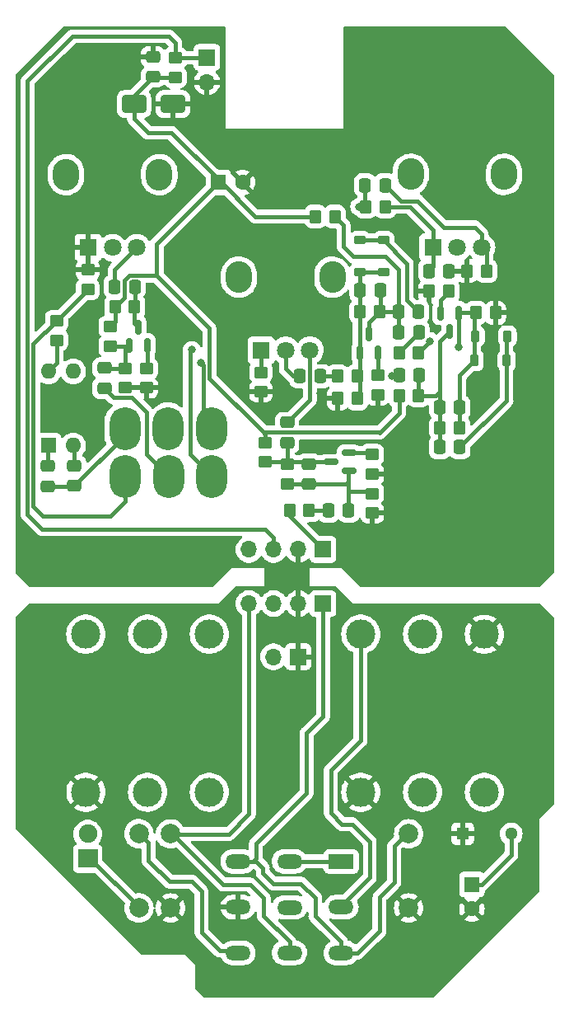
<source format=gbr>
%TF.GenerationSoftware,KiCad,Pcbnew,7.0.5-7.0.5~ubuntu22.04.1*%
%TF.CreationDate,2023-07-07T18:02:21+01:00*%
%TF.ProjectId,BMP,424d502e-6b69-4636-9164-5f7063625858,rev?*%
%TF.SameCoordinates,Original*%
%TF.FileFunction,Copper,L1,Top*%
%TF.FilePolarity,Positive*%
%FSLAX46Y46*%
G04 Gerber Fmt 4.6, Leading zero omitted, Abs format (unit mm)*
G04 Created by KiCad (PCBNEW 7.0.5-7.0.5~ubuntu22.04.1) date 2023-07-07 18:02:21*
%MOMM*%
%LPD*%
G01*
G04 APERTURE LIST*
G04 Aperture macros list*
%AMRoundRect*
0 Rectangle with rounded corners*
0 $1 Rounding radius*
0 $2 $3 $4 $5 $6 $7 $8 $9 X,Y pos of 4 corners*
0 Add a 4 corners polygon primitive as box body*
4,1,4,$2,$3,$4,$5,$6,$7,$8,$9,$2,$3,0*
0 Add four circle primitives for the rounded corners*
1,1,$1+$1,$2,$3*
1,1,$1+$1,$4,$5*
1,1,$1+$1,$6,$7*
1,1,$1+$1,$8,$9*
0 Add four rect primitives between the rounded corners*
20,1,$1+$1,$2,$3,$4,$5,0*
20,1,$1+$1,$4,$5,$6,$7,0*
20,1,$1+$1,$6,$7,$8,$9,0*
20,1,$1+$1,$8,$9,$2,$3,0*%
G04 Aperture macros list end*
%TA.AperFunction,ComponentPad*%
%ADD10R,2.600000X1.500000*%
%TD*%
%TA.AperFunction,ComponentPad*%
%ADD11O,2.600000X1.500000*%
%TD*%
%TA.AperFunction,ComponentPad*%
%ADD12C,3.000000*%
%TD*%
%TA.AperFunction,ComponentPad*%
%ADD13R,1.700000X1.700000*%
%TD*%
%TA.AperFunction,ComponentPad*%
%ADD14O,1.700000X1.700000*%
%TD*%
%TA.AperFunction,ComponentPad*%
%ADD15R,1.600000X1.600000*%
%TD*%
%TA.AperFunction,ComponentPad*%
%ADD16C,1.600000*%
%TD*%
%TA.AperFunction,ComponentPad*%
%ADD17R,2.000000X1.900000*%
%TD*%
%TA.AperFunction,ComponentPad*%
%ADD18C,1.900000*%
%TD*%
%TA.AperFunction,ComponentPad*%
%ADD19C,1.998980*%
%TD*%
%TA.AperFunction,ComponentPad*%
%ADD20R,1.300000X1.300000*%
%TD*%
%TA.AperFunction,ComponentPad*%
%ADD21C,1.300000*%
%TD*%
%TA.AperFunction,SMDPad,CuDef*%
%ADD22RoundRect,0.250000X0.475000X-0.337500X0.475000X0.337500X-0.475000X0.337500X-0.475000X-0.337500X0*%
%TD*%
%TA.AperFunction,SMDPad,CuDef*%
%ADD23RoundRect,0.250000X-0.475000X0.337500X-0.475000X-0.337500X0.475000X-0.337500X0.475000X0.337500X0*%
%TD*%
%TA.AperFunction,SMDPad,CuDef*%
%ADD24RoundRect,0.250000X-0.337500X-0.475000X0.337500X-0.475000X0.337500X0.475000X-0.337500X0.475000X0*%
%TD*%
%TA.AperFunction,SMDPad,CuDef*%
%ADD25RoundRect,0.250000X0.337500X0.475000X-0.337500X0.475000X-0.337500X-0.475000X0.337500X-0.475000X0*%
%TD*%
%TA.AperFunction,ComponentPad*%
%ADD26O,2.720000X3.240000*%
%TD*%
%TA.AperFunction,ComponentPad*%
%ADD27R,1.800000X1.800000*%
%TD*%
%TA.AperFunction,ComponentPad*%
%ADD28C,1.800000*%
%TD*%
%TA.AperFunction,ComponentPad*%
%ADD29O,3.200000X4.400000*%
%TD*%
%TA.AperFunction,SMDPad,CuDef*%
%ADD30RoundRect,0.250000X-1.000000X-0.650000X1.000000X-0.650000X1.000000X0.650000X-1.000000X0.650000X0*%
%TD*%
%TA.AperFunction,SMDPad,CuDef*%
%ADD31RoundRect,0.250000X0.350000X0.450000X-0.350000X0.450000X-0.350000X-0.450000X0.350000X-0.450000X0*%
%TD*%
%TA.AperFunction,SMDPad,CuDef*%
%ADD32RoundRect,0.150000X0.587500X0.150000X-0.587500X0.150000X-0.587500X-0.150000X0.587500X-0.150000X0*%
%TD*%
%TA.AperFunction,SMDPad,CuDef*%
%ADD33RoundRect,0.250000X0.450000X-0.350000X0.450000X0.350000X-0.450000X0.350000X-0.450000X-0.350000X0*%
%TD*%
%TA.AperFunction,SMDPad,CuDef*%
%ADD34RoundRect,0.250000X-0.350000X-0.450000X0.350000X-0.450000X0.350000X0.450000X-0.350000X0.450000X0*%
%TD*%
%TA.AperFunction,SMDPad,CuDef*%
%ADD35RoundRect,0.225000X0.375000X-0.225000X0.375000X0.225000X-0.375000X0.225000X-0.375000X-0.225000X0*%
%TD*%
%TA.AperFunction,SMDPad,CuDef*%
%ADD36RoundRect,0.250000X-0.450000X0.350000X-0.450000X-0.350000X0.450000X-0.350000X0.450000X0.350000X0*%
%TD*%
%TA.AperFunction,SMDPad,CuDef*%
%ADD37RoundRect,0.225000X-0.225000X-0.375000X0.225000X-0.375000X0.225000X0.375000X-0.225000X0.375000X0*%
%TD*%
%TA.AperFunction,SMDPad,CuDef*%
%ADD38RoundRect,0.225000X0.225000X0.375000X-0.225000X0.375000X-0.225000X-0.375000X0.225000X-0.375000X0*%
%TD*%
%TA.AperFunction,SMDPad,CuDef*%
%ADD39RoundRect,0.150000X-0.150000X0.587500X-0.150000X-0.587500X0.150000X-0.587500X0.150000X0.587500X0*%
%TD*%
%TA.AperFunction,ComponentPad*%
%ADD40O,1.600000X1.600000*%
%TD*%
%TA.AperFunction,SMDPad,CuDef*%
%ADD41RoundRect,0.225000X-0.375000X0.225000X-0.375000X-0.225000X0.375000X-0.225000X0.375000X0.225000X0*%
%TD*%
%TA.AperFunction,SMDPad,CuDef*%
%ADD42RoundRect,0.150000X0.150000X-0.587500X0.150000X0.587500X-0.150000X0.587500X-0.150000X-0.587500X0*%
%TD*%
%TA.AperFunction,ViaPad*%
%ADD43C,0.800000*%
%TD*%
%TA.AperFunction,Conductor*%
%ADD44C,0.400000*%
%TD*%
G04 APERTURE END LIST*
D10*
%TO.P,SW1,1,A*%
%TO.N,Net-(SW1A-A)*%
X148550000Y-137825000D03*
D11*
%TO.P,SW1,2,A*%
X143250000Y-137825000D03*
%TO.P,SW1,3,A*%
%TO.N,I*%
X137950000Y-137825000D03*
%TO.P,SW1,4,B*%
%TO.N,Net-(SW1A-B)*%
X148550000Y-142525000D03*
%TO.P,SW1,5,B*%
%TO.N,Net-(SW1B-B)*%
X143250000Y-142550000D03*
%TO.P,SW1,6,B*%
%TO.N,GND*%
X137950000Y-142525000D03*
%TO.P,SW1,7,C*%
%TO.N,I*%
X148550000Y-147225000D03*
%TO.P,SW1,8,C*%
%TO.N,O*%
X143250000Y-147225000D03*
%TO.P,SW1,9,C*%
%TO.N,Net-(SW1C-C)*%
X137950000Y-147225000D03*
%TD*%
D12*
%TO.P,J3,R*%
%TO.N,unconnected-(J3-PadR)*%
X128660000Y-130730000D03*
%TO.P,J3,RN*%
%TO.N,unconnected-(J3-PadRN)*%
X128660000Y-114500000D03*
%TO.P,J3,S*%
%TO.N,GND*%
X122310000Y-130730000D03*
%TO.P,J3,SN*%
%TO.N,unconnected-(J3-PadSN)*%
X122310000Y-114500000D03*
%TO.P,J3,T*%
%TO.N,Net-(SW1B-B)*%
X135010000Y-130730000D03*
%TO.P,J3,TN*%
%TO.N,unconnected-(J3-PadTN)*%
X135010000Y-114500000D03*
%TD*%
D13*
%TO.P,J1,1,P1*%
%TO.N,+9V*%
X134760000Y-55260000D03*
D14*
%TO.P,J1,2,P2*%
%TO.N,GND*%
X134760000Y-57800000D03*
%TD*%
D13*
%TO.P,JOVGI1,1,P1*%
%TO.N,I*%
X146700000Y-111350000D03*
D14*
%TO.P,JOVGI1,2,P2*%
%TO.N,GND*%
X144160000Y-111350000D03*
%TO.P,JOVGI1,3,P3*%
%TO.N,+9V*%
X141620000Y-111350000D03*
%TO.P,JOVGI1,4,P4*%
%TO.N,O*%
X139080000Y-111350000D03*
%TD*%
D13*
%TO.P,JOVGI2,1,P1*%
%TO.N,I*%
X146700000Y-105800000D03*
D14*
%TO.P,JOVGI2,2,P2*%
%TO.N,GND*%
X144160000Y-105800000D03*
%TO.P,JOVGI2,3,P3*%
%TO.N,+9V*%
X141620000Y-105800000D03*
%TO.P,JOVGI2,4,P4*%
%TO.N,O*%
X139080000Y-105800000D03*
%TD*%
D15*
%TO.P,C2,1*%
%TO.N,+9V*%
X162000000Y-140200000D03*
D16*
%TO.P,C2,2*%
%TO.N,GND*%
X162000000Y-142700000D03*
%TD*%
D17*
%TO.P,D1,1,K*%
%TO.N,Net-(D1-K)*%
X122500000Y-137540000D03*
D18*
%TO.P,D1,2,A*%
%TO.N,+9V*%
X122500000Y-135000000D03*
%TD*%
D19*
%TO.P,R1,1*%
%TO.N,I*%
X155500000Y-135000000D03*
%TO.P,R1,2*%
%TO.N,GND*%
X155500000Y-142620000D03*
%TD*%
%TO.P,R2,1*%
%TO.N,Net-(D1-K)*%
X127760000Y-142600000D03*
%TO.P,R2,2*%
%TO.N,Net-(SW1C-C)*%
X127760000Y-134980000D03*
%TD*%
%TO.P,R3,1*%
%TO.N,O*%
X131010000Y-135000000D03*
%TO.P,R3,2*%
%TO.N,GND*%
X131010000Y-142620000D03*
%TD*%
D20*
%TO.P,C1,1*%
%TO.N,GND*%
X161050000Y-135000000D03*
D21*
%TO.P,C1,2*%
%TO.N,+9V*%
X166050000Y-135000000D03*
%TD*%
D13*
%TO.P,J4,1,P1*%
%TO.N,GND*%
X144140000Y-116810000D03*
D14*
%TO.P,J4,2,P2*%
%TO.N,+9V*%
X141600000Y-116810000D03*
%TD*%
D12*
%TO.P,J2,R*%
%TO.N,unconnected-(J2-PadR)*%
X156925000Y-114500000D03*
%TO.P,J2,RN*%
%TO.N,unconnected-(J2-PadRN)*%
X156925000Y-130730000D03*
%TO.P,J2,S*%
%TO.N,GND*%
X163275000Y-114500000D03*
%TO.P,J2,SN*%
%TO.N,unconnected-(J2-PadSN)*%
X163275000Y-130730000D03*
%TO.P,J2,T*%
%TO.N,Net-(SW1A-B)*%
X150575000Y-114500000D03*
%TO.P,J2,TN*%
%TO.N,GND*%
X150575000Y-130730000D03*
%TD*%
D22*
%TO.P,C16,1*%
%TO.N,Net-(SW2A-A)*%
X121110000Y-99275000D03*
%TO.P,C16,2*%
%TO.N,Net-(C16-Pad2)*%
X121110000Y-97200000D03*
%TD*%
D23*
%TO.P,C17,1*%
%TO.N,Net-(Q4-B)*%
X124210000Y-87162500D03*
%TO.P,C17,2*%
%TO.N,Net-(SW2B-B)*%
X124210000Y-89237500D03*
%TD*%
D24*
%TO.P,C6,1*%
%TO.N,Net-(C6-Pad1)*%
X144335000Y-88000000D03*
%TO.P,C6,2*%
%TO.N,Net-(C6-Pad2)*%
X146410000Y-88000000D03*
%TD*%
D25*
%TO.P,C14,1*%
%TO.N,GND*%
X159647500Y-77200000D03*
%TO.P,C14,2*%
%TO.N,Net-(C14-Pad2)*%
X157572500Y-77200000D03*
%TD*%
D26*
%TO.P,RV2,*%
%TO.N,*%
X138050000Y-77830000D03*
X147650000Y-77830000D03*
D27*
%TO.P,RV2,1,1*%
%TO.N,Net-(R9-Pad2)*%
X140350000Y-85330000D03*
D28*
%TO.P,RV2,2,2*%
%TO.N,Net-(C6-Pad1)*%
X142850000Y-85330000D03*
%TO.P,RV2,3,3*%
%TO.N,Net-(C5-Pad2)*%
X145350000Y-85330000D03*
%TD*%
D29*
%TO.P,SW2,1,A*%
%TO.N,Net-(SW2A-A)*%
X126310000Y-93400000D03*
%TO.P,SW2,2,B*%
%TO.N,A*%
X130760000Y-93400000D03*
%TO.P,SW2,3,C*%
%TO.N,Net-(SW2A-C)*%
X135210000Y-93400000D03*
%TO.P,SW2,4,A*%
%TO.N,Net-(SW2B-A)*%
X126360000Y-98300000D03*
%TO.P,SW2,5,B*%
%TO.N,Net-(SW2B-B)*%
X130810000Y-98300000D03*
%TO.P,SW2,6,C*%
%TO.N,Net-(SW2B-C)*%
X135260000Y-98300000D03*
%TD*%
D30*
%TO.P,D6,1,K*%
%TO.N,VP*%
X127260000Y-60050000D03*
%TO.P,D6,2,A*%
%TO.N,GND*%
X131260000Y-60050000D03*
%TD*%
D25*
%TO.P,C12,1*%
%TO.N,Net-(Q3-C)*%
X156585000Y-87900000D03*
%TO.P,C12,2*%
%TO.N,A*%
X154510000Y-87900000D03*
%TD*%
D31*
%TO.P,R17,1*%
%TO.N,Net-(D4-A)*%
X160722500Y-93300000D03*
%TO.P,R17,2*%
%TO.N,Net-(Q3-C)*%
X158722500Y-93300000D03*
%TD*%
D32*
%TO.P,Q1,1,B*%
%TO.N,Net-(Q1-B)*%
X149385000Y-97750000D03*
%TO.P,Q1,2,E*%
%TO.N,Net-(Q1-E)*%
X149385000Y-95850000D03*
%TO.P,Q1,3,C*%
%TO.N,Net-(Q1-C)*%
X147510000Y-96800000D03*
%TD*%
D24*
%TO.P,C7,1*%
%TO.N,Net-(D2-K)*%
X150510000Y-79200000D03*
%TO.P,C7,2*%
%TO.N,Net-(Q2-C)*%
X152585000Y-79200000D03*
%TD*%
D15*
%TO.P,C19,1*%
%TO.N,VP*%
X135927621Y-68100000D03*
D16*
%TO.P,C19,2*%
%TO.N,GND*%
X138427621Y-68100000D03*
%TD*%
D33*
%TO.P,R7,1*%
%TO.N,GND*%
X151760000Y-98050000D03*
%TO.P,R7,2*%
%TO.N,Net-(Q1-E)*%
X151760000Y-96050000D03*
%TD*%
%TO.P,R24,1*%
%TO.N,GND*%
X128510000Y-89200000D03*
%TO.P,R24,2*%
%TO.N,Net-(Q4-E)*%
X128510000Y-87200000D03*
%TD*%
D31*
%TO.P,R16,1*%
%TO.N,GND*%
X164410000Y-81500000D03*
%TO.P,R16,2*%
%TO.N,Net-(D4-A)*%
X162410000Y-81500000D03*
%TD*%
D22*
%TO.P,C5,1*%
%TO.N,Net-(Q1-C)*%
X143010000Y-94837500D03*
%TO.P,C5,2*%
%TO.N,Net-(C5-Pad2)*%
X143010000Y-92762500D03*
%TD*%
D33*
%TO.P,R22,1*%
%TO.N,Net-(R22-Pad1)*%
X119310000Y-84300000D03*
%TO.P,R22,2*%
%TO.N,Net-(SW2B-A)*%
X119310000Y-82300000D03*
%TD*%
D34*
%TO.P,R10,1*%
%TO.N,Net-(C6-Pad2)*%
X148210000Y-88000000D03*
%TO.P,R10,2*%
%TO.N,Net-(D2-K)*%
X150210000Y-88000000D03*
%TD*%
%TO.P,R15,1*%
%TO.N,Net-(C9-Pad2)*%
X154510000Y-85600000D03*
%TO.P,R15,2*%
%TO.N,Net-(D4-A)*%
X156510000Y-85600000D03*
%TD*%
D24*
%TO.P,C13,1*%
%TO.N,Net-(SW2A-C)*%
X151010000Y-68400000D03*
%TO.P,C13,2*%
%TO.N,Net-(C13-Pad2)*%
X153085000Y-68400000D03*
%TD*%
D35*
%TO.P,D2,1,K*%
%TO.N,Net-(D2-K)*%
X152910000Y-77350000D03*
%TO.P,D2,2,A*%
%TO.N,Net-(D2-A)*%
X152910000Y-74050000D03*
%TD*%
D25*
%TO.P,C10,1*%
%TO.N,Net-(D4-A)*%
X160760000Y-91200000D03*
%TO.P,C10,2*%
%TO.N,Net-(Q3-C)*%
X158685000Y-91200000D03*
%TD*%
D34*
%TO.P,R21,1*%
%TO.N,GND*%
X161510000Y-77200000D03*
%TO.P,R21,2*%
%TO.N,Net-(C13-Pad2)*%
X163510000Y-77200000D03*
%TD*%
D33*
%TO.P,R12,1*%
%TO.N,GND*%
X152310000Y-89900000D03*
%TO.P,R12,2*%
%TO.N,Net-(Q2-E)*%
X152310000Y-87900000D03*
%TD*%
D31*
%TO.P,R14,1*%
%TO.N,Net-(Q2-C)*%
X147910000Y-71600000D03*
%TO.P,R14,2*%
%TO.N,VP*%
X145910000Y-71600000D03*
%TD*%
D33*
%TO.P,R9,1*%
%TO.N,GND*%
X140310000Y-89600000D03*
%TO.P,R9,2*%
%TO.N,Net-(R9-Pad2)*%
X140310000Y-87600000D03*
%TD*%
D36*
%TO.P,R28,1*%
%TO.N,+9V*%
X131510000Y-55300000D03*
%TO.P,R28,2*%
%TO.N,VP*%
X131510000Y-57300000D03*
%TD*%
D33*
%TO.P,R6,1*%
%TO.N,Net-(Q1-B)*%
X143010000Y-99050000D03*
%TO.P,R6,2*%
%TO.N,Net-(Q1-C)*%
X143010000Y-97050000D03*
%TD*%
D23*
%TO.P,C20,1*%
%TO.N,GND*%
X129210000Y-55200000D03*
%TO.P,C20,2*%
%TO.N,VP*%
X129210000Y-57275000D03*
%TD*%
D37*
%TO.P,D5,1,K*%
%TO.N,Net-(D4-A)*%
X162360000Y-83900000D03*
%TO.P,D5,2,A*%
%TO.N,Net-(D4-K)*%
X165660000Y-83900000D03*
%TD*%
D33*
%TO.P,R27,1*%
%TO.N,GND*%
X126310000Y-89200000D03*
%TO.P,R27,2*%
%TO.N,Net-(Q4-B)*%
X126310000Y-87200000D03*
%TD*%
D36*
%TO.P,R23,1*%
%TO.N,GND*%
X122510000Y-77100000D03*
%TO.P,R23,2*%
%TO.N,Net-(SW2B-A)*%
X122510000Y-79100000D03*
%TD*%
D24*
%TO.P,C9,1*%
%TO.N,Net-(Q2-C)*%
X154472500Y-83500000D03*
%TO.P,C9,2*%
%TO.N,Net-(C9-Pad2)*%
X156547500Y-83500000D03*
%TD*%
D31*
%TO.P,R18,1*%
%TO.N,Net-(Q3-C)*%
X156510000Y-90000000D03*
%TO.P,R18,2*%
%TO.N,VP*%
X154510000Y-90000000D03*
%TD*%
D25*
%TO.P,C11,1*%
%TO.N,Net-(D4-K)*%
X160760000Y-95300000D03*
%TO.P,C11,2*%
%TO.N,Net-(Q3-C)*%
X158685000Y-95300000D03*
%TD*%
D24*
%TO.P,C18,1*%
%TO.N,Net-(C18-Pad1)*%
X125272500Y-78800000D03*
%TO.P,C18,2*%
%TO.N,Net-(Q4-C)*%
X127347500Y-78800000D03*
%TD*%
D25*
%TO.P,C8,1*%
%TO.N,Net-(D2-A)*%
X156510000Y-81400000D03*
%TO.P,C8,2*%
%TO.N,Net-(Q2-C)*%
X154435000Y-81400000D03*
%TD*%
D38*
%TO.P,D4,1,K*%
%TO.N,Net-(D4-K)*%
X165560000Y-86400000D03*
%TO.P,D4,2,A*%
%TO.N,Net-(D4-A)*%
X162260000Y-86400000D03*
%TD*%
D26*
%TO.P,RV4,*%
%TO.N,*%
X120260000Y-67300000D03*
X129860000Y-67300000D03*
D27*
%TO.P,RV4,1,1*%
%TO.N,GND*%
X122560000Y-74800000D03*
D28*
%TO.P,RV4,2,2*%
%TO.N,O*%
X125060000Y-74800000D03*
%TO.P,RV4,3,3*%
%TO.N,Net-(C18-Pad1)*%
X127560000Y-74800000D03*
%TD*%
D33*
%TO.P,R8,1*%
%TO.N,Net-(Q1-C)*%
X140760000Y-96800000D03*
%TO.P,R8,2*%
%TO.N,VP*%
X140760000Y-94800000D03*
%TD*%
D22*
%TO.P,C4,1*%
%TO.N,Net-(Q1-B)*%
X145260000Y-99087500D03*
%TO.P,C4,2*%
%TO.N,Net-(Q1-C)*%
X145260000Y-97012500D03*
%TD*%
D39*
%TO.P,Q3,1,B*%
%TO.N,Net-(D4-A)*%
X160660000Y-81525000D03*
%TO.P,Q3,2,E*%
%TO.N,Net-(Q3-E)*%
X158760000Y-81525000D03*
%TO.P,Q3,3,C*%
%TO.N,Net-(Q3-C)*%
X159710000Y-83400000D03*
%TD*%
D33*
%TO.P,R26,1*%
%TO.N,Net-(Q4-B)*%
X124810000Y-84900000D03*
%TO.P,R26,2*%
%TO.N,VP*%
X124810000Y-82900000D03*
%TD*%
D15*
%TO.P,SW3,1*%
%TO.N,Net-(C15-Pad2)*%
X118470000Y-95120000D03*
D40*
%TO.P,SW3,2*%
%TO.N,Net-(C16-Pad2)*%
X121010000Y-95120000D03*
%TO.P,SW3,3*%
%TO.N,Net-(R22-Pad1)*%
X121010000Y-87500000D03*
%TO.P,SW3,4*%
X118470000Y-87500000D03*
%TD*%
D26*
%TO.P,RV3,*%
%TO.N,*%
X155710000Y-67275000D03*
X165310000Y-67275000D03*
D27*
%TO.P,RV3,1,1*%
%TO.N,Net-(C14-Pad2)*%
X158010000Y-74775000D03*
D28*
%TO.P,RV3,2,2*%
%TO.N,Net-(SW2B-C)*%
X160510000Y-74775000D03*
%TO.P,RV3,3,3*%
%TO.N,Net-(C13-Pad2)*%
X163010000Y-74775000D03*
%TD*%
D31*
%TO.P,R25,1*%
%TO.N,Net-(Q4-C)*%
X127310000Y-80900000D03*
%TO.P,R25,2*%
%TO.N,VP*%
X125310000Y-80900000D03*
%TD*%
D22*
%TO.P,C15,1*%
%TO.N,Net-(SW2A-A)*%
X118410000Y-99300000D03*
%TO.P,C15,2*%
%TO.N,Net-(C15-Pad2)*%
X118410000Y-97225000D03*
%TD*%
D24*
%TO.P,C3,1*%
%TO.N,Net-(C3-Pad1)*%
X147260000Y-101800000D03*
%TO.P,C3,2*%
%TO.N,Net-(Q1-B)*%
X149335000Y-101800000D03*
%TD*%
D34*
%TO.P,R11,1*%
%TO.N,GND*%
X148210000Y-90300000D03*
%TO.P,R11,2*%
%TO.N,Net-(D2-K)*%
X150210000Y-90300000D03*
%TD*%
D41*
%TO.P,D3,1,K*%
%TO.N,Net-(D2-A)*%
X150510000Y-74050000D03*
%TO.P,D3,2,A*%
%TO.N,Net-(D2-K)*%
X150510000Y-77350000D03*
%TD*%
D34*
%TO.P,R13,1*%
%TO.N,Net-(D2-K)*%
X150510000Y-81400000D03*
%TO.P,R13,2*%
%TO.N,Net-(Q2-C)*%
X152510000Y-81400000D03*
%TD*%
%TO.P,R19,1*%
%TO.N,GND*%
X157610000Y-79300000D03*
%TO.P,R19,2*%
%TO.N,Net-(Q3-E)*%
X159610000Y-79300000D03*
%TD*%
%TO.P,R4,1*%
%TO.N,I*%
X143260000Y-101800000D03*
%TO.P,R4,2*%
%TO.N,Net-(C3-Pad1)*%
X145260000Y-101800000D03*
%TD*%
D42*
%TO.P,Q4,1,B*%
%TO.N,Net-(Q4-B)*%
X126760000Y-84837500D03*
%TO.P,Q4,2,E*%
%TO.N,Net-(Q4-E)*%
X128660000Y-84837500D03*
%TO.P,Q4,3,C*%
%TO.N,Net-(Q4-C)*%
X127710000Y-82962500D03*
%TD*%
D33*
%TO.P,R5,1*%
%TO.N,GND*%
X151760000Y-102050000D03*
%TO.P,R5,2*%
%TO.N,Net-(Q1-B)*%
X151760000Y-100050000D03*
%TD*%
D34*
%TO.P,R20,1*%
%TO.N,Net-(SW2A-C)*%
X151110000Y-70600000D03*
%TO.P,R20,2*%
%TO.N,Net-(C14-Pad2)*%
X153110000Y-70600000D03*
%TD*%
D42*
%TO.P,Q2,1,B*%
%TO.N,Net-(D2-K)*%
X150460000Y-85575000D03*
%TO.P,Q2,2,E*%
%TO.N,Net-(Q2-E)*%
X152360000Y-85575000D03*
%TO.P,Q2,3,C*%
%TO.N,Net-(Q2-C)*%
X151410000Y-83700000D03*
%TD*%
D43*
%TO.N,GND*%
X129110000Y-79600000D03*
X131010000Y-76900000D03*
X147710000Y-86100000D03*
X146410000Y-89800000D03*
%TO.N,Net-(D4-A)*%
X160660000Y-85000000D03*
X157710000Y-84400000D03*
%TO.N,A*%
X153810000Y-88000000D03*
%TO.N,Net-(SW2A-C)*%
X150410000Y-70600000D03*
X134110000Y-86600000D03*
%TO.N,Net-(SW2B-C)*%
X133210000Y-85300000D03*
%TD*%
D44*
%TO.N,Net-(D4-K)*%
X160760000Y-95300000D02*
X165560000Y-90500000D01*
X165560000Y-90500000D02*
X165560000Y-86400000D01*
%TO.N,Net-(D4-A)*%
X162260000Y-86400000D02*
X160722500Y-87937500D01*
X160722500Y-87937500D02*
X160722500Y-93300000D01*
%TO.N,Net-(Q3-C)*%
X158685000Y-84425000D02*
X158685000Y-89550000D01*
X158685000Y-89550000D02*
X158685000Y-95300000D01*
X156510000Y-90000000D02*
X158235000Y-90000000D01*
X158235000Y-90000000D02*
X158685000Y-89550000D01*
X156510000Y-90000000D02*
X156510000Y-87975000D01*
X156510000Y-87975000D02*
X156585000Y-87900000D01*
X159710000Y-83400000D02*
X158685000Y-84425000D01*
%TO.N,+9V*%
X120910000Y-53100000D02*
X116310000Y-57700000D01*
X162000000Y-140200000D02*
X163000000Y-140200000D01*
X141620000Y-104610000D02*
X141620000Y-105800000D01*
X131510000Y-55300000D02*
X131510000Y-53800000D01*
X163000000Y-140200000D02*
X166050000Y-137150000D01*
X166050000Y-137150000D02*
X166050000Y-135000000D01*
X140710000Y-103700000D02*
X141620000Y-104610000D01*
X116310000Y-102200000D02*
X117810000Y-103700000D01*
X130810000Y-53100000D02*
X120910000Y-53100000D01*
X117810000Y-103700000D02*
X140710000Y-103700000D01*
X116310000Y-57700000D02*
X116310000Y-102200000D01*
X131510000Y-55300000D02*
X134720000Y-55300000D01*
X134720000Y-55300000D02*
X134760000Y-55260000D01*
X131510000Y-53800000D02*
X130810000Y-53100000D01*
%TO.N,Net-(D1-K)*%
X122750000Y-137500000D02*
X127750000Y-142500000D01*
X122500000Y-137500000D02*
X122750000Y-137500000D01*
%TO.N,O*%
X139080000Y-111350000D02*
X139080000Y-132920000D01*
X131000000Y-135020000D02*
X131220000Y-135020000D01*
X140600000Y-143425000D02*
X143250000Y-146075000D01*
X136980000Y-135020000D02*
X131000000Y-135020000D01*
X139080000Y-132920000D02*
X136980000Y-135020000D01*
X131220000Y-135020000D02*
X136400000Y-140200000D01*
X143250000Y-146075000D02*
X143250000Y-147225000D01*
X140600000Y-141600000D02*
X140600000Y-143425000D01*
X139200000Y-140200000D02*
X140600000Y-141600000D01*
X136400000Y-140200000D02*
X139200000Y-140200000D01*
%TO.N,I*%
X148550000Y-146075000D02*
X145900000Y-143425000D01*
X151925000Y-145575000D02*
X152500000Y-145000000D01*
X148550000Y-147225000D02*
X148550000Y-146075000D01*
X152500000Y-145000000D02*
X152500000Y-141500000D01*
X146700000Y-111350000D02*
X146700000Y-122940000D01*
X141600000Y-140100000D02*
X140500000Y-139000000D01*
X145000000Y-130800000D02*
X145000000Y-124640000D01*
X139800000Y-137525000D02*
X139800000Y-136000000D01*
X151900000Y-145575000D02*
X151925000Y-145575000D01*
X145000000Y-124640000D02*
X146700000Y-122940000D01*
X154000000Y-140000000D02*
X154000000Y-136250000D01*
X139825000Y-137825000D02*
X139500000Y-137825000D01*
X139800000Y-136000000D02*
X145000000Y-130800000D01*
X140500000Y-138500000D02*
X139825000Y-137825000D01*
X154000000Y-136250000D02*
X155500000Y-134750000D01*
X143260000Y-102360000D02*
X143260000Y-101800000D01*
X140500000Y-139000000D02*
X140500000Y-138500000D01*
X145900000Y-141600000D02*
X144400000Y-140100000D01*
X150250000Y-147225000D02*
X151900000Y-145575000D01*
X137950000Y-137825000D02*
X139500000Y-137825000D01*
X148550000Y-147225000D02*
X150250000Y-147225000D01*
X144400000Y-140100000D02*
X141600000Y-140100000D01*
X146700000Y-105800000D02*
X143260000Y-102360000D01*
X139500000Y-137825000D02*
X139800000Y-137525000D01*
X145900000Y-143425000D02*
X145900000Y-141600000D01*
X152500000Y-141500000D02*
X154000000Y-140000000D01*
%TO.N,Net-(SW1C-C)*%
X133200000Y-139900000D02*
X134200000Y-140900000D01*
X130900000Y-139900000D02*
X133200000Y-139900000D01*
X137725000Y-147000000D02*
X137950000Y-147225000D01*
X128749489Y-137749489D02*
X130900000Y-139900000D01*
X128749489Y-135879489D02*
X128749489Y-137749489D01*
X134200000Y-140900000D02*
X134200000Y-145100000D01*
X127750000Y-135000000D02*
X127870000Y-135000000D01*
X127870000Y-135000000D02*
X128749489Y-135879489D01*
X134200000Y-145100000D02*
X136100000Y-147000000D01*
X136100000Y-147000000D02*
X137725000Y-147000000D01*
%TO.N,Net-(C3-Pad1)*%
X145260000Y-101800000D02*
X147260000Y-101800000D01*
%TO.N,Net-(Q1-B)*%
X151510000Y-99800000D02*
X149335000Y-99800000D01*
X149335000Y-98800000D02*
X149335000Y-97800000D01*
X143010000Y-99050000D02*
X149085000Y-99050000D01*
X149335000Y-101800000D02*
X149335000Y-99800000D01*
X149335000Y-97800000D02*
X149385000Y-97750000D01*
X149335000Y-99800000D02*
X149335000Y-98800000D01*
X149085000Y-99050000D02*
X149335000Y-98800000D01*
X151760000Y-100050000D02*
X151510000Y-99800000D01*
%TO.N,Net-(Q1-C)*%
X143010000Y-94837500D02*
X143010000Y-97050000D01*
X140760000Y-96800000D02*
X147510000Y-96800000D01*
%TO.N,Net-(SW1A-A)*%
X143250000Y-137825000D02*
X148550000Y-137825000D01*
%TO.N,Net-(C5-Pad2)*%
X145350000Y-90422500D02*
X145350000Y-85330000D01*
X143010000Y-92762500D02*
X145350000Y-90422500D01*
%TO.N,Net-(C6-Pad1)*%
X143610000Y-88000000D02*
X142850000Y-87240000D01*
X144335000Y-88000000D02*
X143610000Y-88000000D01*
X142850000Y-87240000D02*
X142850000Y-85330000D01*
%TO.N,Net-(C6-Pad2)*%
X146410000Y-88000000D02*
X148210000Y-88000000D01*
%TO.N,Net-(SW1A-B)*%
X150550000Y-125420000D02*
X150550000Y-114530000D01*
X151500000Y-139500000D02*
X151500000Y-135820000D01*
X148660000Y-134010000D02*
X147480000Y-132830000D01*
X148550000Y-142450000D02*
X151500000Y-139500000D01*
X148550000Y-142525000D02*
X148550000Y-142450000D01*
X149690000Y-134010000D02*
X148660000Y-134010000D01*
X147480000Y-132830000D02*
X147480000Y-128490000D01*
X147480000Y-128490000D02*
X150550000Y-125420000D01*
X151500000Y-135820000D02*
X149690000Y-134010000D01*
%TO.N,Net-(D2-K)*%
X150460000Y-81450000D02*
X150510000Y-81400000D01*
X150460000Y-85575000D02*
X150460000Y-90050000D01*
X150510000Y-77350000D02*
X152910000Y-77350000D01*
X150510000Y-79200000D02*
X150510000Y-81400000D01*
X150460000Y-90050000D02*
X150210000Y-90300000D01*
X150510000Y-79200000D02*
X150510000Y-77350000D01*
X150460000Y-85575000D02*
X150460000Y-81450000D01*
%TO.N,Net-(Q2-C)*%
X152585000Y-81325000D02*
X152510000Y-81400000D01*
X154435000Y-77025000D02*
X153110000Y-75700000D01*
X154472500Y-81437500D02*
X154435000Y-81400000D01*
X151410000Y-83700000D02*
X151410000Y-82500000D01*
X148810000Y-72500000D02*
X147910000Y-71600000D01*
X153110000Y-75700000D02*
X149810000Y-75700000D01*
X149810000Y-75700000D02*
X148810000Y-74700000D01*
X154435000Y-81400000D02*
X154435000Y-77025000D01*
X154472500Y-83500000D02*
X154472500Y-81437500D01*
X148810000Y-74700000D02*
X148810000Y-72500000D01*
X154435000Y-81400000D02*
X152510000Y-81400000D01*
X151410000Y-82500000D02*
X152510000Y-81400000D01*
X152585000Y-79200000D02*
X152585000Y-81325000D01*
%TO.N,Net-(D2-A)*%
X155310000Y-80200000D02*
X155310000Y-76450000D01*
X155310000Y-76450000D02*
X152910000Y-74050000D01*
X156510000Y-81400000D02*
X155310000Y-80200000D01*
X150510000Y-74050000D02*
X152910000Y-74050000D01*
%TO.N,Net-(C9-Pad2)*%
X154510000Y-85600000D02*
X154510000Y-85537500D01*
X154510000Y-85537500D02*
X156547500Y-83500000D01*
%TO.N,Net-(D4-A)*%
X160660000Y-81525000D02*
X160660000Y-85000000D01*
X156510000Y-85600000D02*
X157710000Y-84400000D01*
X162410000Y-81500000D02*
X160685000Y-81500000D01*
X162260000Y-86400000D02*
X162260000Y-81650000D01*
X160685000Y-81500000D02*
X160660000Y-81525000D01*
X162260000Y-81650000D02*
X162410000Y-81500000D01*
%TO.N,Net-(D4-K)*%
X165560000Y-84000000D02*
X165660000Y-83900000D01*
X165560000Y-86400000D02*
X165560000Y-84000000D01*
%TO.N,Net-(SW2A-C)*%
X151010000Y-70500000D02*
X151110000Y-70600000D01*
X135210000Y-93400000D02*
X134410000Y-92600000D01*
X151010000Y-68400000D02*
X151010000Y-70500000D01*
X134410000Y-92600000D02*
X134410000Y-86900000D01*
X134410000Y-86900000D02*
X134110000Y-86600000D01*
%TO.N,Net-(C13-Pad2)*%
X159110000Y-72700000D02*
X162310000Y-72700000D01*
X154685000Y-70000000D02*
X156410000Y-70000000D01*
X156410000Y-70000000D02*
X159110000Y-72700000D01*
X163510000Y-77200000D02*
X163510000Y-75275000D01*
X153085000Y-68400000D02*
X154685000Y-70000000D01*
X163510000Y-75275000D02*
X163010000Y-74775000D01*
X163010000Y-73400000D02*
X163010000Y-74775000D01*
X162310000Y-72700000D02*
X163010000Y-73400000D01*
%TO.N,Net-(C14-Pad2)*%
X158010000Y-73000000D02*
X158010000Y-74775000D01*
X158010000Y-76762500D02*
X157572500Y-77200000D01*
X158010000Y-74775000D02*
X158010000Y-76762500D01*
X155610000Y-70600000D02*
X158010000Y-73000000D01*
X153110000Y-70600000D02*
X155610000Y-70600000D01*
%TO.N,Net-(SW2A-A)*%
X118410000Y-99300000D02*
X121085000Y-99300000D01*
X121110000Y-99275000D02*
X126310000Y-94075000D01*
X121085000Y-99300000D02*
X121110000Y-99275000D01*
X126310000Y-94075000D02*
X126310000Y-93400000D01*
%TO.N,Net-(C15-Pad2)*%
X118410000Y-95180000D02*
X118470000Y-95120000D01*
X118410000Y-97225000D02*
X118410000Y-95180000D01*
%TO.N,Net-(C16-Pad2)*%
X121110000Y-97200000D02*
X121110000Y-95220000D01*
X121110000Y-95220000D02*
X121010000Y-95120000D01*
%TO.N,Net-(Q4-B)*%
X126310000Y-87200000D02*
X124247500Y-87200000D01*
X124810000Y-84900000D02*
X126697500Y-84900000D01*
X126310000Y-85287500D02*
X126760000Y-84837500D01*
X126697500Y-84900000D02*
X126760000Y-84837500D01*
X126310000Y-87200000D02*
X126310000Y-85287500D01*
X124247500Y-87200000D02*
X124210000Y-87162500D01*
%TO.N,Net-(SW2B-B)*%
X127010000Y-90200000D02*
X128510000Y-91700000D01*
X128510000Y-96000000D02*
X130810000Y-98300000D01*
X124210000Y-89237500D02*
X125172500Y-90200000D01*
X128510000Y-91700000D02*
X128510000Y-96000000D01*
X125172500Y-90200000D02*
X127010000Y-90200000D01*
%TO.N,Net-(C18-Pad1)*%
X125272500Y-77087500D02*
X127560000Y-74800000D01*
X125272500Y-78800000D02*
X125272500Y-77087500D01*
%TO.N,Net-(Q4-C)*%
X127310000Y-82562500D02*
X127710000Y-82962500D01*
X127310000Y-80900000D02*
X127310000Y-82562500D01*
X127347500Y-78800000D02*
X127347500Y-80862500D01*
X127347500Y-80862500D02*
X127310000Y-80900000D01*
%TO.N,VP*%
X129585000Y-77675000D02*
X126740761Y-77675000D01*
X136060000Y-67950000D02*
X131110000Y-63000000D01*
X135010000Y-83100000D02*
X129585000Y-77675000D01*
X154510000Y-91800000D02*
X152510000Y-93800000D01*
X129235000Y-57300000D02*
X129210000Y-57275000D01*
X140760000Y-93950000D02*
X140760000Y-94800000D01*
X126260000Y-78155761D02*
X126260000Y-79950000D01*
X139710000Y-71600000D02*
X136060000Y-67950000D01*
X127260000Y-61550000D02*
X127260000Y-60050000D01*
X126740761Y-77675000D02*
X126260000Y-78155761D01*
X154510000Y-90000000D02*
X154510000Y-91800000D01*
X127260000Y-59225000D02*
X129210000Y-57275000D01*
X145910000Y-71600000D02*
X139710000Y-71600000D01*
X131110000Y-63000000D02*
X128710000Y-63000000D01*
X152510000Y-93800000D02*
X152460000Y-93750000D01*
X140560000Y-93750000D02*
X135010000Y-88200000D01*
X135010000Y-88200000D02*
X135010000Y-83100000D01*
X125310000Y-82400000D02*
X124810000Y-82900000D01*
X140560000Y-93750000D02*
X140760000Y-93950000D01*
X128710000Y-63000000D02*
X127260000Y-61550000D01*
X129585000Y-74425000D02*
X136060000Y-67950000D01*
X127260000Y-60050000D02*
X127260000Y-59225000D01*
X125310000Y-80900000D02*
X125310000Y-82400000D01*
X152460000Y-93750000D02*
X140560000Y-93750000D01*
X126260000Y-79950000D02*
X125310000Y-80900000D01*
X131510000Y-57300000D02*
X129235000Y-57300000D01*
X129585000Y-77675000D02*
X129585000Y-74425000D01*
%TO.N,Net-(Q1-E)*%
X151560000Y-95850000D02*
X151760000Y-96050000D01*
X149385000Y-95850000D02*
X151560000Y-95850000D01*
%TO.N,Net-(Q2-E)*%
X152360000Y-87850000D02*
X152310000Y-87900000D01*
X152360000Y-85575000D02*
X152360000Y-87850000D01*
%TO.N,Net-(Q3-E)*%
X158760000Y-81525000D02*
X158760000Y-80150000D01*
X158760000Y-80150000D02*
X159610000Y-79300000D01*
%TO.N,Net-(Q4-E)*%
X128660000Y-84837500D02*
X128660000Y-87050000D01*
X128660000Y-87050000D02*
X128510000Y-87200000D01*
%TO.N,Net-(R9-Pad2)*%
X140350000Y-87560000D02*
X140310000Y-87600000D01*
X140350000Y-85330000D02*
X140350000Y-87560000D01*
%TO.N,Net-(R22-Pad1)*%
X119310000Y-84300000D02*
X119310000Y-86660000D01*
X119310000Y-86660000D02*
X118470000Y-87500000D01*
%TO.N,Net-(SW2B-A)*%
X117910000Y-102400000D02*
X124810000Y-102400000D01*
X116910000Y-101400000D02*
X117910000Y-102400000D01*
X126360000Y-100850000D02*
X126360000Y-98300000D01*
X116910000Y-84700000D02*
X116910000Y-101400000D01*
X124810000Y-102400000D02*
X126360000Y-100850000D01*
X119310000Y-82300000D02*
X116910000Y-84700000D01*
X122510000Y-79100000D02*
X119310000Y-82300000D01*
%TO.N,Net-(SW2B-C)*%
X133010000Y-85500000D02*
X133010000Y-96050000D01*
X133010000Y-96050000D02*
X135260000Y-98300000D01*
X133210000Y-85300000D02*
X133010000Y-85500000D01*
%TD*%
%TA.AperFunction,Conductor*%
%TO.N,GND*%
G36*
X144414000Y-112684390D02*
G01*
X144494507Y-112670957D01*
X144494516Y-112670955D01*
X144707369Y-112597883D01*
X144707371Y-112597882D01*
X144905300Y-112490768D01*
X144905301Y-112490767D01*
X145082905Y-112352532D01*
X145144047Y-112286113D01*
X145204899Y-112249541D01*
X145275863Y-112251674D01*
X145334409Y-112291835D01*
X145354804Y-112327415D01*
X145399111Y-112446204D01*
X145399112Y-112446207D01*
X145486738Y-112563261D01*
X145603792Y-112650887D01*
X145603794Y-112650888D01*
X145603796Y-112650889D01*
X145657600Y-112670957D01*
X145740795Y-112701988D01*
X145740803Y-112701990D01*
X145801350Y-112708499D01*
X145801355Y-112708499D01*
X145801362Y-112708500D01*
X145865500Y-112708500D01*
X145933621Y-112728502D01*
X145980114Y-112782158D01*
X145991500Y-112834500D01*
X145991500Y-122594339D01*
X145971498Y-122662460D01*
X145954595Y-122683434D01*
X144515511Y-124122518D01*
X144512740Y-124125126D01*
X144465784Y-124166726D01*
X144430157Y-124218339D01*
X144427904Y-124221401D01*
X144389227Y-124270769D01*
X144389222Y-124270779D01*
X144385035Y-124280080D01*
X144373846Y-124299921D01*
X144368045Y-124308326D01*
X144345807Y-124366961D01*
X144344351Y-124370476D01*
X144318613Y-124427665D01*
X144318609Y-124427678D01*
X144316770Y-124437711D01*
X144310651Y-124459661D01*
X144307034Y-124469199D01*
X144299476Y-124531441D01*
X144298904Y-124535201D01*
X144287598Y-124596906D01*
X144291385Y-124659508D01*
X144291500Y-124663313D01*
X144291500Y-130454339D01*
X144271498Y-130522460D01*
X144254595Y-130543434D01*
X139315511Y-135482518D01*
X139312740Y-135485126D01*
X139265784Y-135526726D01*
X139230157Y-135578339D01*
X139227904Y-135581401D01*
X139189227Y-135630769D01*
X139189222Y-135630779D01*
X139185035Y-135640080D01*
X139173846Y-135659921D01*
X139168045Y-135668326D01*
X139145807Y-135726961D01*
X139144351Y-135730476D01*
X139118613Y-135787665D01*
X139118609Y-135787678D01*
X139116770Y-135797711D01*
X139110651Y-135819661D01*
X139107034Y-135829199D01*
X139099476Y-135891441D01*
X139098904Y-135895201D01*
X139090802Y-135939421D01*
X139087598Y-135956907D01*
X139090985Y-136012904D01*
X139091385Y-136019508D01*
X139091500Y-136023313D01*
X139091500Y-136520909D01*
X139071498Y-136589030D01*
X139017842Y-136635523D01*
X138947568Y-136645627D01*
X138921229Y-136638875D01*
X138836161Y-136606949D01*
X138836156Y-136606947D01*
X138613270Y-136566500D01*
X138613267Y-136566500D01*
X137343478Y-136566500D01*
X137311992Y-136569333D01*
X137174376Y-136581718D01*
X137174376Y-136581719D01*
X136956009Y-136641984D01*
X136751913Y-136740271D01*
X136751906Y-136740275D01*
X136568636Y-136873429D01*
X136568635Y-136873430D01*
X136412087Y-137037166D01*
X136287293Y-137226221D01*
X136287289Y-137226229D01*
X136198257Y-137434529D01*
X136198256Y-137434531D01*
X136147849Y-137655382D01*
X136147849Y-137655385D01*
X136138748Y-137858033D01*
X136137685Y-137881691D01*
X136156287Y-138019017D01*
X136168094Y-138106178D01*
X136238099Y-138321626D01*
X136345440Y-138521100D01*
X136345444Y-138521107D01*
X136486687Y-138698219D01*
X136657280Y-138847262D01*
X136827747Y-138949112D01*
X136851750Y-138963453D01*
X137063839Y-139043051D01*
X137063841Y-139043051D01*
X137063843Y-139043052D01*
X137286730Y-139083500D01*
X137286733Y-139083500D01*
X138556516Y-139083500D01*
X138556522Y-139083500D01*
X138715126Y-139069225D01*
X138725623Y-139068281D01*
X138725623Y-139068280D01*
X138905991Y-139018502D01*
X138943990Y-139008015D01*
X138943990Y-139008014D01*
X138943993Y-139008014D01*
X139148093Y-138909725D01*
X139331363Y-138776571D01*
X139458960Y-138643115D01*
X139520490Y-138607702D01*
X139591402Y-138611176D01*
X139639125Y-138641095D01*
X139754595Y-138756565D01*
X139788621Y-138818877D01*
X139791500Y-138845660D01*
X139791500Y-138976685D01*
X139791385Y-138980488D01*
X139789720Y-139008014D01*
X139787601Y-139043051D01*
X139787598Y-139043093D01*
X139793809Y-139076988D01*
X139798902Y-139104782D01*
X139799475Y-139108544D01*
X139807033Y-139170794D01*
X139807034Y-139170798D01*
X139810650Y-139180333D01*
X139816770Y-139202286D01*
X139818303Y-139210650D01*
X139818612Y-139212332D01*
X139844353Y-139269528D01*
X139845809Y-139273043D01*
X139852545Y-139290803D01*
X139868046Y-139331675D01*
X139873840Y-139340069D01*
X139885035Y-139359919D01*
X139887675Y-139365783D01*
X139889225Y-139369226D01*
X139903619Y-139387598D01*
X139927899Y-139418590D01*
X139930154Y-139421655D01*
X139965783Y-139473271D01*
X139965784Y-139473272D01*
X139965785Y-139473273D01*
X140012750Y-139514880D01*
X140015494Y-139517464D01*
X141082533Y-140584503D01*
X141085119Y-140587249D01*
X141097082Y-140600753D01*
X141121665Y-140628502D01*
X141126727Y-140634215D01*
X141178348Y-140669846D01*
X141181395Y-140672088D01*
X141230774Y-140710775D01*
X141240070Y-140714958D01*
X141259935Y-140726163D01*
X141268320Y-140731951D01*
X141268322Y-140731952D01*
X141268325Y-140731954D01*
X141268329Y-140731955D01*
X141268332Y-140731957D01*
X141294459Y-140741865D01*
X141326968Y-140754194D01*
X141330473Y-140755646D01*
X141387671Y-140781389D01*
X141397704Y-140783227D01*
X141419668Y-140789351D01*
X141429196Y-140792964D01*
X141429199Y-140792965D01*
X141491470Y-140800525D01*
X141495193Y-140801092D01*
X141556908Y-140812402D01*
X141619519Y-140808614D01*
X141623319Y-140808500D01*
X144054340Y-140808500D01*
X144122461Y-140828502D01*
X144143435Y-140845405D01*
X144527675Y-141229645D01*
X144561701Y-141291957D01*
X144556636Y-141362772D01*
X144514089Y-141419608D01*
X144447569Y-141444419D01*
X144378195Y-141429328D01*
X144373955Y-141426904D01*
X144348262Y-141411553D01*
X144348252Y-141411548D01*
X144348251Y-141411547D01*
X144348250Y-141411547D01*
X144136161Y-141331949D01*
X144136156Y-141331947D01*
X143913270Y-141291500D01*
X143913267Y-141291500D01*
X142643478Y-141291500D01*
X142611992Y-141294333D01*
X142474376Y-141306718D01*
X142474376Y-141306719D01*
X142256009Y-141366984D01*
X142051913Y-141465271D01*
X142051906Y-141465275D01*
X141868636Y-141598429D01*
X141868635Y-141598430D01*
X141712087Y-141762166D01*
X141587293Y-141951221D01*
X141587289Y-141951229D01*
X141550360Y-142037629D01*
X141505195Y-142092407D01*
X141437584Y-142114070D01*
X141368994Y-142095741D01*
X141321202Y-142043240D01*
X141308500Y-141988108D01*
X141308500Y-141623319D01*
X141308615Y-141619514D01*
X141309547Y-141604106D01*
X141312402Y-141556908D01*
X141301092Y-141495193D01*
X141300526Y-141491469D01*
X141292965Y-141429199D01*
X141292095Y-141426904D01*
X141289351Y-141419668D01*
X141283227Y-141397702D01*
X141282769Y-141395201D01*
X141281389Y-141387671D01*
X141255646Y-141330473D01*
X141254189Y-141326956D01*
X141231957Y-141268332D01*
X141231954Y-141268326D01*
X141231954Y-141268325D01*
X141231039Y-141267000D01*
X141226163Y-141259935D01*
X141214958Y-141240070D01*
X141210775Y-141230774D01*
X141172088Y-141181395D01*
X141169846Y-141178348D01*
X141134215Y-141126727D01*
X141134208Y-141126721D01*
X141087257Y-141085126D01*
X141084503Y-141082533D01*
X139717464Y-139715494D01*
X139714880Y-139712750D01*
X139673273Y-139665785D01*
X139673270Y-139665783D01*
X139673271Y-139665783D01*
X139621655Y-139630154D01*
X139618590Y-139627899D01*
X139589093Y-139604790D01*
X139569226Y-139589225D01*
X139569222Y-139589223D01*
X139559919Y-139585035D01*
X139540069Y-139573840D01*
X139531675Y-139568046D01*
X139508705Y-139559334D01*
X139473043Y-139545809D01*
X139469528Y-139544353D01*
X139412332Y-139518612D01*
X139412330Y-139518611D01*
X139412329Y-139518611D01*
X139402286Y-139516770D01*
X139380336Y-139510650D01*
X139370801Y-139507035D01*
X139370800Y-139507034D01*
X139370798Y-139507034D01*
X139370794Y-139507033D01*
X139318362Y-139500667D01*
X139308537Y-139499473D01*
X139304786Y-139498902D01*
X139263760Y-139491385D01*
X139243094Y-139487598D01*
X139243093Y-139487598D01*
X139180488Y-139491385D01*
X139176685Y-139491500D01*
X136745660Y-139491500D01*
X136677539Y-139471498D01*
X136656565Y-139454595D01*
X133145565Y-135943595D01*
X133111539Y-135881283D01*
X133116604Y-135810468D01*
X133159151Y-135753632D01*
X133225671Y-135728821D01*
X133234660Y-135728500D01*
X136956685Y-135728500D01*
X136960488Y-135728614D01*
X137023093Y-135732402D01*
X137084812Y-135721091D01*
X137088525Y-135720526D01*
X137150801Y-135712965D01*
X137160330Y-135709350D01*
X137182304Y-135703226D01*
X137192329Y-135701389D01*
X137249552Y-135675634D01*
X137253009Y-135674202D01*
X137311675Y-135651954D01*
X137320066Y-135646161D01*
X137339922Y-135634961D01*
X137349226Y-135630775D01*
X137398636Y-135592063D01*
X137401621Y-135589867D01*
X137453273Y-135554215D01*
X137494881Y-135507248D01*
X137497464Y-135504505D01*
X139564528Y-133437441D01*
X139567240Y-133434888D01*
X139614215Y-133393273D01*
X139649844Y-133341655D01*
X139652095Y-133338596D01*
X139661359Y-133326771D01*
X139690774Y-133289226D01*
X139694958Y-133279928D01*
X139706159Y-133260069D01*
X139711954Y-133251675D01*
X139734208Y-133192994D01*
X139735640Y-133189536D01*
X139761388Y-133132330D01*
X139763224Y-133122308D01*
X139769351Y-133100329D01*
X139769655Y-133099528D01*
X139772965Y-133090801D01*
X139780526Y-133028520D01*
X139781094Y-133024787D01*
X139792401Y-132963093D01*
X139788614Y-132900498D01*
X139788500Y-132896696D01*
X139788500Y-116810000D01*
X140236844Y-116810000D01*
X140254232Y-117019844D01*
X140255437Y-117034375D01*
X140310702Y-117252612D01*
X140310703Y-117252613D01*
X140401141Y-117458793D01*
X140524275Y-117647265D01*
X140524279Y-117647270D01*
X140676762Y-117812908D01*
X140731331Y-117855381D01*
X140854424Y-117951189D01*
X141052426Y-118058342D01*
X141052427Y-118058342D01*
X141052428Y-118058343D01*
X141164227Y-118096723D01*
X141265365Y-118131444D01*
X141487431Y-118168500D01*
X141487435Y-118168500D01*
X141712565Y-118168500D01*
X141712569Y-118168500D01*
X141934635Y-118131444D01*
X142147574Y-118058342D01*
X142345576Y-117951189D01*
X142523240Y-117812906D01*
X142584626Y-117746222D01*
X142645476Y-117709654D01*
X142716441Y-117711787D01*
X142774986Y-117751949D01*
X142795380Y-117787529D01*
X142839553Y-117905961D01*
X142839555Y-117905965D01*
X142927095Y-118022904D01*
X143044034Y-118110444D01*
X143180906Y-118161494D01*
X143241402Y-118167999D01*
X143241415Y-118168000D01*
X143886000Y-118168000D01*
X143886000Y-117243674D01*
X143997685Y-117294680D01*
X144104237Y-117310000D01*
X144175763Y-117310000D01*
X144282315Y-117294680D01*
X144394000Y-117243674D01*
X144394000Y-118168000D01*
X145038585Y-118168000D01*
X145038597Y-118167999D01*
X145099093Y-118161494D01*
X145235964Y-118110444D01*
X145235965Y-118110444D01*
X145352904Y-118022904D01*
X145440444Y-117905965D01*
X145440444Y-117905964D01*
X145491494Y-117769093D01*
X145497999Y-117708597D01*
X145498000Y-117708585D01*
X145498000Y-117064000D01*
X144571116Y-117064000D01*
X144599493Y-117019844D01*
X144640000Y-116881889D01*
X144640000Y-116738111D01*
X144599493Y-116600156D01*
X144571116Y-116556000D01*
X145498000Y-116556000D01*
X145498000Y-115911414D01*
X145497999Y-115911402D01*
X145491494Y-115850906D01*
X145440444Y-115714035D01*
X145440444Y-115714034D01*
X145352904Y-115597095D01*
X145235965Y-115509555D01*
X145099093Y-115458505D01*
X145038597Y-115452000D01*
X144394000Y-115452000D01*
X144394000Y-116376325D01*
X144282315Y-116325320D01*
X144175763Y-116310000D01*
X144104237Y-116310000D01*
X143997685Y-116325320D01*
X143886000Y-116376325D01*
X143886000Y-115452000D01*
X143241402Y-115452000D01*
X143180906Y-115458505D01*
X143044035Y-115509555D01*
X143044034Y-115509555D01*
X142927095Y-115597095D01*
X142839555Y-115714034D01*
X142839553Y-115714039D01*
X142795380Y-115832470D01*
X142752833Y-115889306D01*
X142686313Y-115914116D01*
X142616939Y-115899024D01*
X142584626Y-115873777D01*
X142523240Y-115807094D01*
X142523239Y-115807093D01*
X142523237Y-115807091D01*
X142403679Y-115714035D01*
X142345576Y-115668811D01*
X142147574Y-115561658D01*
X142147572Y-115561657D01*
X142147571Y-115561656D01*
X141934639Y-115488557D01*
X141934630Y-115488555D01*
X141890476Y-115481187D01*
X141712569Y-115451500D01*
X141487431Y-115451500D01*
X141339210Y-115476233D01*
X141265369Y-115488555D01*
X141265360Y-115488557D01*
X141052428Y-115561656D01*
X141052426Y-115561658D01*
X140854426Y-115668810D01*
X140854424Y-115668811D01*
X140676762Y-115807091D01*
X140524279Y-115972729D01*
X140524275Y-115972734D01*
X140401141Y-116161206D01*
X140310703Y-116367386D01*
X140310702Y-116367387D01*
X140255437Y-116585624D01*
X140255436Y-116585630D01*
X140255436Y-116585632D01*
X140236844Y-116810000D01*
X139788500Y-116810000D01*
X139788500Y-112581644D01*
X139808502Y-112513523D01*
X139837109Y-112482213D01*
X140003234Y-112352911D01*
X140003237Y-112352908D01*
X140003240Y-112352906D01*
X140155722Y-112187268D01*
X140244518Y-112051354D01*
X140298520Y-112005268D01*
X140368868Y-111995692D01*
X140433225Y-112025669D01*
X140455480Y-112051353D01*
X140488607Y-112102058D01*
X140544275Y-112187265D01*
X140544279Y-112187270D01*
X140696762Y-112352908D01*
X140696766Y-112352911D01*
X140874424Y-112491189D01*
X141072426Y-112598342D01*
X141072427Y-112598342D01*
X141072428Y-112598343D01*
X141184227Y-112636723D01*
X141285365Y-112671444D01*
X141507431Y-112708500D01*
X141507435Y-112708500D01*
X141732565Y-112708500D01*
X141732569Y-112708500D01*
X141954635Y-112671444D01*
X142167574Y-112598342D01*
X142365576Y-112491189D01*
X142543240Y-112352906D01*
X142695722Y-112187268D01*
X142784816Y-112050898D01*
X142838819Y-112004810D01*
X142909167Y-111995235D01*
X142973524Y-112025212D01*
X142995782Y-112050898D01*
X143084674Y-112186958D01*
X143237097Y-112352534D01*
X143414698Y-112490767D01*
X143414699Y-112490768D01*
X143612628Y-112597882D01*
X143612630Y-112597883D01*
X143825483Y-112670955D01*
X143825492Y-112670957D01*
X143906000Y-112684391D01*
X143906000Y-111783674D01*
X144017685Y-111834680D01*
X144124237Y-111850000D01*
X144195763Y-111850000D01*
X144302315Y-111834680D01*
X144414000Y-111783674D01*
X144414000Y-112684390D01*
G37*
%TD.AperFunction*%
%TA.AperFunction,Conductor*%
G36*
X130532461Y-53828502D02*
G01*
X130553435Y-53845405D01*
X130764595Y-54056565D01*
X130798621Y-54118877D01*
X130801500Y-54145660D01*
X130801500Y-54147939D01*
X130781498Y-54216060D01*
X130741647Y-54255180D01*
X130586347Y-54350970D01*
X130497228Y-54440089D01*
X130434916Y-54474114D01*
X130364100Y-54469048D01*
X130307264Y-54426501D01*
X130300892Y-54417139D01*
X130283636Y-54389163D01*
X130283629Y-54389154D01*
X130158345Y-54263870D01*
X130158339Y-54263865D01*
X130007525Y-54170842D01*
X129839321Y-54115106D01*
X129839318Y-54115105D01*
X129735516Y-54104500D01*
X129464000Y-54104500D01*
X129464000Y-55328000D01*
X129443998Y-55396121D01*
X129390342Y-55442614D01*
X129338000Y-55454000D01*
X127977000Y-55454000D01*
X127977000Y-55588016D01*
X127987605Y-55691818D01*
X127987606Y-55691821D01*
X128043342Y-55860025D01*
X128136365Y-56010839D01*
X128136370Y-56010845D01*
X128261657Y-56136132D01*
X128264446Y-56138337D01*
X128265863Y-56140338D01*
X128266850Y-56141325D01*
X128266681Y-56141493D01*
X128305479Y-56196275D01*
X128308674Y-56267200D01*
X128273017Y-56328593D01*
X128264457Y-56336011D01*
X128261345Y-56338471D01*
X128135975Y-56463841D01*
X128135970Y-56463847D01*
X128042885Y-56614762D01*
X127987113Y-56783072D01*
X127987112Y-56783079D01*
X127976500Y-56886946D01*
X127976500Y-57454338D01*
X127956498Y-57522459D01*
X127939595Y-57543433D01*
X126878433Y-58604595D01*
X126816121Y-58638621D01*
X126789338Y-58641500D01*
X126209455Y-58641500D01*
X126105574Y-58652112D01*
X125937261Y-58707885D01*
X125786347Y-58800970D01*
X125786341Y-58800975D01*
X125660975Y-58926341D01*
X125660970Y-58926347D01*
X125567885Y-59077262D01*
X125512113Y-59245572D01*
X125512112Y-59245579D01*
X125501500Y-59349446D01*
X125501500Y-60750544D01*
X125512112Y-60854425D01*
X125567885Y-61022738D01*
X125660970Y-61173652D01*
X125660975Y-61173658D01*
X125786341Y-61299024D01*
X125786347Y-61299029D01*
X125786348Y-61299030D01*
X125937262Y-61392115D01*
X126105574Y-61447887D01*
X126209455Y-61458500D01*
X126421887Y-61458499D01*
X126490007Y-61478501D01*
X126536500Y-61532156D01*
X126546435Y-61585529D01*
X126547138Y-61585487D01*
X126547479Y-61591136D01*
X126547658Y-61592095D01*
X126547597Y-61593091D01*
X126547598Y-61593092D01*
X126558902Y-61654782D01*
X126559475Y-61658544D01*
X126567033Y-61720794D01*
X126567034Y-61720798D01*
X126570650Y-61730333D01*
X126576771Y-61752289D01*
X126578612Y-61762332D01*
X126604353Y-61819528D01*
X126605809Y-61823043D01*
X126619334Y-61858705D01*
X126628046Y-61881675D01*
X126633840Y-61890069D01*
X126645035Y-61909919D01*
X126649223Y-61919222D01*
X126649225Y-61919226D01*
X126673449Y-61950146D01*
X126687899Y-61968590D01*
X126690154Y-61971655D01*
X126725783Y-62023271D01*
X126725784Y-62023272D01*
X126725785Y-62023273D01*
X126772750Y-62064880D01*
X126775494Y-62067464D01*
X128192533Y-63484503D01*
X128195119Y-63487249D01*
X128236727Y-63534215D01*
X128269666Y-63556951D01*
X128288355Y-63569852D01*
X128291389Y-63572083D01*
X128340775Y-63610775D01*
X128350070Y-63614958D01*
X128369933Y-63626161D01*
X128378325Y-63631954D01*
X128436986Y-63654200D01*
X128440466Y-63655642D01*
X128497671Y-63681389D01*
X128507704Y-63683227D01*
X128529668Y-63689351D01*
X128539196Y-63692964D01*
X128539199Y-63692965D01*
X128601470Y-63700525D01*
X128605193Y-63701092D01*
X128666908Y-63712402D01*
X128729519Y-63708614D01*
X128733319Y-63708500D01*
X130764340Y-63708500D01*
X130832461Y-63728502D01*
X130853435Y-63745405D01*
X134582216Y-67474186D01*
X134616242Y-67536498D01*
X134619121Y-67563281D01*
X134619121Y-68336718D01*
X134599119Y-68404839D01*
X134582216Y-68425813D01*
X129100511Y-73907518D01*
X129097740Y-73910126D01*
X129050784Y-73951726D01*
X129015157Y-74003339D01*
X129012904Y-74006401D01*
X128974226Y-74055771D01*
X128973142Y-74057565D01*
X128972007Y-74058603D01*
X128969527Y-74061770D01*
X128969000Y-74061357D01*
X128920779Y-74105509D01*
X128850808Y-74117534D01*
X128785444Y-74089820D01*
X128759835Y-74061287D01*
X128758081Y-74058603D01*
X128718295Y-73997704D01*
X128675314Y-73931916D01*
X128517225Y-73760186D01*
X128517221Y-73760182D01*
X128420096Y-73684587D01*
X128333017Y-73616810D01*
X128127727Y-73505713D01*
X128127724Y-73505712D01*
X128127723Y-73505711D01*
X127906955Y-73429921D01*
X127906948Y-73429919D01*
X127792958Y-73410898D01*
X127676712Y-73391500D01*
X127443288Y-73391500D01*
X127336091Y-73409388D01*
X127213051Y-73429919D01*
X127213044Y-73429921D01*
X126992276Y-73505711D01*
X126992273Y-73505713D01*
X126838446Y-73588960D01*
X126786985Y-73616809D01*
X126786983Y-73616810D01*
X126602778Y-73760182D01*
X126602774Y-73760186D01*
X126444685Y-73931916D01*
X126415483Y-73976615D01*
X126361480Y-74022704D01*
X126291132Y-74032279D01*
X126226774Y-74002302D01*
X126204517Y-73976615D01*
X126175314Y-73931916D01*
X126017225Y-73760186D01*
X126017221Y-73760182D01*
X125920096Y-73684587D01*
X125833017Y-73616810D01*
X125627727Y-73505713D01*
X125627724Y-73505712D01*
X125627723Y-73505711D01*
X125406955Y-73429921D01*
X125406948Y-73429919D01*
X125292958Y-73410898D01*
X125176712Y-73391500D01*
X124943288Y-73391500D01*
X124836091Y-73409388D01*
X124713051Y-73429919D01*
X124713044Y-73429921D01*
X124492276Y-73505711D01*
X124492273Y-73505713D01*
X124338446Y-73588960D01*
X124286985Y-73616809D01*
X124286983Y-73616810D01*
X124119860Y-73746888D01*
X124053818Y-73772944D01*
X123984172Y-73759159D01*
X123933036Y-73709909D01*
X123924413Y-73691487D01*
X123910445Y-73654036D01*
X123910444Y-73654034D01*
X123822904Y-73537095D01*
X123705965Y-73449555D01*
X123569093Y-73398505D01*
X123508597Y-73392000D01*
X122814000Y-73392000D01*
X122814000Y-74366325D01*
X122702315Y-74315320D01*
X122595763Y-74300000D01*
X122524237Y-74300000D01*
X122417685Y-74315320D01*
X122306000Y-74366325D01*
X122306000Y-73392000D01*
X121611402Y-73392000D01*
X121550906Y-73398505D01*
X121414035Y-73449555D01*
X121414034Y-73449555D01*
X121297095Y-73537095D01*
X121209555Y-73654034D01*
X121209555Y-73654035D01*
X121158505Y-73790906D01*
X121152000Y-73851402D01*
X121152000Y-74546000D01*
X122128884Y-74546000D01*
X122100507Y-74590156D01*
X122060000Y-74728111D01*
X122060000Y-74871889D01*
X122100507Y-75009844D01*
X122128884Y-75054000D01*
X121152000Y-75054000D01*
X121152000Y-75748597D01*
X121158505Y-75809093D01*
X121209555Y-75945964D01*
X121209555Y-75945965D01*
X121297095Y-76062904D01*
X121407490Y-76145545D01*
X121450037Y-76202381D01*
X121455101Y-76273197D01*
X121439222Y-76312559D01*
X121368343Y-76427472D01*
X121312606Y-76595678D01*
X121312605Y-76595681D01*
X121302000Y-76699483D01*
X121302000Y-76846000D01*
X122256000Y-76846000D01*
X122256000Y-76054191D01*
X122276002Y-75986070D01*
X122292905Y-75965096D01*
X122306000Y-75952001D01*
X122306000Y-75233674D01*
X122417685Y-75284680D01*
X122524237Y-75300000D01*
X122595763Y-75300000D01*
X122702315Y-75284680D01*
X122814000Y-75233674D01*
X122814000Y-76145809D01*
X122793998Y-76213930D01*
X122777095Y-76234904D01*
X122764000Y-76247999D01*
X122764000Y-76846000D01*
X123718000Y-76846000D01*
X123718000Y-76699483D01*
X123707394Y-76595681D01*
X123707393Y-76595678D01*
X123651657Y-76427474D01*
X123603444Y-76349309D01*
X123584707Y-76280830D01*
X123605966Y-76213091D01*
X123660473Y-76167599D01*
X123666655Y-76165106D01*
X123705961Y-76150446D01*
X123705965Y-76150444D01*
X123822904Y-76062904D01*
X123910444Y-75945965D01*
X123910446Y-75945961D01*
X123924413Y-75908513D01*
X123966958Y-75851676D01*
X124033478Y-75826864D01*
X124102852Y-75841954D01*
X124119860Y-75853112D01*
X124278675Y-75976724D01*
X124286983Y-75983190D01*
X124492273Y-76094287D01*
X124713049Y-76170080D01*
X124878592Y-76197704D01*
X124942490Y-76228645D01*
X124979518Y-76289221D01*
X124977917Y-76360199D01*
X124946947Y-76411080D01*
X124788002Y-76570026D01*
X124785231Y-76572634D01*
X124738284Y-76614226D01*
X124702657Y-76665839D01*
X124700404Y-76668901D01*
X124661727Y-76718269D01*
X124661722Y-76718279D01*
X124657535Y-76727580D01*
X124646346Y-76747421D01*
X124640545Y-76755826D01*
X124618307Y-76814461D01*
X124616851Y-76817976D01*
X124591113Y-76875165D01*
X124591109Y-76875178D01*
X124589270Y-76885211D01*
X124583151Y-76907161D01*
X124579534Y-76916699D01*
X124571976Y-76978941D01*
X124571404Y-76982701D01*
X124560098Y-77044406D01*
X124563885Y-77107008D01*
X124564000Y-77110813D01*
X124564000Y-77592330D01*
X124543998Y-77660451D01*
X124504148Y-77699570D01*
X124461350Y-77725968D01*
X124461341Y-77725975D01*
X124335975Y-77851341D01*
X124335970Y-77851347D01*
X124242885Y-78002262D01*
X124187113Y-78170572D01*
X124187112Y-78170579D01*
X124176500Y-78274446D01*
X124176500Y-79325544D01*
X124187112Y-79429425D01*
X124242885Y-79597738D01*
X124335970Y-79748652D01*
X124335975Y-79748658D01*
X124373221Y-79785904D01*
X124407247Y-79848216D01*
X124402182Y-79919031D01*
X124373227Y-79964089D01*
X124360973Y-79976343D01*
X124360970Y-79976347D01*
X124267885Y-80127262D01*
X124212113Y-80295572D01*
X124212112Y-80295579D01*
X124201500Y-80399446D01*
X124201500Y-81400544D01*
X124212113Y-81504426D01*
X124260716Y-81651103D01*
X124263156Y-81722057D01*
X124226848Y-81783067D01*
X124180744Y-81810339D01*
X124037265Y-81857883D01*
X123886347Y-81950970D01*
X123886341Y-81950975D01*
X123760975Y-82076341D01*
X123760970Y-82076347D01*
X123667885Y-82227262D01*
X123612113Y-82395572D01*
X123612112Y-82395579D01*
X123601500Y-82499446D01*
X123601500Y-83300544D01*
X123612112Y-83404425D01*
X123667885Y-83572738D01*
X123760970Y-83723652D01*
X123760975Y-83723658D01*
X123848222Y-83810905D01*
X123882248Y-83873217D01*
X123877183Y-83944032D01*
X123848222Y-83989095D01*
X123760975Y-84076341D01*
X123760970Y-84076347D01*
X123667885Y-84227262D01*
X123612113Y-84395572D01*
X123612112Y-84395579D01*
X123601500Y-84499446D01*
X123601500Y-85300544D01*
X123612112Y-85404425D01*
X123667885Y-85572738D01*
X123760970Y-85723652D01*
X123760975Y-85723658D01*
X123888722Y-85851405D01*
X123922748Y-85913717D01*
X123917683Y-85984532D01*
X123875136Y-86041368D01*
X123808616Y-86066179D01*
X123799628Y-86066500D01*
X123684456Y-86066500D01*
X123580574Y-86077112D01*
X123412261Y-86132885D01*
X123261347Y-86225970D01*
X123261341Y-86225975D01*
X123135975Y-86351341D01*
X123135970Y-86351347D01*
X123042885Y-86502262D01*
X122987113Y-86670572D01*
X122987112Y-86670579D01*
X122976500Y-86774446D01*
X122976500Y-87550544D01*
X122987112Y-87654425D01*
X123042885Y-87822738D01*
X123135970Y-87973652D01*
X123135975Y-87973658D01*
X123261344Y-88099027D01*
X123264049Y-88101166D01*
X123265421Y-88103104D01*
X123266537Y-88104220D01*
X123266346Y-88104410D01*
X123305076Y-88159108D01*
X123308264Y-88230033D01*
X123272602Y-88291423D01*
X123264049Y-88298834D01*
X123261344Y-88300972D01*
X123135975Y-88426341D01*
X123135970Y-88426347D01*
X123042885Y-88577262D01*
X122987113Y-88745572D01*
X122987112Y-88745579D01*
X122976500Y-88849446D01*
X122976500Y-89625544D01*
X122987112Y-89729425D01*
X123042885Y-89897738D01*
X123135970Y-90048652D01*
X123135975Y-90048658D01*
X123261341Y-90174024D01*
X123261347Y-90174029D01*
X123261348Y-90174030D01*
X123412262Y-90267115D01*
X123580574Y-90322887D01*
X123684455Y-90333500D01*
X124251839Y-90333499D01*
X124319960Y-90353501D01*
X124340934Y-90370404D01*
X124655033Y-90684503D01*
X124657619Y-90687249D01*
X124699227Y-90734215D01*
X124726830Y-90753268D01*
X124750855Y-90769852D01*
X124753889Y-90772083D01*
X124794273Y-90803722D01*
X124800498Y-90808600D01*
X124803275Y-90810775D01*
X124812570Y-90814958D01*
X124832433Y-90826161D01*
X124840825Y-90831954D01*
X124899486Y-90854200D01*
X124902966Y-90855642D01*
X124960171Y-90881389D01*
X124970204Y-90883227D01*
X124992168Y-90889351D01*
X125008825Y-90895668D01*
X125007684Y-90898674D01*
X125056416Y-90927003D01*
X125088761Y-90990204D01*
X125081803Y-91060858D01*
X125044486Y-91111421D01*
X124867480Y-91255426D01*
X124867471Y-91255435D01*
X124670591Y-91466242D01*
X124504247Y-91701896D01*
X124504247Y-91701897D01*
X124371541Y-91958007D01*
X124274945Y-92229802D01*
X124274943Y-92229810D01*
X124257007Y-92316127D01*
X124220032Y-92494064D01*
X124216257Y-92512229D01*
X124216256Y-92512235D01*
X124201499Y-92727967D01*
X124201499Y-94072032D01*
X124216256Y-94287764D01*
X124216257Y-94287770D01*
X124216258Y-94287778D01*
X124236284Y-94384148D01*
X124274943Y-94570189D01*
X124274947Y-94570202D01*
X124371538Y-94841986D01*
X124386972Y-94871772D01*
X124400552Y-94941458D01*
X124374301Y-95007423D01*
X124364193Y-95018835D01*
X122552088Y-96830940D01*
X122489776Y-96864966D01*
X122418961Y-96859901D01*
X122362125Y-96817354D01*
X122337645Y-96754650D01*
X122332887Y-96708074D01*
X122316460Y-96658499D01*
X122277115Y-96539762D01*
X122184030Y-96388848D01*
X122184029Y-96388847D01*
X122184024Y-96388841D01*
X122058658Y-96263475D01*
X122058652Y-96263470D01*
X122034638Y-96248658D01*
X121982982Y-96216796D01*
X121935506Y-96164012D01*
X121924103Y-96093937D01*
X121952395Y-96028822D01*
X121960036Y-96020462D01*
X121986061Y-95994437D01*
X122016198Y-95964300D01*
X122147523Y-95776749D01*
X122244284Y-95569243D01*
X122303543Y-95348087D01*
X122323498Y-95120000D01*
X122303543Y-94891913D01*
X122244284Y-94670757D01*
X122147523Y-94463251D01*
X122016198Y-94275700D01*
X121854300Y-94113802D01*
X121794646Y-94072032D01*
X121666749Y-93982477D01*
X121459246Y-93885717D01*
X121459240Y-93885715D01*
X121365121Y-93860496D01*
X121238087Y-93826457D01*
X121010000Y-93806502D01*
X120781913Y-93826457D01*
X120560759Y-93885715D01*
X120560753Y-93885717D01*
X120353250Y-93982477D01*
X120165703Y-94113799D01*
X120165697Y-94113804D01*
X120003804Y-94275697D01*
X120003795Y-94275708D01*
X120001483Y-94279010D01*
X119946021Y-94323333D01*
X119875401Y-94330635D01*
X119812044Y-94298598D01*
X119776065Y-94237393D01*
X119772999Y-94220198D01*
X119771989Y-94210799D01*
X119769172Y-94203247D01*
X119735811Y-94113804D01*
X119720889Y-94073796D01*
X119720888Y-94073794D01*
X119720887Y-94073792D01*
X119633261Y-93956738D01*
X119516207Y-93869112D01*
X119516202Y-93869110D01*
X119379204Y-93818011D01*
X119379196Y-93818009D01*
X119318649Y-93811500D01*
X119318638Y-93811500D01*
X117744500Y-93811500D01*
X117676379Y-93791498D01*
X117629886Y-93737842D01*
X117618500Y-93685500D01*
X117618500Y-88743200D01*
X117638502Y-88675079D01*
X117692158Y-88628586D01*
X117762432Y-88618482D01*
X117807569Y-88636361D01*
X117808487Y-88634773D01*
X117813246Y-88637520D01*
X117813248Y-88637520D01*
X117813251Y-88637523D01*
X118020757Y-88734284D01*
X118241913Y-88793543D01*
X118470000Y-88813498D01*
X118698087Y-88793543D01*
X118919243Y-88734284D01*
X119126749Y-88637523D01*
X119314300Y-88506198D01*
X119476198Y-88344300D01*
X119607523Y-88156749D01*
X119625804Y-88117543D01*
X119672721Y-88064258D01*
X119740998Y-88044796D01*
X119808958Y-88065337D01*
X119854195Y-88117543D01*
X119872477Y-88156749D01*
X120003802Y-88344300D01*
X120165700Y-88506198D01*
X120353251Y-88637523D01*
X120560757Y-88734284D01*
X120781913Y-88793543D01*
X121010000Y-88813498D01*
X121238087Y-88793543D01*
X121459243Y-88734284D01*
X121666749Y-88637523D01*
X121854300Y-88506198D01*
X122016198Y-88344300D01*
X122147523Y-88156749D01*
X122244284Y-87949243D01*
X122303543Y-87728087D01*
X122323498Y-87500000D01*
X122303543Y-87271913D01*
X122244284Y-87050757D01*
X122147523Y-86843251D01*
X122016198Y-86655700D01*
X121854300Y-86493802D01*
X121837539Y-86482066D01*
X121666749Y-86362477D01*
X121459246Y-86265717D01*
X121459240Y-86265715D01*
X121352406Y-86237089D01*
X121238087Y-86206457D01*
X121010000Y-86186502D01*
X120781913Y-86206457D01*
X120560759Y-86265715D01*
X120560753Y-86265717D01*
X120353247Y-86362478D01*
X120216769Y-86458041D01*
X120149495Y-86480729D01*
X120080635Y-86463444D01*
X120032051Y-86411674D01*
X120018499Y-86354828D01*
X120018499Y-86002668D01*
X120018499Y-85452056D01*
X120038501Y-85383939D01*
X120078352Y-85344819D01*
X120082733Y-85342116D01*
X120082738Y-85342115D01*
X120233652Y-85249030D01*
X120359030Y-85123652D01*
X120452115Y-84972738D01*
X120507887Y-84804426D01*
X120518500Y-84700545D01*
X120518499Y-83899456D01*
X120512751Y-83843193D01*
X120507887Y-83795574D01*
X120484055Y-83723652D01*
X120452115Y-83627262D01*
X120359030Y-83476348D01*
X120328342Y-83445660D01*
X120271777Y-83389094D01*
X120237752Y-83326782D01*
X120242818Y-83255966D01*
X120271776Y-83210905D01*
X120359030Y-83123652D01*
X120452115Y-82972738D01*
X120507887Y-82804426D01*
X120518500Y-82700545D01*
X120518499Y-82145658D01*
X120538501Y-82077538D01*
X120555395Y-82056573D01*
X122366568Y-80245401D01*
X122428878Y-80211378D01*
X122455661Y-80208499D01*
X123010544Y-80208499D01*
X123114426Y-80197887D01*
X123282738Y-80142115D01*
X123433652Y-80049030D01*
X123559030Y-79923652D01*
X123652115Y-79772738D01*
X123707887Y-79604426D01*
X123718500Y-79500545D01*
X123718499Y-78699456D01*
X123718102Y-78695574D01*
X123707887Y-78595574D01*
X123675341Y-78497355D01*
X123652115Y-78427262D01*
X123559030Y-78276348D01*
X123559029Y-78276347D01*
X123559024Y-78276341D01*
X123471424Y-78188741D01*
X123437398Y-78126429D01*
X123442463Y-78055614D01*
X123471424Y-78010551D01*
X123558629Y-77923345D01*
X123558634Y-77923339D01*
X123651657Y-77772525D01*
X123707393Y-77604321D01*
X123707394Y-77604318D01*
X123717999Y-77500516D01*
X123718000Y-77500516D01*
X123718000Y-77354000D01*
X121302000Y-77354000D01*
X121302000Y-77500516D01*
X121312605Y-77604318D01*
X121312606Y-77604321D01*
X121368342Y-77772525D01*
X121461365Y-77923339D01*
X121461366Y-77923340D01*
X121548576Y-78010551D01*
X121582601Y-78072863D01*
X121577535Y-78143679D01*
X121548576Y-78188741D01*
X121460970Y-78276347D01*
X121367885Y-78427262D01*
X121312113Y-78595572D01*
X121312112Y-78595579D01*
X121301500Y-78699446D01*
X121301500Y-79254338D01*
X121281498Y-79322459D01*
X121264595Y-79343433D01*
X119453433Y-81154595D01*
X119391121Y-81188621D01*
X119364338Y-81191500D01*
X118809455Y-81191500D01*
X118705574Y-81202112D01*
X118537261Y-81257885D01*
X118386347Y-81350970D01*
X118386341Y-81350975D01*
X118260975Y-81476341D01*
X118260970Y-81476347D01*
X118167885Y-81627262D01*
X118112113Y-81795572D01*
X118112112Y-81795579D01*
X118101500Y-81899446D01*
X118101500Y-82454339D01*
X118081498Y-82522460D01*
X118064595Y-82543434D01*
X117233595Y-83374434D01*
X117171283Y-83408460D01*
X117100468Y-83403395D01*
X117043632Y-83360848D01*
X117018821Y-83294328D01*
X117018500Y-83285339D01*
X117018500Y-67628288D01*
X118391500Y-67628288D01*
X118406466Y-67832779D01*
X118406467Y-67832783D01*
X118465937Y-68099753D01*
X118466032Y-68100001D01*
X118563645Y-68355221D01*
X118563647Y-68355224D01*
X118697499Y-68593724D01*
X118697511Y-68593742D01*
X118864665Y-68810213D01*
X118864669Y-68810218D01*
X118864671Y-68810220D01*
X119061574Y-69000059D01*
X119249075Y-69134205D01*
X119284015Y-69159202D01*
X119284025Y-69159209D01*
X119527265Y-69284267D01*
X119527267Y-69284268D01*
X119773851Y-69368390D01*
X119786130Y-69372579D01*
X120055093Y-69422259D01*
X120328424Y-69432248D01*
X120491072Y-69414351D01*
X120600291Y-69402335D01*
X120600293Y-69402334D01*
X120600296Y-69402334D01*
X120864916Y-69333153D01*
X121116643Y-69226181D01*
X121350112Y-69083697D01*
X121560347Y-68908738D01*
X121742867Y-68705033D01*
X121893783Y-68476923D01*
X122009877Y-68229271D01*
X122088676Y-67967355D01*
X122117636Y-67770579D01*
X122128500Y-67696760D01*
X122128500Y-67628288D01*
X127991500Y-67628288D01*
X128006466Y-67832779D01*
X128006467Y-67832783D01*
X128065937Y-68099753D01*
X128066032Y-68100001D01*
X128163645Y-68355221D01*
X128163647Y-68355224D01*
X128297499Y-68593724D01*
X128297511Y-68593742D01*
X128464665Y-68810213D01*
X128464669Y-68810218D01*
X128464671Y-68810220D01*
X128661574Y-69000059D01*
X128849075Y-69134205D01*
X128884015Y-69159202D01*
X128884025Y-69159209D01*
X129127265Y-69284267D01*
X129127267Y-69284268D01*
X129373851Y-69368390D01*
X129386130Y-69372579D01*
X129655093Y-69422259D01*
X129928424Y-69432248D01*
X130091072Y-69414351D01*
X130200291Y-69402335D01*
X130200293Y-69402334D01*
X130200296Y-69402334D01*
X130464916Y-69333153D01*
X130716643Y-69226181D01*
X130950112Y-69083697D01*
X131160347Y-68908738D01*
X131342867Y-68705033D01*
X131493783Y-68476923D01*
X131609877Y-68229271D01*
X131688676Y-67967355D01*
X131717636Y-67770579D01*
X131728500Y-67696760D01*
X131728500Y-66971711D01*
X131720777Y-66866188D01*
X131713533Y-66767217D01*
X131654063Y-66500247D01*
X131556355Y-66244781D01*
X131556354Y-66244778D01*
X131556352Y-66244775D01*
X131422500Y-66006275D01*
X131422488Y-66006257D01*
X131255334Y-65789786D01*
X131255326Y-65789777D01*
X131058427Y-65599942D01*
X131058421Y-65599937D01*
X130835984Y-65440797D01*
X130835974Y-65440790D01*
X130592734Y-65315732D01*
X130592732Y-65315731D01*
X130333875Y-65227422D01*
X130333863Y-65227419D01*
X130064902Y-65177740D01*
X130064904Y-65177740D01*
X129830119Y-65169160D01*
X129791576Y-65167752D01*
X129791575Y-65167752D01*
X129791572Y-65167752D01*
X129519708Y-65197664D01*
X129519705Y-65197665D01*
X129255081Y-65266847D01*
X129003357Y-65373818D01*
X129003357Y-65373819D01*
X128769888Y-65516303D01*
X128600663Y-65657132D01*
X128559648Y-65691266D01*
X128377142Y-65894956D01*
X128377131Y-65894969D01*
X128226217Y-66123076D01*
X128110123Y-66370729D01*
X128031323Y-66632648D01*
X128031322Y-66632653D01*
X127991500Y-66903239D01*
X127991500Y-67628288D01*
X122128500Y-67628288D01*
X122128500Y-66971711D01*
X122120777Y-66866188D01*
X122113533Y-66767217D01*
X122054063Y-66500247D01*
X121956355Y-66244781D01*
X121956354Y-66244778D01*
X121956352Y-66244775D01*
X121822500Y-66006275D01*
X121822488Y-66006257D01*
X121655334Y-65789786D01*
X121655326Y-65789777D01*
X121458427Y-65599942D01*
X121458421Y-65599937D01*
X121235984Y-65440797D01*
X121235974Y-65440790D01*
X120992734Y-65315732D01*
X120992732Y-65315731D01*
X120733875Y-65227422D01*
X120733863Y-65227419D01*
X120464902Y-65177740D01*
X120464904Y-65177740D01*
X120230119Y-65169160D01*
X120191576Y-65167752D01*
X120191575Y-65167752D01*
X120191572Y-65167752D01*
X119919708Y-65197664D01*
X119919705Y-65197665D01*
X119655081Y-65266847D01*
X119403357Y-65373818D01*
X119403357Y-65373819D01*
X119169888Y-65516303D01*
X119000663Y-65657132D01*
X118959648Y-65691266D01*
X118777142Y-65894956D01*
X118777131Y-65894969D01*
X118626217Y-66123076D01*
X118510123Y-66370729D01*
X118431323Y-66632648D01*
X118431322Y-66632653D01*
X118391500Y-66903239D01*
X118391500Y-67628288D01*
X117018500Y-67628288D01*
X117018500Y-58045660D01*
X117038502Y-57977539D01*
X117055405Y-57956565D01*
X120065971Y-54946000D01*
X127977000Y-54946000D01*
X128956000Y-54946000D01*
X128956000Y-54104500D01*
X128684483Y-54104500D01*
X128580681Y-54115105D01*
X128580678Y-54115106D01*
X128412474Y-54170842D01*
X128261660Y-54263865D01*
X128261654Y-54263870D01*
X128136370Y-54389154D01*
X128136365Y-54389160D01*
X128043342Y-54539974D01*
X127987606Y-54708178D01*
X127987605Y-54708181D01*
X127977000Y-54811983D01*
X127977000Y-54946000D01*
X120065971Y-54946000D01*
X121166566Y-53845405D01*
X121228878Y-53811379D01*
X121255661Y-53808500D01*
X130464340Y-53808500D01*
X130532461Y-53828502D01*
G37*
%TD.AperFunction*%
%TA.AperFunction,Conductor*%
G36*
X136532461Y-69428502D02*
G01*
X136553434Y-69445404D01*
X139192533Y-72084503D01*
X139195119Y-72087249D01*
X139196869Y-72089225D01*
X139233678Y-72130774D01*
X139236727Y-72134215D01*
X139260336Y-72150511D01*
X139288355Y-72169852D01*
X139291389Y-72172083D01*
X139340775Y-72210775D01*
X139350070Y-72214958D01*
X139369933Y-72226161D01*
X139378325Y-72231954D01*
X139436986Y-72254200D01*
X139440466Y-72255642D01*
X139497671Y-72281389D01*
X139507704Y-72283227D01*
X139529668Y-72289351D01*
X139539196Y-72292964D01*
X139539199Y-72292965D01*
X139601470Y-72300525D01*
X139605193Y-72301092D01*
X139666908Y-72312402D01*
X139729519Y-72308614D01*
X139733319Y-72308500D01*
X144757940Y-72308500D01*
X144826061Y-72328502D01*
X144865181Y-72368353D01*
X144867884Y-72372735D01*
X144867885Y-72372738D01*
X144919801Y-72456906D01*
X144960970Y-72523652D01*
X144960975Y-72523658D01*
X145086341Y-72649024D01*
X145086347Y-72649029D01*
X145086348Y-72649030D01*
X145237262Y-72742115D01*
X145405574Y-72797887D01*
X145509455Y-72808500D01*
X146310544Y-72808499D01*
X146414426Y-72797887D01*
X146582738Y-72742115D01*
X146733652Y-72649030D01*
X146733657Y-72649024D01*
X146820905Y-72561778D01*
X146883217Y-72527752D01*
X146954032Y-72532817D01*
X146999095Y-72561778D01*
X147086341Y-72649024D01*
X147086347Y-72649029D01*
X147086348Y-72649030D01*
X147237262Y-72742115D01*
X147405574Y-72797887D01*
X147509455Y-72808500D01*
X147975500Y-72808499D01*
X148043621Y-72828501D01*
X148090114Y-72882156D01*
X148101500Y-72934499D01*
X148101500Y-74676685D01*
X148101385Y-74680488D01*
X148097598Y-74743093D01*
X148103445Y-74775000D01*
X148108902Y-74804782D01*
X148109475Y-74808544D01*
X148117033Y-74870794D01*
X148117034Y-74870798D01*
X148120650Y-74880333D01*
X148126771Y-74902289D01*
X148128612Y-74912332D01*
X148154353Y-74969528D01*
X148155809Y-74973043D01*
X148162809Y-74991500D01*
X148178046Y-75031675D01*
X148183840Y-75040069D01*
X148195035Y-75059919D01*
X148199223Y-75069222D01*
X148199225Y-75069226D01*
X148223449Y-75100146D01*
X148237899Y-75118590D01*
X148240154Y-75121655D01*
X148275783Y-75173271D01*
X148275784Y-75173272D01*
X148275785Y-75173273D01*
X148322750Y-75214880D01*
X148325494Y-75217464D01*
X149292533Y-76184503D01*
X149295119Y-76187249D01*
X149313945Y-76208500D01*
X149325251Y-76221262D01*
X149336727Y-76234215D01*
X149361538Y-76251341D01*
X149388355Y-76269852D01*
X149391389Y-76272083D01*
X149440775Y-76310775D01*
X149450070Y-76314958D01*
X149469933Y-76326161D01*
X149478325Y-76331954D01*
X149536986Y-76354200D01*
X149540466Y-76355642D01*
X149597671Y-76381389D01*
X149597672Y-76381389D01*
X149599214Y-76382083D01*
X149653124Y-76428281D01*
X149673499Y-76496291D01*
X149653871Y-76564521D01*
X149636597Y-76586077D01*
X149555716Y-76666958D01*
X149555711Y-76666964D01*
X149526775Y-76713876D01*
X149473989Y-76761353D01*
X149403913Y-76772755D01*
X149338798Y-76744461D01*
X149309658Y-76709393D01*
X149212500Y-76536275D01*
X149212488Y-76536257D01*
X149045334Y-76319786D01*
X149045326Y-76319777D01*
X148887485Y-76167599D01*
X148848426Y-76129941D01*
X148848424Y-76129939D01*
X148848421Y-76129937D01*
X148625984Y-75970797D01*
X148625974Y-75970790D01*
X148382734Y-75845732D01*
X148382732Y-75845731D01*
X148123875Y-75757422D01*
X148123863Y-75757419D01*
X147854902Y-75707740D01*
X147854904Y-75707740D01*
X147620119Y-75699160D01*
X147581576Y-75697752D01*
X147581575Y-75697752D01*
X147581572Y-75697752D01*
X147309708Y-75727664D01*
X147309705Y-75727665D01*
X147045081Y-75796847D01*
X146793356Y-75903818D01*
X146793357Y-75903819D01*
X146559888Y-76046303D01*
X146414136Y-76167599D01*
X146349648Y-76221266D01*
X146167142Y-76424956D01*
X146167131Y-76424969D01*
X146016217Y-76653076D01*
X145900123Y-76900729D01*
X145821323Y-77162648D01*
X145821322Y-77162653D01*
X145781500Y-77433239D01*
X145781500Y-78158288D01*
X145796466Y-78362779D01*
X145806539Y-78407999D01*
X145848324Y-78595579D01*
X145855938Y-78629756D01*
X145855939Y-78629758D01*
X145953645Y-78885221D01*
X145953647Y-78885224D01*
X146087499Y-79123724D01*
X146087511Y-79123742D01*
X146254665Y-79340213D01*
X146254673Y-79340222D01*
X146451572Y-79530057D01*
X146451578Y-79530062D01*
X146674015Y-79689202D01*
X146674025Y-79689209D01*
X146917265Y-79814267D01*
X146917267Y-79814268D01*
X147113237Y-79881123D01*
X147176130Y-79902579D01*
X147445093Y-79952259D01*
X147718424Y-79962248D01*
X147889405Y-79943435D01*
X147990291Y-79932335D01*
X147990293Y-79932334D01*
X147990296Y-79932334D01*
X148254916Y-79863153D01*
X148506643Y-79756181D01*
X148740112Y-79613697D01*
X148950347Y-79438738D01*
X149132867Y-79235033D01*
X149182917Y-79159382D01*
X149237184Y-79113607D01*
X149307586Y-79104437D01*
X149371769Y-79134784D01*
X149409357Y-79195015D01*
X149414000Y-79228905D01*
X149414000Y-79725544D01*
X149424612Y-79829425D01*
X149480385Y-79997738D01*
X149573470Y-80148652D01*
X149573475Y-80148658D01*
X149641972Y-80217155D01*
X149675998Y-80279467D01*
X149670933Y-80350282D01*
X149641972Y-80395345D01*
X149560975Y-80476341D01*
X149560970Y-80476347D01*
X149467885Y-80627262D01*
X149412113Y-80795572D01*
X149412112Y-80795579D01*
X149401500Y-80899446D01*
X149401500Y-81900544D01*
X149412112Y-82004425D01*
X149467885Y-82172738D01*
X149560970Y-82323652D01*
X149560975Y-82323658D01*
X149686341Y-82449024D01*
X149686347Y-82449029D01*
X149686348Y-82449030D01*
X149691647Y-82452298D01*
X149739125Y-82505084D01*
X149751500Y-82559539D01*
X149751500Y-84603793D01*
X149733953Y-84667932D01*
X149700856Y-84723894D01*
X149654437Y-84883670D01*
X149654437Y-84883671D01*
X149651500Y-84920988D01*
X149651500Y-86229011D01*
X149654437Y-86266328D01*
X149654437Y-86266329D01*
X149665480Y-86304339D01*
X149691364Y-86393434D01*
X149700856Y-86426103D01*
X149733953Y-86482066D01*
X149751500Y-86546206D01*
X149751500Y-86695909D01*
X149731498Y-86764030D01*
X149677842Y-86810523D01*
X149665140Y-86815511D01*
X149596279Y-86838329D01*
X149537261Y-86857885D01*
X149386347Y-86950970D01*
X149386341Y-86950975D01*
X149299095Y-87038222D01*
X149236783Y-87072248D01*
X149165968Y-87067183D01*
X149120905Y-87038222D01*
X149033658Y-86950975D01*
X149033652Y-86950970D01*
X148993129Y-86925975D01*
X148882738Y-86857885D01*
X148763222Y-86818282D01*
X148714427Y-86802113D01*
X148714420Y-86802112D01*
X148610553Y-86791500D01*
X147809455Y-86791500D01*
X147705574Y-86802112D01*
X147537259Y-86857886D01*
X147384430Y-86952152D01*
X147315951Y-86970889D01*
X147248212Y-86949630D01*
X147229189Y-86934006D01*
X147221158Y-86925975D01*
X147221152Y-86925970D01*
X147186499Y-86904596D01*
X147070238Y-86832885D01*
X146978362Y-86802441D01*
X146901927Y-86777113D01*
X146901920Y-86777112D01*
X146798053Y-86766500D01*
X146798045Y-86766500D01*
X146184500Y-86766500D01*
X146116379Y-86746498D01*
X146069886Y-86692842D01*
X146058500Y-86640500D01*
X146058500Y-86623184D01*
X146078502Y-86555063D01*
X146119380Y-86517155D01*
X146118653Y-86516041D01*
X146123005Y-86513196D01*
X146123017Y-86513190D01*
X146307220Y-86369818D01*
X146311306Y-86365380D01*
X146465314Y-86198083D01*
X146491160Y-86158522D01*
X146592984Y-86002669D01*
X146686749Y-85788907D01*
X146744051Y-85562626D01*
X146763327Y-85330000D01*
X146744051Y-85097374D01*
X146716750Y-84989563D01*
X146686750Y-84871096D01*
X146686747Y-84871089D01*
X146679373Y-84854279D01*
X146592984Y-84657331D01*
X146569336Y-84621135D01*
X146465314Y-84461916D01*
X146307225Y-84290186D01*
X146307221Y-84290182D01*
X146180434Y-84191500D01*
X146123017Y-84146810D01*
X145917727Y-84035713D01*
X145917724Y-84035712D01*
X145917723Y-84035711D01*
X145696955Y-83959921D01*
X145696948Y-83959919D01*
X145598411Y-83943476D01*
X145466712Y-83921500D01*
X145233288Y-83921500D01*
X145118066Y-83940727D01*
X145003051Y-83959919D01*
X145003044Y-83959921D01*
X144782276Y-84035711D01*
X144782273Y-84035713D01*
X144578168Y-84146169D01*
X144576985Y-84146809D01*
X144576983Y-84146810D01*
X144392778Y-84290182D01*
X144392774Y-84290186D01*
X144234685Y-84461916D01*
X144205483Y-84506615D01*
X144151480Y-84552704D01*
X144081132Y-84562279D01*
X144016774Y-84532302D01*
X143994517Y-84506615D01*
X143965314Y-84461916D01*
X143807225Y-84290186D01*
X143807221Y-84290182D01*
X143680434Y-84191500D01*
X143623017Y-84146810D01*
X143417727Y-84035713D01*
X143417724Y-84035712D01*
X143417723Y-84035711D01*
X143196955Y-83959921D01*
X143196948Y-83959919D01*
X143098411Y-83943476D01*
X142966712Y-83921500D01*
X142733288Y-83921500D01*
X142618066Y-83940727D01*
X142503051Y-83959919D01*
X142503044Y-83959921D01*
X142282276Y-84035711D01*
X142282273Y-84035713D01*
X142076983Y-84146810D01*
X142029463Y-84183797D01*
X141910274Y-84276566D01*
X141844232Y-84302622D01*
X141774586Y-84288837D01*
X141723450Y-84239587D01*
X141714828Y-84221167D01*
X141700889Y-84183796D01*
X141700887Y-84183792D01*
X141613261Y-84066738D01*
X141496207Y-83979112D01*
X141496202Y-83979110D01*
X141359204Y-83928011D01*
X141359196Y-83928009D01*
X141298649Y-83921500D01*
X141298638Y-83921500D01*
X139401362Y-83921500D01*
X139401350Y-83921500D01*
X139340803Y-83928009D01*
X139340795Y-83928011D01*
X139203797Y-83979110D01*
X139203792Y-83979112D01*
X139086738Y-84066738D01*
X138999112Y-84183792D01*
X138999110Y-84183797D01*
X138948011Y-84320795D01*
X138948009Y-84320803D01*
X138941500Y-84381350D01*
X138941500Y-86278649D01*
X138948009Y-86339196D01*
X138948011Y-86339204D01*
X138999110Y-86476202D01*
X138999112Y-86476207D01*
X139086738Y-86593261D01*
X139191006Y-86671315D01*
X139233553Y-86728151D01*
X139238617Y-86798966D01*
X139222739Y-86838329D01*
X139167884Y-86927263D01*
X139112113Y-87095572D01*
X139112112Y-87095579D01*
X139101500Y-87199446D01*
X139101500Y-88000544D01*
X139112112Y-88104425D01*
X139167885Y-88272738D01*
X139260970Y-88423652D01*
X139260975Y-88423658D01*
X139348576Y-88511259D01*
X139382602Y-88573571D01*
X139377537Y-88644386D01*
X139348576Y-88689449D01*
X139261370Y-88776654D01*
X139261365Y-88776660D01*
X139168342Y-88927474D01*
X139112606Y-89095678D01*
X139112605Y-89095681D01*
X139102000Y-89199483D01*
X139102000Y-89346000D01*
X141518000Y-89346000D01*
X141518000Y-89199483D01*
X141507394Y-89095681D01*
X141507393Y-89095678D01*
X141451657Y-88927474D01*
X141358634Y-88776660D01*
X141358629Y-88776654D01*
X141271424Y-88689449D01*
X141237398Y-88627137D01*
X141242463Y-88556322D01*
X141271424Y-88511259D01*
X141359024Y-88423658D01*
X141359030Y-88423652D01*
X141452115Y-88272738D01*
X141507887Y-88104426D01*
X141518500Y-88000545D01*
X141518499Y-87199456D01*
X141507887Y-87095574D01*
X141452115Y-86927262D01*
X141417362Y-86870919D01*
X141398626Y-86802441D01*
X141419885Y-86734703D01*
X141474392Y-86689211D01*
X141480529Y-86686735D01*
X141496204Y-86680889D01*
X141613261Y-86593261D01*
X141665370Y-86523652D01*
X141700887Y-86476207D01*
X141700888Y-86476205D01*
X141700887Y-86476205D01*
X141700889Y-86476204D01*
X141714828Y-86438832D01*
X141757372Y-86381999D01*
X141823891Y-86357187D01*
X141893266Y-86372278D01*
X141910273Y-86383434D01*
X141946556Y-86411674D01*
X142076983Y-86513190D01*
X142076988Y-86513193D01*
X142081347Y-86516041D01*
X142080486Y-86517358D01*
X142125847Y-86562360D01*
X142141500Y-86623184D01*
X142141500Y-87216685D01*
X142141385Y-87220490D01*
X142137598Y-87283092D01*
X142148902Y-87344782D01*
X142149475Y-87348544D01*
X142157033Y-87410794D01*
X142157034Y-87410798D01*
X142160650Y-87420333D01*
X142166771Y-87442289D01*
X142168612Y-87452332D01*
X142194353Y-87509528D01*
X142195809Y-87513043D01*
X142197464Y-87517406D01*
X142218046Y-87571675D01*
X142222122Y-87577580D01*
X142223840Y-87580069D01*
X142235035Y-87599919D01*
X142239223Y-87609222D01*
X142239225Y-87609226D01*
X142263449Y-87640146D01*
X142277899Y-87658590D01*
X142280154Y-87661655D01*
X142315783Y-87713271D01*
X142315784Y-87713272D01*
X142315785Y-87713273D01*
X142362750Y-87754880D01*
X142365494Y-87757464D01*
X143092533Y-88484503D01*
X143095119Y-88487249D01*
X143136727Y-88534215D01*
X143158190Y-88549030D01*
X143188335Y-88569838D01*
X143191401Y-88572094D01*
X143214429Y-88590136D01*
X143255717Y-88647893D01*
X143256315Y-88649652D01*
X143272249Y-88697737D01*
X143305385Y-88797738D01*
X143398470Y-88948652D01*
X143398475Y-88948658D01*
X143523841Y-89074024D01*
X143523847Y-89074029D01*
X143523848Y-89074030D01*
X143674762Y-89167115D01*
X143843074Y-89222887D01*
X143946955Y-89233500D01*
X144515500Y-89233499D01*
X144583621Y-89253501D01*
X144630114Y-89307157D01*
X144641500Y-89359499D01*
X144641500Y-90076839D01*
X144621498Y-90144960D01*
X144604595Y-90165934D01*
X143140933Y-91629595D01*
X143078621Y-91663621D01*
X143051838Y-91666500D01*
X142484455Y-91666500D01*
X142380574Y-91677112D01*
X142212261Y-91732885D01*
X142061347Y-91825970D01*
X142061341Y-91825975D01*
X141935975Y-91951341D01*
X141935970Y-91951347D01*
X141842885Y-92102262D01*
X141787113Y-92270572D01*
X141787112Y-92270579D01*
X141776500Y-92374446D01*
X141776500Y-92374454D01*
X141776500Y-92374455D01*
X141776500Y-92695579D01*
X141776501Y-92915500D01*
X141756499Y-92983621D01*
X141702844Y-93030114D01*
X141650501Y-93041500D01*
X140905660Y-93041500D01*
X140837539Y-93021498D01*
X140816565Y-93004595D01*
X137665971Y-89854000D01*
X139102000Y-89854000D01*
X139102000Y-90000516D01*
X139112605Y-90104318D01*
X139112606Y-90104321D01*
X139168342Y-90272525D01*
X139261365Y-90423339D01*
X139261370Y-90423345D01*
X139386654Y-90548629D01*
X139386660Y-90548634D01*
X139537474Y-90641657D01*
X139705678Y-90697393D01*
X139705681Y-90697394D01*
X139809483Y-90707999D01*
X139809483Y-90708000D01*
X140056000Y-90708000D01*
X140056000Y-89854000D01*
X140564000Y-89854000D01*
X140564000Y-90708000D01*
X140810517Y-90708000D01*
X140810516Y-90707999D01*
X140914318Y-90697394D01*
X140914321Y-90697393D01*
X141082525Y-90641657D01*
X141233339Y-90548634D01*
X141233345Y-90548629D01*
X141358629Y-90423345D01*
X141358634Y-90423339D01*
X141451657Y-90272525D01*
X141507393Y-90104321D01*
X141507394Y-90104318D01*
X141517999Y-90000516D01*
X141518000Y-90000516D01*
X141518000Y-89854000D01*
X140564000Y-89854000D01*
X140056000Y-89854000D01*
X139102000Y-89854000D01*
X137665971Y-89854000D01*
X135755405Y-87943434D01*
X135721379Y-87881122D01*
X135718500Y-87854339D01*
X135718500Y-83123319D01*
X135718615Y-83119514D01*
X135718642Y-83119065D01*
X135722402Y-83056908D01*
X135711092Y-82995193D01*
X135710525Y-82991470D01*
X135702965Y-82929199D01*
X135700394Y-82922419D01*
X135699351Y-82919668D01*
X135693227Y-82897702D01*
X135691389Y-82887671D01*
X135665642Y-82830466D01*
X135664200Y-82826986D01*
X135641954Y-82768325D01*
X135636161Y-82759933D01*
X135624958Y-82740070D01*
X135620775Y-82730775D01*
X135582083Y-82681389D01*
X135579852Y-82678355D01*
X135557106Y-82645403D01*
X135544215Y-82626727D01*
X135497249Y-82585119D01*
X135494503Y-82582533D01*
X131070258Y-78158288D01*
X136181500Y-78158288D01*
X136196466Y-78362779D01*
X136206539Y-78407999D01*
X136248324Y-78595579D01*
X136255938Y-78629756D01*
X136255939Y-78629758D01*
X136353645Y-78885221D01*
X136353647Y-78885224D01*
X136487499Y-79123724D01*
X136487511Y-79123742D01*
X136654665Y-79340213D01*
X136654673Y-79340222D01*
X136851572Y-79530057D01*
X136851578Y-79530062D01*
X137074015Y-79689202D01*
X137074025Y-79689209D01*
X137317265Y-79814267D01*
X137317267Y-79814268D01*
X137513237Y-79881123D01*
X137576130Y-79902579D01*
X137845093Y-79952259D01*
X138118424Y-79962248D01*
X138289405Y-79943435D01*
X138390291Y-79932335D01*
X138390293Y-79932334D01*
X138390296Y-79932334D01*
X138654916Y-79863153D01*
X138906643Y-79756181D01*
X139140112Y-79613697D01*
X139350347Y-79438738D01*
X139532867Y-79235033D01*
X139683783Y-79006923D01*
X139799877Y-78759271D01*
X139878676Y-78497355D01*
X139896521Y-78376101D01*
X139918500Y-78226760D01*
X139918500Y-77501711D01*
X139903533Y-77297220D01*
X139903533Y-77297217D01*
X139844063Y-77030247D01*
X139746355Y-76774781D01*
X139746354Y-76774778D01*
X139746352Y-76774775D01*
X139612500Y-76536275D01*
X139612488Y-76536257D01*
X139445334Y-76319786D01*
X139445326Y-76319777D01*
X139287485Y-76167599D01*
X139248426Y-76129941D01*
X139248424Y-76129939D01*
X139248421Y-76129937D01*
X139025984Y-75970797D01*
X139025974Y-75970790D01*
X138782734Y-75845732D01*
X138782732Y-75845731D01*
X138523875Y-75757422D01*
X138523863Y-75757419D01*
X138254902Y-75707740D01*
X138254904Y-75707740D01*
X138020119Y-75699160D01*
X137981576Y-75697752D01*
X137981575Y-75697752D01*
X137981572Y-75697752D01*
X137709708Y-75727664D01*
X137709705Y-75727665D01*
X137445081Y-75796847D01*
X137193356Y-75903818D01*
X137193357Y-75903819D01*
X136959888Y-76046303D01*
X136814136Y-76167599D01*
X136749648Y-76221266D01*
X136567142Y-76424956D01*
X136567131Y-76424969D01*
X136416217Y-76653076D01*
X136300123Y-76900729D01*
X136221323Y-77162648D01*
X136221322Y-77162653D01*
X136181500Y-77433239D01*
X136181500Y-78158288D01*
X131070258Y-78158288D01*
X130330404Y-77418434D01*
X130296378Y-77356122D01*
X130293500Y-77329348D01*
X130293500Y-74770658D01*
X130313502Y-74702538D01*
X130330400Y-74681569D01*
X135566565Y-69445404D01*
X135628877Y-69411379D01*
X135655660Y-69408500D01*
X136464340Y-69408500D01*
X136532461Y-69428502D01*
G37*
%TD.AperFunction*%
%TA.AperFunction,Conductor*%
G36*
X147334575Y-89090611D02*
G01*
X147380067Y-89145118D01*
X147388868Y-89215567D01*
X147358185Y-89279591D01*
X147353600Y-89284425D01*
X147261365Y-89376660D01*
X147168342Y-89527474D01*
X147112606Y-89695678D01*
X147112605Y-89695681D01*
X147102000Y-89799483D01*
X147102000Y-90046000D01*
X148338000Y-90046000D01*
X148406121Y-90066002D01*
X148452614Y-90119658D01*
X148464000Y-90172000D01*
X148464000Y-91508000D01*
X148610517Y-91508000D01*
X148610516Y-91507999D01*
X148714318Y-91497394D01*
X148714321Y-91497393D01*
X148882525Y-91441657D01*
X149033339Y-91348634D01*
X149033345Y-91348629D01*
X149120551Y-91261424D01*
X149182863Y-91227398D01*
X149253678Y-91232463D01*
X149298741Y-91261424D01*
X149386341Y-91349024D01*
X149386347Y-91349029D01*
X149386348Y-91349030D01*
X149537262Y-91442115D01*
X149705574Y-91497887D01*
X149809455Y-91508500D01*
X150610544Y-91508499D01*
X150714426Y-91497887D01*
X150882738Y-91442115D01*
X151033652Y-91349030D01*
X151159030Y-91223652D01*
X151252115Y-91072738D01*
X151286482Y-90969021D01*
X151326895Y-90910652D01*
X151392451Y-90883396D01*
X151462336Y-90895909D01*
X151472234Y-90901416D01*
X151537473Y-90941656D01*
X151705678Y-90997393D01*
X151705681Y-90997394D01*
X151809483Y-91007999D01*
X151809483Y-91008000D01*
X152056000Y-91008000D01*
X152056000Y-89772000D01*
X152076002Y-89703879D01*
X152129658Y-89657386D01*
X152182000Y-89646000D01*
X152438000Y-89646000D01*
X152506121Y-89666002D01*
X152552614Y-89719658D01*
X152564000Y-89772000D01*
X152564000Y-91008000D01*
X152810517Y-91008000D01*
X152810516Y-91007999D01*
X152914318Y-90997394D01*
X152914321Y-90997393D01*
X153082525Y-90941657D01*
X153233339Y-90848634D01*
X153294680Y-90787293D01*
X153356992Y-90753268D01*
X153427808Y-90758332D01*
X153484644Y-90800878D01*
X153491017Y-90810241D01*
X153560970Y-90923652D01*
X153560975Y-90923658D01*
X153686341Y-91049024D01*
X153686345Y-91049027D01*
X153686348Y-91049030D01*
X153721988Y-91071013D01*
X153741646Y-91083138D01*
X153789125Y-91135923D01*
X153801500Y-91190379D01*
X153801500Y-91454340D01*
X153781498Y-91522461D01*
X153764595Y-91543435D01*
X152303435Y-93004595D01*
X152241123Y-93038621D01*
X152214340Y-93041500D01*
X144369500Y-93041500D01*
X144301379Y-93021498D01*
X144254886Y-92967842D01*
X144243500Y-92915500D01*
X144243499Y-92583159D01*
X144263501Y-92515039D01*
X144280399Y-92494069D01*
X145834519Y-90939949D01*
X145837231Y-90937396D01*
X145884215Y-90895773D01*
X145919867Y-90844121D01*
X145922063Y-90841136D01*
X145960775Y-90791726D01*
X145964961Y-90782422D01*
X145976161Y-90762566D01*
X145981954Y-90754175D01*
X146004202Y-90695509D01*
X146005634Y-90692052D01*
X146031389Y-90634829D01*
X146033226Y-90624803D01*
X146039351Y-90602830D01*
X146042965Y-90593301D01*
X146047736Y-90554000D01*
X147102000Y-90554000D01*
X147102000Y-90800516D01*
X147112605Y-90904318D01*
X147112606Y-90904321D01*
X147168342Y-91072525D01*
X147261365Y-91223339D01*
X147261370Y-91223345D01*
X147386654Y-91348629D01*
X147386660Y-91348634D01*
X147537474Y-91441657D01*
X147705678Y-91497393D01*
X147705681Y-91497394D01*
X147809483Y-91507999D01*
X147809483Y-91508000D01*
X147956000Y-91508000D01*
X147956000Y-90554000D01*
X147102000Y-90554000D01*
X146047736Y-90554000D01*
X146050526Y-90531023D01*
X146051090Y-90527315D01*
X146062402Y-90465592D01*
X146058614Y-90402981D01*
X146058500Y-90399179D01*
X146058500Y-89359499D01*
X146078502Y-89291378D01*
X146132158Y-89244885D01*
X146184500Y-89233499D01*
X146798044Y-89233499D01*
X146901926Y-89222887D01*
X147070238Y-89167115D01*
X147198360Y-89088088D01*
X147266836Y-89069352D01*
X147334575Y-89090611D01*
G37*
%TD.AperFunction*%
%TA.AperFunction,Conductor*%
G36*
X129307461Y-78403502D02*
G01*
X129328435Y-78420405D01*
X134264595Y-83356565D01*
X134298621Y-83418877D01*
X134301500Y-83445660D01*
X134301499Y-84923793D01*
X134281497Y-84991914D01*
X134227841Y-85038407D01*
X134157567Y-85048510D01*
X134092986Y-85019017D01*
X134055667Y-84962730D01*
X134044527Y-84928444D01*
X133949040Y-84763056D01*
X133949038Y-84763054D01*
X133949034Y-84763048D01*
X133821255Y-84621135D01*
X133666752Y-84508882D01*
X133492288Y-84431206D01*
X133305487Y-84391500D01*
X133114513Y-84391500D01*
X132927711Y-84431206D01*
X132753247Y-84508882D01*
X132598744Y-84621135D01*
X132470965Y-84763048D01*
X132470958Y-84763058D01*
X132378158Y-84923793D01*
X132375473Y-84928444D01*
X132366336Y-84956564D01*
X132316457Y-85110072D01*
X132296496Y-85300000D01*
X132305482Y-85385498D01*
X132304108Y-85421379D01*
X132297598Y-85456904D01*
X132301385Y-85519508D01*
X132301500Y-85523313D01*
X132301499Y-91071013D01*
X132281497Y-91139134D01*
X132227841Y-91185627D01*
X132157567Y-91195730D01*
X132095983Y-91168753D01*
X131990749Y-91083138D01*
X131978775Y-91073396D01*
X131977693Y-91072738D01*
X131732314Y-90923519D01*
X131732310Y-90923517D01*
X131732308Y-90923516D01*
X131574261Y-90854867D01*
X131467744Y-90808600D01*
X131240354Y-90744888D01*
X131189986Y-90730776D01*
X131189988Y-90730776D01*
X130904238Y-90691500D01*
X130904225Y-90691500D01*
X130615775Y-90691500D01*
X130615761Y-90691500D01*
X130330012Y-90730776D01*
X130179193Y-90773034D01*
X130052256Y-90808600D01*
X130047251Y-90810774D01*
X129787691Y-90923516D01*
X129787686Y-90923518D01*
X129787686Y-90923519D01*
X129542309Y-91072737D01*
X129541220Y-91073399D01*
X129317479Y-91255427D01*
X129317470Y-91255435D01*
X129278886Y-91296748D01*
X129217771Y-91332880D01*
X129146824Y-91330235D01*
X129088569Y-91289652D01*
X129087618Y-91288453D01*
X129082078Y-91281381D01*
X129079835Y-91278332D01*
X129044215Y-91226727D01*
X128997267Y-91185134D01*
X128994504Y-91182533D01*
X128277081Y-90465109D01*
X128243055Y-90402797D01*
X128248120Y-90331982D01*
X128256000Y-90319720D01*
X128256000Y-89454000D01*
X128764000Y-89454000D01*
X128764000Y-90308000D01*
X129010517Y-90308000D01*
X129010516Y-90307999D01*
X129114318Y-90297394D01*
X129114321Y-90297393D01*
X129282525Y-90241657D01*
X129433339Y-90148634D01*
X129433345Y-90148629D01*
X129558629Y-90023345D01*
X129558634Y-90023339D01*
X129651657Y-89872525D01*
X129707393Y-89704321D01*
X129707394Y-89704318D01*
X129717999Y-89600516D01*
X129718000Y-89600516D01*
X129718000Y-89454000D01*
X128764000Y-89454000D01*
X128256000Y-89454000D01*
X126182000Y-89454000D01*
X126113879Y-89433998D01*
X126067386Y-89380342D01*
X126056000Y-89328000D01*
X126056000Y-89072000D01*
X126076002Y-89003879D01*
X126129658Y-88957386D01*
X126182000Y-88946000D01*
X129718000Y-88946000D01*
X129718000Y-88799483D01*
X129707394Y-88695681D01*
X129707393Y-88695678D01*
X129651657Y-88527474D01*
X129558634Y-88376660D01*
X129558629Y-88376654D01*
X129471424Y-88289449D01*
X129437398Y-88227137D01*
X129442463Y-88156322D01*
X129471424Y-88111259D01*
X129559024Y-88023658D01*
X129559030Y-88023652D01*
X129652115Y-87872738D01*
X129707887Y-87704426D01*
X129718500Y-87600545D01*
X129718499Y-86799456D01*
X129716216Y-86777112D01*
X129707887Y-86695574D01*
X129703020Y-86680886D01*
X129652115Y-86527262D01*
X129559030Y-86376348D01*
X129559029Y-86376347D01*
X129559024Y-86376341D01*
X129433652Y-86250969D01*
X129433650Y-86250968D01*
X129428351Y-86247699D01*
X129380874Y-86194913D01*
X129368500Y-86140460D01*
X129368500Y-85976119D01*
X129368500Y-85808702D01*
X129386046Y-85744566D01*
X129419145Y-85688601D01*
X129465562Y-85528831D01*
X129468499Y-85491510D01*
X129468500Y-85491510D01*
X129468500Y-84183489D01*
X129468499Y-84183488D01*
X129465562Y-84146171D01*
X129465562Y-84146170D01*
X129465562Y-84146169D01*
X129419145Y-83986399D01*
X129419143Y-83986397D01*
X129419143Y-83986394D01*
X129334455Y-83843196D01*
X129334450Y-83843189D01*
X129216810Y-83725549D01*
X129216803Y-83725544D01*
X129073605Y-83640856D01*
X128913829Y-83594437D01*
X128876511Y-83591500D01*
X128876502Y-83591500D01*
X128644500Y-83591500D01*
X128576379Y-83571498D01*
X128529886Y-83517842D01*
X128518500Y-83465500D01*
X128518500Y-82308488D01*
X128515562Y-82271171D01*
X128515562Y-82271170D01*
X128499630Y-82216331D01*
X128469145Y-82111399D01*
X128469143Y-82111397D01*
X128469143Y-82111394D01*
X128384455Y-81968196D01*
X128384450Y-81968189D01*
X128322184Y-81905923D01*
X128288158Y-81843611D01*
X128293223Y-81772796D01*
X128304039Y-81750681D01*
X128352115Y-81672738D01*
X128407887Y-81504426D01*
X128418500Y-81400545D01*
X128418499Y-80399456D01*
X128407887Y-80295574D01*
X128352115Y-80127262D01*
X128259030Y-79976348D01*
X128246777Y-79964095D01*
X128212752Y-79901787D01*
X128217815Y-79830971D01*
X128246776Y-79785905D01*
X128284030Y-79748652D01*
X128377115Y-79597738D01*
X128432887Y-79429426D01*
X128443500Y-79325545D01*
X128443499Y-78509499D01*
X128463501Y-78441379D01*
X128517157Y-78394886D01*
X128569499Y-78383500D01*
X129239340Y-78383500D01*
X129307461Y-78403502D01*
G37*
%TD.AperFunction*%
%TA.AperFunction,Conductor*%
G36*
X136616621Y-52095502D02*
G01*
X136663114Y-52149158D01*
X136674500Y-52201500D01*
X136674500Y-62454469D01*
X136672587Y-62476343D01*
X136670876Y-62486048D01*
X136672586Y-62495746D01*
X136673750Y-62509059D01*
X136675249Y-62517559D01*
X136678707Y-62530468D01*
X136680418Y-62540170D01*
X136683935Y-62546262D01*
X136688452Y-62551645D01*
X136696982Y-62556570D01*
X136714972Y-62569167D01*
X136722518Y-62575499D01*
X136722519Y-62575499D01*
X136722520Y-62575500D01*
X136722521Y-62575500D01*
X136729123Y-62577903D01*
X136736047Y-62579124D01*
X136736047Y-62579123D01*
X136736048Y-62579124D01*
X136745746Y-62577413D01*
X136767625Y-62575500D01*
X148704470Y-62575500D01*
X148726350Y-62577414D01*
X148736047Y-62579124D01*
X148736047Y-62579123D01*
X148736048Y-62579124D01*
X148745746Y-62577413D01*
X148759067Y-62576248D01*
X148763310Y-62575500D01*
X148763312Y-62575500D01*
X148763313Y-62575499D01*
X148767576Y-62574748D01*
X148780473Y-62571290D01*
X148790172Y-62569581D01*
X148790173Y-62569579D01*
X148796260Y-62566064D01*
X148801641Y-62561549D01*
X148801645Y-62561548D01*
X148806569Y-62553018D01*
X148819165Y-62535028D01*
X148825500Y-62527480D01*
X148825500Y-62527479D01*
X148827902Y-62520879D01*
X148829122Y-62513955D01*
X148829124Y-62513952D01*
X148827414Y-62504253D01*
X148825500Y-62482374D01*
X148825500Y-52201500D01*
X148845502Y-52133379D01*
X148899158Y-52086886D01*
X148951500Y-52075500D01*
X165416537Y-52075500D01*
X165484658Y-52095502D01*
X165505632Y-52112405D01*
X170387595Y-56994368D01*
X170421621Y-57056680D01*
X170424500Y-57083463D01*
X170424500Y-108166535D01*
X170404498Y-108234656D01*
X170387595Y-108255630D01*
X169005631Y-109637595D01*
X168943319Y-109671620D01*
X168916536Y-109674500D01*
X150583463Y-109674500D01*
X150515342Y-109654498D01*
X150494368Y-109637595D01*
X148585384Y-107728610D01*
X148573489Y-107713107D01*
X148553166Y-107696054D01*
X148549121Y-107692347D01*
X148543974Y-107687200D01*
X148543972Y-107687199D01*
X148543970Y-107687197D01*
X148538012Y-107683025D01*
X148533649Y-107679677D01*
X148527479Y-107674499D01*
X148517539Y-107670881D01*
X148507003Y-107669959D01*
X148506341Y-107670137D01*
X148506082Y-107670206D01*
X148473471Y-107674500D01*
X145445530Y-107674500D01*
X145423650Y-107672586D01*
X145413952Y-107670875D01*
X145404254Y-107672586D01*
X145390938Y-107673750D01*
X145382453Y-107675246D01*
X145369539Y-107678706D01*
X145359827Y-107680419D01*
X145353737Y-107683934D01*
X145348354Y-107688452D01*
X145343426Y-107696987D01*
X145330835Y-107714969D01*
X145324499Y-107722519D01*
X145322097Y-107729119D01*
X145320876Y-107736048D01*
X145322586Y-107745746D01*
X145324500Y-107767624D01*
X145324500Y-109454469D01*
X145322587Y-109476343D01*
X145320876Y-109486048D01*
X145322586Y-109495746D01*
X145323750Y-109509059D01*
X145325249Y-109517559D01*
X145328707Y-109530468D01*
X145330418Y-109540170D01*
X145333935Y-109546262D01*
X145338452Y-109551645D01*
X145346982Y-109556570D01*
X145364972Y-109569167D01*
X145372518Y-109575499D01*
X145372519Y-109575499D01*
X145372520Y-109575500D01*
X145372521Y-109575500D01*
X145379123Y-109577903D01*
X145386047Y-109579124D01*
X145386047Y-109579123D01*
X145386048Y-109579124D01*
X145395746Y-109577413D01*
X145417625Y-109575500D01*
X147916537Y-109575500D01*
X147984658Y-109595502D01*
X148005632Y-109612405D01*
X149664617Y-111271390D01*
X149676516Y-111286897D01*
X149696839Y-111303950D01*
X149700883Y-111307656D01*
X149703954Y-111310727D01*
X149706028Y-111312801D01*
X149711977Y-111316966D01*
X149716339Y-111320314D01*
X149720975Y-111324203D01*
X149722520Y-111325500D01*
X149722522Y-111325500D01*
X149732462Y-111329118D01*
X149742996Y-111330040D01*
X149742997Y-111330039D01*
X149742998Y-111330040D01*
X149743917Y-111329793D01*
X149776529Y-111325500D01*
X164722520Y-111325500D01*
X168916537Y-111325500D01*
X168984658Y-111345502D01*
X169005632Y-111362405D01*
X170387595Y-112744368D01*
X170421621Y-112806680D01*
X170424500Y-112833463D01*
X170424500Y-131916535D01*
X170404498Y-131984656D01*
X170387595Y-132005630D01*
X168978604Y-133414620D01*
X168963101Y-133426517D01*
X168946058Y-133446826D01*
X168942352Y-133450871D01*
X168937201Y-133456022D01*
X168933030Y-133461980D01*
X168929686Y-133466339D01*
X168924499Y-133472520D01*
X168920882Y-133482458D01*
X168919960Y-133492997D01*
X168920206Y-133493915D01*
X168924500Y-133526530D01*
X168924500Y-140916536D01*
X168904498Y-140984657D01*
X168887595Y-141005631D01*
X158105631Y-151787595D01*
X158043319Y-151821621D01*
X158016536Y-151824500D01*
X134483464Y-151824500D01*
X134415343Y-151804498D01*
X134394368Y-151787595D01*
X133612404Y-151005630D01*
X133578379Y-150943318D01*
X133575500Y-150916535D01*
X133575500Y-148545248D01*
X133578051Y-148525872D01*
X133575740Y-148499445D01*
X133575500Y-148493953D01*
X133575500Y-148486690D01*
X133574239Y-148479541D01*
X133573521Y-148474085D01*
X133572818Y-148466045D01*
X133572817Y-148466044D01*
X133568349Y-148456461D01*
X133561546Y-148448353D01*
X133560724Y-148447879D01*
X133534628Y-148427855D01*
X132585382Y-147478608D01*
X132573488Y-147463107D01*
X132569581Y-147459828D01*
X132553161Y-147446050D01*
X132549121Y-147442347D01*
X132543974Y-147437200D01*
X132543972Y-147437199D01*
X132543970Y-147437197D01*
X132538012Y-147433025D01*
X132533649Y-147429677D01*
X132527479Y-147424499D01*
X132517539Y-147420881D01*
X132507003Y-147419959D01*
X132506341Y-147420137D01*
X132506082Y-147420206D01*
X132473471Y-147424500D01*
X128083463Y-147424500D01*
X128015342Y-147404498D01*
X127994372Y-147387599D01*
X127043974Y-146437200D01*
X127043973Y-146437199D01*
X127036791Y-146430017D01*
X127036790Y-146430017D01*
X127036784Y-146430011D01*
X119145423Y-138538649D01*
X120991500Y-138538649D01*
X120998009Y-138599196D01*
X120998011Y-138599204D01*
X121049110Y-138736202D01*
X121049112Y-138736207D01*
X121136738Y-138853261D01*
X121253792Y-138940887D01*
X121253794Y-138940888D01*
X121253796Y-138940889D01*
X121301530Y-138958693D01*
X121390795Y-138991988D01*
X121390803Y-138991990D01*
X121451350Y-138998499D01*
X121451355Y-138998499D01*
X121451362Y-138998500D01*
X123194340Y-138998500D01*
X123262461Y-139018502D01*
X123283435Y-139035405D01*
X126282949Y-142034919D01*
X126316975Y-142097231D01*
X126316373Y-142153428D01*
X126265970Y-142363368D01*
X126247347Y-142600000D01*
X126265970Y-142836631D01*
X126321381Y-143067433D01*
X126321382Y-143067435D01*
X126412216Y-143286730D01*
X126528550Y-143476570D01*
X126536239Y-143489116D01*
X126536240Y-143489118D01*
X126690392Y-143669607D01*
X126870881Y-143823759D01*
X126870885Y-143823762D01*
X127073270Y-143947784D01*
X127292565Y-144038618D01*
X127523369Y-144094030D01*
X127760000Y-144112653D01*
X127996631Y-144094030D01*
X128227435Y-144038618D01*
X128446730Y-143947784D01*
X128649115Y-143823762D01*
X128829607Y-143669607D01*
X128983762Y-143489115D01*
X129107784Y-143286730D01*
X129198618Y-143067435D01*
X129254030Y-142836631D01*
X129258852Y-142775350D01*
X129284137Y-142709012D01*
X129341275Y-142666872D01*
X129412125Y-142662313D01*
X129474193Y-142696782D01*
X129507773Y-142759335D01*
X129510076Y-142775353D01*
X129516466Y-142856552D01*
X129571859Y-143087280D01*
X129662662Y-143306498D01*
X129662670Y-143306512D01*
X129777267Y-143493520D01*
X129777268Y-143493520D01*
X130525332Y-142745456D01*
X130550157Y-142830003D01*
X130627949Y-142951049D01*
X130736692Y-143045276D01*
X130867577Y-143105049D01*
X130882076Y-143107133D01*
X130136478Y-143852730D01*
X130136478Y-143852731D01*
X130323499Y-143967336D01*
X130542719Y-144058140D01*
X130773447Y-144113533D01*
X131010000Y-144132150D01*
X131246552Y-144113533D01*
X131477280Y-144058140D01*
X131696500Y-143967336D01*
X131883520Y-143852730D01*
X131883520Y-143852729D01*
X131137924Y-143107133D01*
X131152423Y-143105049D01*
X131283308Y-143045276D01*
X131392051Y-142951049D01*
X131469843Y-142830003D01*
X131494667Y-142745458D01*
X132242729Y-143493520D01*
X132242730Y-143493520D01*
X132357336Y-143306500D01*
X132448140Y-143087280D01*
X132503533Y-142856552D01*
X132522150Y-142619999D01*
X132503533Y-142383447D01*
X132448140Y-142152719D01*
X132357336Y-141933499D01*
X132242731Y-141746478D01*
X132242730Y-141746478D01*
X131494667Y-142494541D01*
X131469843Y-142409997D01*
X131392051Y-142288951D01*
X131283308Y-142194724D01*
X131152423Y-142134951D01*
X131137923Y-142132866D01*
X131883520Y-141387268D01*
X131883520Y-141387267D01*
X131696512Y-141272670D01*
X131696498Y-141272662D01*
X131477280Y-141181859D01*
X131246552Y-141126466D01*
X131010000Y-141107849D01*
X130773447Y-141126466D01*
X130542719Y-141181859D01*
X130323501Y-141272662D01*
X130323487Y-141272670D01*
X130136478Y-141387267D01*
X130136478Y-141387269D01*
X130882075Y-142132866D01*
X130867577Y-142134951D01*
X130736692Y-142194724D01*
X130627949Y-142288951D01*
X130550157Y-142409997D01*
X130525332Y-142494541D01*
X129777269Y-141746478D01*
X129777267Y-141746478D01*
X129662670Y-141933487D01*
X129662662Y-141933501D01*
X129571859Y-142152719D01*
X129516466Y-142383447D01*
X129511650Y-142444646D01*
X129486364Y-142510987D01*
X129429226Y-142553127D01*
X129358376Y-142557686D01*
X129296308Y-142523217D01*
X129262729Y-142460663D01*
X129260427Y-142444654D01*
X129254030Y-142363369D01*
X129198618Y-142132565D01*
X129107784Y-141913270D01*
X128983762Y-141710885D01*
X128983759Y-141710881D01*
X128829607Y-141530392D01*
X128649118Y-141376240D01*
X128649116Y-141376239D01*
X128649115Y-141376238D01*
X128446730Y-141252216D01*
X128417697Y-141240190D01*
X128227433Y-141161381D01*
X128061417Y-141121524D01*
X127996631Y-141105970D01*
X127996632Y-141105970D01*
X127760000Y-141087347D01*
X127523366Y-141105970D01*
X127458577Y-141121524D01*
X127387669Y-141117976D01*
X127340070Y-141088100D01*
X124045405Y-137793435D01*
X124011379Y-137731123D01*
X124008500Y-137704340D01*
X124008500Y-136541367D01*
X124008499Y-136541350D01*
X124001990Y-136480803D01*
X124001988Y-136480795D01*
X123950889Y-136343797D01*
X123950887Y-136343792D01*
X123863261Y-136226738D01*
X123746207Y-136139112D01*
X123746204Y-136139111D01*
X123689238Y-136117863D01*
X123632403Y-136075316D01*
X123607593Y-136008795D01*
X123622685Y-135939421D01*
X123640568Y-135914474D01*
X123654906Y-135898900D01*
X123787109Y-135696549D01*
X123884203Y-135475197D01*
X123916737Y-135346724D01*
X123943536Y-135240896D01*
X123943538Y-135240887D01*
X123943539Y-135240884D01*
X123963499Y-135000000D01*
X123961842Y-134980000D01*
X126247347Y-134980000D01*
X126265970Y-135216631D01*
X126321381Y-135447433D01*
X126409396Y-135659921D01*
X126412216Y-135666730D01*
X126520430Y-135843319D01*
X126536239Y-135869116D01*
X126536240Y-135869118D01*
X126690392Y-136049607D01*
X126826273Y-136165660D01*
X126870885Y-136203762D01*
X127073270Y-136327784D01*
X127292565Y-136418618D01*
X127523369Y-136474030D01*
X127760000Y-136492653D01*
X127905106Y-136481233D01*
X127974582Y-136495828D01*
X128025141Y-136545670D01*
X128040988Y-136606844D01*
X128040988Y-137726177D01*
X128040873Y-137729981D01*
X128037086Y-137792583D01*
X128048391Y-137854271D01*
X128048964Y-137858033D01*
X128056522Y-137920283D01*
X128056523Y-137920287D01*
X128060139Y-137929822D01*
X128066260Y-137951778D01*
X128068101Y-137961821D01*
X128093842Y-138019017D01*
X128095298Y-138022532D01*
X128108823Y-138058194D01*
X128117535Y-138081164D01*
X128123329Y-138089558D01*
X128134524Y-138109408D01*
X128138712Y-138118711D01*
X128138714Y-138118715D01*
X128155438Y-138140061D01*
X128177388Y-138168079D01*
X128179643Y-138171144D01*
X128215272Y-138222760D01*
X128215273Y-138222761D01*
X128215274Y-138222762D01*
X128262239Y-138264369D01*
X128264983Y-138266953D01*
X130382533Y-140384503D01*
X130385126Y-140387257D01*
X130420090Y-140426724D01*
X130426727Y-140434215D01*
X130478348Y-140469846D01*
X130481395Y-140472088D01*
X130530774Y-140510775D01*
X130540070Y-140514958D01*
X130559935Y-140526163D01*
X130568320Y-140531951D01*
X130568322Y-140531952D01*
X130568325Y-140531954D01*
X130568329Y-140531955D01*
X130568332Y-140531957D01*
X130589715Y-140540066D01*
X130626968Y-140554194D01*
X130630473Y-140555646D01*
X130687671Y-140581389D01*
X130697704Y-140583227D01*
X130719668Y-140589351D01*
X130729196Y-140592964D01*
X130729199Y-140592965D01*
X130791470Y-140600525D01*
X130795193Y-140601092D01*
X130856908Y-140612402D01*
X130919519Y-140608614D01*
X130923319Y-140608500D01*
X132854340Y-140608500D01*
X132922461Y-140628502D01*
X132943435Y-140645405D01*
X133454594Y-141156564D01*
X133488620Y-141218876D01*
X133491499Y-141245659D01*
X133491499Y-145076688D01*
X133491384Y-145080492D01*
X133487597Y-145143094D01*
X133498902Y-145204782D01*
X133499473Y-145208537D01*
X133500667Y-145218362D01*
X133507033Y-145270794D01*
X133507034Y-145270798D01*
X133510650Y-145280333D01*
X133516771Y-145302289D01*
X133518612Y-145312332D01*
X133544353Y-145369528D01*
X133545809Y-145373043D01*
X133559334Y-145408705D01*
X133568046Y-145431675D01*
X133573840Y-145440069D01*
X133585035Y-145459919D01*
X133589223Y-145469222D01*
X133589225Y-145469226D01*
X133592396Y-145473273D01*
X133627899Y-145518590D01*
X133630154Y-145521655D01*
X133665783Y-145573271D01*
X133665784Y-145573272D01*
X133665785Y-145573273D01*
X133712750Y-145614880D01*
X133715494Y-145617464D01*
X135582533Y-147484503D01*
X135585119Y-147487249D01*
X135626727Y-147534215D01*
X135678348Y-147569846D01*
X135681395Y-147572088D01*
X135730774Y-147610775D01*
X135740070Y-147614958D01*
X135759935Y-147626163D01*
X135768320Y-147631951D01*
X135768322Y-147631952D01*
X135768325Y-147631954D01*
X135768329Y-147631955D01*
X135768332Y-147631957D01*
X135794459Y-147641865D01*
X135826968Y-147654194D01*
X135830473Y-147655646D01*
X135887671Y-147681389D01*
X135897704Y-147683227D01*
X135919668Y-147689351D01*
X135929196Y-147692964D01*
X135929199Y-147692965D01*
X135991470Y-147700525D01*
X135995193Y-147701092D01*
X136056908Y-147712402D01*
X136119519Y-147708614D01*
X136123319Y-147708500D01*
X136155754Y-147708500D01*
X136223875Y-147728502D01*
X136266709Y-147774792D01*
X136345443Y-147921105D01*
X136345444Y-147921107D01*
X136486687Y-148098219D01*
X136657280Y-148247262D01*
X136657282Y-148247263D01*
X136851750Y-148363453D01*
X137063839Y-148443051D01*
X137063841Y-148443051D01*
X137063843Y-148443052D01*
X137286730Y-148483500D01*
X137286733Y-148483500D01*
X138556516Y-148483500D01*
X138556522Y-148483500D01*
X138715126Y-148469225D01*
X138725623Y-148468281D01*
X138725623Y-148468280D01*
X138902062Y-148419586D01*
X138943990Y-148408015D01*
X138943990Y-148408014D01*
X138943993Y-148408014D01*
X139148093Y-148309725D01*
X139331363Y-148176571D01*
X139487912Y-148012834D01*
X139612709Y-147823774D01*
X139701743Y-147615470D01*
X139752151Y-147394615D01*
X139762315Y-147168309D01*
X139731906Y-146943825D01*
X139661903Y-146728379D01*
X139606934Y-146626229D01*
X139554559Y-146528899D01*
X139554555Y-146528892D01*
X139413312Y-146351780D01*
X139242719Y-146202737D01*
X139048256Y-146086550D01*
X139048252Y-146086548D01*
X139048251Y-146086547D01*
X139048250Y-146086547D01*
X138836161Y-146006949D01*
X138836156Y-146006947D01*
X138613270Y-145966500D01*
X138613267Y-145966500D01*
X137343478Y-145966500D01*
X137311992Y-145969333D01*
X137174376Y-145981718D01*
X137174376Y-145981719D01*
X136956009Y-146041984D01*
X136751913Y-146140271D01*
X136751906Y-146140275D01*
X136576885Y-146267436D01*
X136510017Y-146291295D01*
X136502824Y-146291500D01*
X136445660Y-146291500D01*
X136377539Y-146271498D01*
X136356565Y-146254595D01*
X134945405Y-144843435D01*
X134911379Y-144781123D01*
X134908500Y-144754340D01*
X134908500Y-140923319D01*
X134908615Y-140919514D01*
X134912402Y-140856908D01*
X134901092Y-140795193D01*
X134900525Y-140791470D01*
X134892965Y-140729199D01*
X134891814Y-140726163D01*
X134889351Y-140719668D01*
X134883227Y-140697702D01*
X134881389Y-140687671D01*
X134855642Y-140630466D01*
X134854200Y-140626986D01*
X134831954Y-140568325D01*
X134826161Y-140559933D01*
X134814958Y-140540070D01*
X134810775Y-140530775D01*
X134772083Y-140481389D01*
X134769852Y-140478355D01*
X134756951Y-140459666D01*
X134734215Y-140426727D01*
X134726731Y-140420097D01*
X134712899Y-140407842D01*
X134687249Y-140385119D01*
X134684503Y-140382533D01*
X133717464Y-139415494D01*
X133714880Y-139412750D01*
X133673273Y-139365785D01*
X133673270Y-139365783D01*
X133673271Y-139365783D01*
X133621655Y-139330154D01*
X133618590Y-139327899D01*
X133600146Y-139313449D01*
X133569226Y-139289225D01*
X133569222Y-139289223D01*
X133559919Y-139285035D01*
X133540069Y-139273840D01*
X133531675Y-139268046D01*
X133508705Y-139259334D01*
X133473043Y-139245809D01*
X133469528Y-139244353D01*
X133412332Y-139218612D01*
X133412330Y-139218611D01*
X133412329Y-139218611D01*
X133402286Y-139216770D01*
X133380336Y-139210650D01*
X133370801Y-139207035D01*
X133370800Y-139207034D01*
X133370798Y-139207034D01*
X133370794Y-139207033D01*
X133318362Y-139200667D01*
X133308537Y-139199473D01*
X133304786Y-139198902D01*
X133261850Y-139191035D01*
X133243094Y-139187598D01*
X133243093Y-139187598D01*
X133180488Y-139191385D01*
X133176685Y-139191500D01*
X131245660Y-139191500D01*
X131177539Y-139171498D01*
X131156565Y-139154595D01*
X129494893Y-137492923D01*
X129460867Y-137430611D01*
X129457989Y-137403837D01*
X129457989Y-135902791D01*
X129458104Y-135898986D01*
X129458333Y-135895201D01*
X129461890Y-135836396D01*
X129459155Y-135821473D01*
X129466547Y-135750865D01*
X129510941Y-135695460D01*
X129578241Y-135672851D01*
X129647081Y-135690217D01*
X129690522Y-135732923D01*
X129786232Y-135889107D01*
X129786240Y-135889118D01*
X129940392Y-136069607D01*
X130101149Y-136206906D01*
X130120885Y-136223762D01*
X130323270Y-136347784D01*
X130542565Y-136438618D01*
X130773369Y-136494030D01*
X131010000Y-136512653D01*
X131246631Y-136494030D01*
X131477435Y-136438618D01*
X131512233Y-136424203D01*
X131582822Y-136416614D01*
X131646309Y-136448392D01*
X131649546Y-136451517D01*
X135882533Y-140684503D01*
X135885119Y-140687249D01*
X135894379Y-140697702D01*
X135924726Y-140731957D01*
X135926727Y-140734215D01*
X135978348Y-140769846D01*
X135981379Y-140772076D01*
X136030774Y-140810775D01*
X136040063Y-140814955D01*
X136059932Y-140826161D01*
X136068321Y-140831951D01*
X136068321Y-140831952D01*
X136068323Y-140831952D01*
X136068325Y-140831954D01*
X136103794Y-140845405D01*
X136126974Y-140854196D01*
X136130478Y-140855647D01*
X136187671Y-140881388D01*
X136197703Y-140883226D01*
X136219659Y-140889347D01*
X136229199Y-140892965D01*
X136291494Y-140900529D01*
X136295198Y-140901092D01*
X136356907Y-140912401D01*
X136419502Y-140908614D01*
X136423302Y-140908500D01*
X138854340Y-140908500D01*
X138922461Y-140928502D01*
X138943435Y-140945405D01*
X139175908Y-141177878D01*
X139209934Y-141240190D01*
X139204869Y-141311005D01*
X139162322Y-141367841D01*
X139095802Y-141392652D01*
X139042540Y-141384939D01*
X138836022Y-141307431D01*
X138613225Y-141267000D01*
X138204000Y-141267000D01*
X138204000Y-142025000D01*
X137696000Y-142025000D01*
X137696000Y-141267000D01*
X137343503Y-141267000D01*
X137174465Y-141282212D01*
X137174465Y-141282213D01*
X136956186Y-141342454D01*
X136752169Y-141440703D01*
X136752161Y-141440708D01*
X136568966Y-141573807D01*
X136568965Y-141573808D01*
X136412481Y-141737477D01*
X136287734Y-141926460D01*
X136287733Y-141926463D01*
X136198734Y-142134689D01*
X136167622Y-142270999D01*
X136167623Y-142271000D01*
X136968884Y-142271000D01*
X136940507Y-142315156D01*
X136900000Y-142453111D01*
X136900000Y-142596889D01*
X136940507Y-142734844D01*
X136968884Y-142779000D01*
X136164918Y-142779000D01*
X136168584Y-142806066D01*
X136238558Y-143021423D01*
X136345859Y-143220826D01*
X136487050Y-143397872D01*
X136657577Y-143546858D01*
X136851955Y-143662993D01*
X136851965Y-143662998D01*
X137063977Y-143742568D01*
X137286775Y-143783000D01*
X137696000Y-143783000D01*
X137696000Y-143025000D01*
X138204000Y-143025000D01*
X138204000Y-143783000D01*
X138556494Y-143783000D01*
X138556496Y-143782999D01*
X138725534Y-143767787D01*
X138725534Y-143767786D01*
X138943813Y-143707545D01*
X139147830Y-143609296D01*
X139147838Y-143609291D01*
X139331033Y-143476192D01*
X139331034Y-143476191D01*
X139487518Y-143312522D01*
X139612265Y-143123539D01*
X139612268Y-143123533D01*
X139649639Y-143036099D01*
X139694804Y-142981321D01*
X139762415Y-142959657D01*
X139831005Y-142977985D01*
X139878798Y-143030486D01*
X139891500Y-143085619D01*
X139891500Y-143401685D01*
X139891385Y-143405488D01*
X139887598Y-143468093D01*
X139898902Y-143529782D01*
X139899475Y-143533544D01*
X139907033Y-143595794D01*
X139907034Y-143595798D01*
X139910650Y-143605333D01*
X139916770Y-143627286D01*
X139918134Y-143634728D01*
X139918612Y-143637332D01*
X139944353Y-143694528D01*
X139945809Y-143698043D01*
X139951574Y-143713242D01*
X139968046Y-143756675D01*
X139973840Y-143765069D01*
X139985035Y-143784919D01*
X139989223Y-143794222D01*
X139989225Y-143794226D01*
X140000408Y-143808500D01*
X140027899Y-143843590D01*
X140030154Y-143846655D01*
X140065783Y-143898271D01*
X140065784Y-143898272D01*
X140065785Y-143898273D01*
X140112750Y-143939880D01*
X140115494Y-143942464D01*
X141121804Y-144948774D01*
X142102771Y-145929741D01*
X142136797Y-145992053D01*
X142131732Y-146062868D01*
X142089185Y-146119704D01*
X142068347Y-146132357D01*
X142051914Y-146140270D01*
X142051906Y-146140275D01*
X141868636Y-146273429D01*
X141868635Y-146273430D01*
X141712087Y-146437166D01*
X141587293Y-146626221D01*
X141587289Y-146626229D01*
X141498257Y-146834529D01*
X141498256Y-146834531D01*
X141447849Y-147055382D01*
X141447849Y-147055385D01*
X141437685Y-147281691D01*
X141452031Y-147387595D01*
X141468094Y-147506178D01*
X141508961Y-147631951D01*
X141535101Y-147712401D01*
X141538099Y-147721626D01*
X141645440Y-147921100D01*
X141645444Y-147921107D01*
X141786687Y-148098219D01*
X141957280Y-148247262D01*
X141957282Y-148247263D01*
X142151750Y-148363453D01*
X142363839Y-148443051D01*
X142363841Y-148443051D01*
X142363843Y-148443052D01*
X142586730Y-148483500D01*
X142586733Y-148483500D01*
X143856516Y-148483500D01*
X143856522Y-148483500D01*
X144015126Y-148469225D01*
X144025623Y-148468281D01*
X144025623Y-148468280D01*
X144202062Y-148419586D01*
X144243990Y-148408015D01*
X144243990Y-148408014D01*
X144243993Y-148408014D01*
X144448093Y-148309725D01*
X144631363Y-148176571D01*
X144787912Y-148012834D01*
X144912709Y-147823774D01*
X145001743Y-147615470D01*
X145052151Y-147394615D01*
X145062315Y-147168309D01*
X145031906Y-146943825D01*
X144961903Y-146728379D01*
X144906934Y-146626229D01*
X144854559Y-146528899D01*
X144854555Y-146528892D01*
X144713312Y-146351780D01*
X144542719Y-146202737D01*
X144348256Y-146086550D01*
X144348252Y-146086548D01*
X144348251Y-146086547D01*
X144348250Y-146086547D01*
X144136161Y-146006949D01*
X144136156Y-146006947D01*
X144040597Y-145989606D01*
X143977142Y-145957762D01*
X143945282Y-145910310D01*
X143942965Y-145904200D01*
X143942965Y-145904199D01*
X143939348Y-145894663D01*
X143933227Y-145872702D01*
X143931389Y-145862673D01*
X143931389Y-145862671D01*
X143905646Y-145805473D01*
X143904189Y-145801956D01*
X143881957Y-145743332D01*
X143881955Y-145743329D01*
X143881954Y-145743325D01*
X143876163Y-145734935D01*
X143864958Y-145715070D01*
X143860775Y-145705774D01*
X143822088Y-145656395D01*
X143819846Y-145653348D01*
X143784215Y-145601727D01*
X143737249Y-145560119D01*
X143734503Y-145557533D01*
X142104986Y-143928016D01*
X142070960Y-143865704D01*
X142076025Y-143794889D01*
X142118572Y-143738053D01*
X142185092Y-143713242D01*
X142238354Y-143720956D01*
X142363838Y-143768051D01*
X142363837Y-143768051D01*
X142586730Y-143808500D01*
X142586733Y-143808500D01*
X143856516Y-143808500D01*
X143856522Y-143808500D01*
X144015166Y-143794222D01*
X144025623Y-143793281D01*
X144025623Y-143793280D01*
X144225735Y-143738053D01*
X144243990Y-143733015D01*
X144243990Y-143733014D01*
X144243993Y-143733014D01*
X144448093Y-143634725D01*
X144631363Y-143501571D01*
X144787912Y-143337834D01*
X144912709Y-143148774D01*
X144949641Y-143062367D01*
X144994805Y-143007592D01*
X145062416Y-142985929D01*
X145131006Y-143004257D01*
X145178798Y-143056759D01*
X145191500Y-143111891D01*
X145191500Y-143401685D01*
X145191385Y-143405488D01*
X145187598Y-143468093D01*
X145198902Y-143529782D01*
X145199475Y-143533544D01*
X145207033Y-143595794D01*
X145207034Y-143595798D01*
X145210650Y-143605333D01*
X145216770Y-143627286D01*
X145218134Y-143634728D01*
X145218612Y-143637332D01*
X145244353Y-143694528D01*
X145245809Y-143698043D01*
X145251574Y-143713242D01*
X145268046Y-143756675D01*
X145273840Y-143765069D01*
X145285035Y-143784919D01*
X145289223Y-143794222D01*
X145289225Y-143794226D01*
X145300408Y-143808500D01*
X145327899Y-143843590D01*
X145330154Y-143846655D01*
X145365783Y-143898271D01*
X145365784Y-143898272D01*
X145365785Y-143898273D01*
X145412750Y-143939880D01*
X145415494Y-143942464D01*
X146421804Y-144948774D01*
X147402771Y-145929741D01*
X147436797Y-145992053D01*
X147431732Y-146062868D01*
X147389185Y-146119704D01*
X147368347Y-146132357D01*
X147351914Y-146140270D01*
X147351906Y-146140275D01*
X147168636Y-146273429D01*
X147168635Y-146273430D01*
X147012087Y-146437166D01*
X146887293Y-146626221D01*
X146887289Y-146626229D01*
X146798257Y-146834529D01*
X146798256Y-146834531D01*
X146747849Y-147055382D01*
X146747849Y-147055385D01*
X146737685Y-147281691D01*
X146752031Y-147387595D01*
X146768094Y-147506178D01*
X146808961Y-147631951D01*
X146835101Y-147712401D01*
X146838099Y-147721626D01*
X146945440Y-147921100D01*
X146945444Y-147921107D01*
X147086687Y-148098219D01*
X147257280Y-148247262D01*
X147257282Y-148247263D01*
X147451750Y-148363453D01*
X147663839Y-148443051D01*
X147663841Y-148443051D01*
X147663843Y-148443052D01*
X147886730Y-148483500D01*
X147886733Y-148483500D01*
X149156516Y-148483500D01*
X149156522Y-148483500D01*
X149315126Y-148469225D01*
X149325623Y-148468281D01*
X149325623Y-148468280D01*
X149502062Y-148419586D01*
X149543990Y-148408015D01*
X149543990Y-148408014D01*
X149543993Y-148408014D01*
X149748093Y-148309725D01*
X149931363Y-148176571D01*
X150087912Y-148012834D01*
X150102927Y-147990086D01*
X150157149Y-147944254D01*
X150208084Y-147933500D01*
X150226685Y-147933500D01*
X150230488Y-147933614D01*
X150293093Y-147937402D01*
X150354812Y-147926091D01*
X150358525Y-147925526D01*
X150420801Y-147917965D01*
X150430330Y-147914350D01*
X150452304Y-147908226D01*
X150462329Y-147906389D01*
X150519552Y-147880634D01*
X150523009Y-147879202D01*
X150581675Y-147856954D01*
X150590066Y-147851161D01*
X150609922Y-147839961D01*
X150619226Y-147835775D01*
X150668636Y-147797063D01*
X150671621Y-147794867D01*
X150723273Y-147759215D01*
X150764895Y-147712232D01*
X150767448Y-147709520D01*
X152275745Y-146201224D01*
X152288696Y-146191084D01*
X152288222Y-146190479D01*
X152294226Y-146185775D01*
X152343636Y-146147063D01*
X152346621Y-146144867D01*
X152398273Y-146109215D01*
X152439896Y-146062231D01*
X152442449Y-146059519D01*
X152984519Y-145517449D01*
X152987231Y-145514896D01*
X153034215Y-145473273D01*
X153069867Y-145421621D01*
X153072063Y-145418636D01*
X153110775Y-145369226D01*
X153114961Y-145359922D01*
X153126161Y-145340066D01*
X153131954Y-145331675D01*
X153154202Y-145273009D01*
X153155634Y-145269552D01*
X153181389Y-145212329D01*
X153183226Y-145202303D01*
X153189351Y-145180330D01*
X153192965Y-145170801D01*
X153200526Y-145108523D01*
X153201090Y-145104815D01*
X153212402Y-145043092D01*
X153208614Y-144980481D01*
X153208500Y-144976679D01*
X153208500Y-142620000D01*
X153987849Y-142620000D01*
X154006466Y-142856552D01*
X154061859Y-143087280D01*
X154152662Y-143306498D01*
X154152670Y-143306512D01*
X154267267Y-143493520D01*
X154267268Y-143493520D01*
X155015332Y-142745456D01*
X155040157Y-142830003D01*
X155117949Y-142951049D01*
X155226692Y-143045276D01*
X155357577Y-143105049D01*
X155372076Y-143107133D01*
X154626478Y-143852730D01*
X154626478Y-143852731D01*
X154813499Y-143967336D01*
X155032719Y-144058140D01*
X155263447Y-144113533D01*
X155500000Y-144132150D01*
X155736552Y-144113533D01*
X155967280Y-144058140D01*
X156186500Y-143967336D01*
X156373520Y-143852730D01*
X156373520Y-143852729D01*
X155627924Y-143107133D01*
X155642423Y-143105049D01*
X155773308Y-143045276D01*
X155882051Y-142951049D01*
X155959843Y-142830003D01*
X155984667Y-142745458D01*
X156732729Y-143493520D01*
X156732730Y-143493520D01*
X156847336Y-143306500D01*
X156938140Y-143087280D01*
X156993533Y-142856552D01*
X157005854Y-142700000D01*
X160687004Y-142700000D01*
X160706951Y-142928002D01*
X160766186Y-143149068D01*
X160766188Y-143149073D01*
X160862913Y-143356501D01*
X160912899Y-143427888D01*
X161601272Y-142739515D01*
X161614835Y-142825148D01*
X161672359Y-142938045D01*
X161761955Y-143027641D01*
X161874852Y-143085165D01*
X161960482Y-143098727D01*
X161272110Y-143787098D01*
X161272110Y-143787100D01*
X161343498Y-143837086D01*
X161550926Y-143933811D01*
X161550931Y-143933813D01*
X161771999Y-143993048D01*
X161771995Y-143993048D01*
X162000000Y-144012995D01*
X162228002Y-143993048D01*
X162449068Y-143933813D01*
X162449073Y-143933811D01*
X162656497Y-143837088D01*
X162727888Y-143787099D01*
X162727888Y-143787097D01*
X162039518Y-143098727D01*
X162125148Y-143085165D01*
X162238045Y-143027641D01*
X162327641Y-142938045D01*
X162385165Y-142825148D01*
X162398727Y-142739516D01*
X163087098Y-143427888D01*
X163087099Y-143427888D01*
X163137088Y-143356497D01*
X163233811Y-143149073D01*
X163233813Y-143149068D01*
X163293048Y-142928002D01*
X163312995Y-142700000D01*
X163293048Y-142471997D01*
X163233813Y-142250931D01*
X163233811Y-142250926D01*
X163137086Y-142043498D01*
X163087100Y-141972110D01*
X163087097Y-141972110D01*
X162398726Y-142660480D01*
X162385165Y-142574852D01*
X162327641Y-142461955D01*
X162238045Y-142372359D01*
X162125148Y-142314835D01*
X162039514Y-142301272D01*
X162739569Y-141601218D01*
X162744709Y-141575649D01*
X162794108Y-141524657D01*
X162845369Y-141509667D01*
X162845283Y-141508861D01*
X162909196Y-141501990D01*
X162909199Y-141501989D01*
X162909201Y-141501989D01*
X163046204Y-141450889D01*
X163075179Y-141429199D01*
X163163261Y-141363261D01*
X163250887Y-141246207D01*
X163250887Y-141246206D01*
X163250889Y-141246204D01*
X163301989Y-141109201D01*
X163302135Y-141107849D01*
X163308499Y-141048649D01*
X163308500Y-141048632D01*
X163308500Y-140918549D01*
X163328502Y-140850428D01*
X163363744Y-140816141D01*
X163363224Y-140815477D01*
X163369224Y-140810775D01*
X163369226Y-140810775D01*
X163418636Y-140772063D01*
X163421621Y-140769867D01*
X163473273Y-140734215D01*
X163514896Y-140687231D01*
X163517449Y-140684519D01*
X166534528Y-137667441D01*
X166537240Y-137664888D01*
X166584215Y-137623273D01*
X166619850Y-137571644D01*
X166622071Y-137568626D01*
X166660775Y-137519226D01*
X166664961Y-137509922D01*
X166676161Y-137490066D01*
X166681954Y-137481675D01*
X166704206Y-137422998D01*
X166705633Y-137419552D01*
X166731388Y-137362330D01*
X166733224Y-137352308D01*
X166739351Y-137330329D01*
X166742965Y-137320801D01*
X166750526Y-137258520D01*
X166751094Y-137254787D01*
X166762401Y-137193093D01*
X166758614Y-137130498D01*
X166758500Y-137126696D01*
X166758500Y-135977391D01*
X166778502Y-135909270D01*
X166799612Y-135884278D01*
X166909810Y-135783820D01*
X167039196Y-135612484D01*
X167134897Y-135420291D01*
X167193653Y-135213786D01*
X167213463Y-135000000D01*
X167193653Y-134786214D01*
X167181462Y-134743369D01*
X167134899Y-134579716D01*
X167134898Y-134579715D01*
X167134897Y-134579709D01*
X167039196Y-134387516D01*
X166909810Y-134216180D01*
X166794315Y-134110892D01*
X166751145Y-134071537D01*
X166568598Y-133958510D01*
X166568591Y-133958507D01*
X166368401Y-133880952D01*
X166368402Y-133880952D01*
X166368397Y-133880951D01*
X166157351Y-133841500D01*
X165942649Y-133841500D01*
X165783390Y-133871270D01*
X165731597Y-133880952D01*
X165531408Y-133958507D01*
X165531401Y-133958510D01*
X165348854Y-134071537D01*
X165190191Y-134216178D01*
X165060805Y-134387514D01*
X164965103Y-134579708D01*
X164965100Y-134579716D01*
X164906347Y-134786210D01*
X164886537Y-135000000D01*
X164906347Y-135213789D01*
X164965100Y-135420283D01*
X164965103Y-135420291D01*
X165060804Y-135612484D01*
X165073249Y-135628964D01*
X165190190Y-135783821D01*
X165239025Y-135828339D01*
X165300386Y-135884276D01*
X165337252Y-135944949D01*
X165341500Y-135977391D01*
X165341500Y-136804339D01*
X165321498Y-136872460D01*
X165304595Y-136893434D01*
X163239335Y-138958693D01*
X163177023Y-138992719D01*
X163106207Y-138987654D01*
X163074730Y-138970465D01*
X163046208Y-138949113D01*
X163046202Y-138949110D01*
X162909204Y-138898011D01*
X162909196Y-138898009D01*
X162848649Y-138891500D01*
X162848638Y-138891500D01*
X161151362Y-138891500D01*
X161151350Y-138891500D01*
X161090803Y-138898009D01*
X161090795Y-138898011D01*
X160953797Y-138949110D01*
X160953792Y-138949112D01*
X160836738Y-139036738D01*
X160749112Y-139153792D01*
X160749110Y-139153797D01*
X160698011Y-139290795D01*
X160698009Y-139290803D01*
X160691500Y-139351350D01*
X160691500Y-141048649D01*
X160698009Y-141109196D01*
X160698011Y-141109204D01*
X160749110Y-141246202D01*
X160749112Y-141246207D01*
X160836738Y-141363261D01*
X160953792Y-141450887D01*
X160953794Y-141450888D01*
X160953796Y-141450889D01*
X160992366Y-141465275D01*
X161090795Y-141501988D01*
X161090803Y-141501990D01*
X161154717Y-141508861D01*
X161154604Y-141509906D01*
X161217435Y-141532059D01*
X161261000Y-141588118D01*
X161263316Y-141604106D01*
X161960483Y-142301272D01*
X161874852Y-142314835D01*
X161761955Y-142372359D01*
X161672359Y-142461955D01*
X161614835Y-142574852D01*
X161601272Y-142660482D01*
X160912899Y-141972109D01*
X160862913Y-142043500D01*
X160766188Y-142250926D01*
X160766186Y-142250931D01*
X160706951Y-142471997D01*
X160687004Y-142700000D01*
X157005854Y-142700000D01*
X157012150Y-142620000D01*
X156993533Y-142383447D01*
X156938140Y-142152719D01*
X156847336Y-141933499D01*
X156732731Y-141746478D01*
X156732730Y-141746478D01*
X155984667Y-142494541D01*
X155959843Y-142409997D01*
X155882051Y-142288951D01*
X155773308Y-142194724D01*
X155642423Y-142134951D01*
X155627923Y-142132866D01*
X156373520Y-141387268D01*
X156373520Y-141387267D01*
X156186512Y-141272670D01*
X156186498Y-141272662D01*
X155967280Y-141181859D01*
X155736552Y-141126466D01*
X155500000Y-141107849D01*
X155263447Y-141126466D01*
X155032719Y-141181859D01*
X154813501Y-141272662D01*
X154813487Y-141272670D01*
X154626478Y-141387267D01*
X154626478Y-141387269D01*
X155372075Y-142132866D01*
X155357577Y-142134951D01*
X155226692Y-142194724D01*
X155117949Y-142288951D01*
X155040157Y-142409997D01*
X155015332Y-142494541D01*
X154267269Y-141746478D01*
X154267267Y-141746478D01*
X154152670Y-141933487D01*
X154152662Y-141933501D01*
X154061859Y-142152719D01*
X154006466Y-142383447D01*
X153987849Y-142620000D01*
X153208500Y-142620000D01*
X153208500Y-141845660D01*
X153228502Y-141777539D01*
X153245405Y-141756565D01*
X153551083Y-141450887D01*
X154484528Y-140517441D01*
X154487240Y-140514888D01*
X154534215Y-140473273D01*
X154569850Y-140421644D01*
X154572071Y-140418626D01*
X154610775Y-140369226D01*
X154614961Y-140359922D01*
X154626161Y-140340066D01*
X154631954Y-140331675D01*
X154654206Y-140272998D01*
X154655633Y-140269552D01*
X154681388Y-140212330D01*
X154683224Y-140202308D01*
X154689351Y-140180329D01*
X154692965Y-140170801D01*
X154700526Y-140108520D01*
X154701094Y-140104787D01*
X154712401Y-140043093D01*
X154708612Y-139980463D01*
X154708500Y-139976729D01*
X154708500Y-136595660D01*
X154728502Y-136527539D01*
X154745405Y-136506565D01*
X154818026Y-136433944D01*
X154880338Y-136399918D01*
X154951153Y-136404983D01*
X154955338Y-136406630D01*
X154979303Y-136416556D01*
X155032565Y-136438618D01*
X155263369Y-136494030D01*
X155500000Y-136512653D01*
X155736631Y-136494030D01*
X155967435Y-136438618D01*
X156186730Y-136347784D01*
X156389115Y-136223762D01*
X156569607Y-136069607D01*
X156723762Y-135889115D01*
X156840512Y-135698597D01*
X159892000Y-135698597D01*
X159898505Y-135759093D01*
X159949555Y-135895964D01*
X159949555Y-135895965D01*
X160037095Y-136012904D01*
X160154034Y-136100444D01*
X160290906Y-136151494D01*
X160351402Y-136157999D01*
X160351415Y-136158000D01*
X160796000Y-136158000D01*
X160796000Y-135311686D01*
X160811955Y-135327641D01*
X160924852Y-135385165D01*
X161018519Y-135400000D01*
X161081481Y-135400000D01*
X161175148Y-135385165D01*
X161288045Y-135327641D01*
X161304000Y-135311686D01*
X161304000Y-136158000D01*
X161748585Y-136158000D01*
X161748597Y-136157999D01*
X161809093Y-136151494D01*
X161945964Y-136100444D01*
X161945965Y-136100444D01*
X162062904Y-136012904D01*
X162150444Y-135895965D01*
X162150444Y-135895964D01*
X162201494Y-135759093D01*
X162207999Y-135698597D01*
X162208000Y-135698585D01*
X162208000Y-135254000D01*
X161361686Y-135254000D01*
X161377641Y-135238045D01*
X161435165Y-135125148D01*
X161454986Y-135000000D01*
X161435165Y-134874852D01*
X161377641Y-134761955D01*
X161361686Y-134746000D01*
X162208000Y-134746000D01*
X162208000Y-134301414D01*
X162207999Y-134301402D01*
X162201494Y-134240906D01*
X162150444Y-134104035D01*
X162150444Y-134104034D01*
X162062904Y-133987095D01*
X161945965Y-133899555D01*
X161809093Y-133848505D01*
X161748597Y-133842000D01*
X161304000Y-133842000D01*
X161304000Y-134688314D01*
X161288045Y-134672359D01*
X161175148Y-134614835D01*
X161081481Y-134600000D01*
X161018519Y-134600000D01*
X160924852Y-134614835D01*
X160811955Y-134672359D01*
X160796000Y-134688314D01*
X160796000Y-133842000D01*
X160351402Y-133842000D01*
X160290906Y-133848505D01*
X160154035Y-133899555D01*
X160154034Y-133899555D01*
X160037095Y-133987095D01*
X159949555Y-134104034D01*
X159949555Y-134104035D01*
X159898505Y-134240906D01*
X159892000Y-134301402D01*
X159892000Y-134746000D01*
X160738314Y-134746000D01*
X160722359Y-134761955D01*
X160664835Y-134874852D01*
X160645014Y-135000000D01*
X160664835Y-135125148D01*
X160722359Y-135238045D01*
X160738314Y-135254000D01*
X159892000Y-135254000D01*
X159892000Y-135698597D01*
X156840512Y-135698597D01*
X156847784Y-135686730D01*
X156938618Y-135467435D01*
X156994030Y-135236631D01*
X157012653Y-135000000D01*
X156994030Y-134763369D01*
X156938618Y-134532565D01*
X156847784Y-134313270D01*
X156723762Y-134110885D01*
X156715405Y-134101100D01*
X156569607Y-133930392D01*
X156389118Y-133776240D01*
X156389116Y-133776239D01*
X156389115Y-133776238D01*
X156186730Y-133652216D01*
X156138446Y-133632216D01*
X155967433Y-133561381D01*
X155806486Y-133522741D01*
X155736631Y-133505970D01*
X155736632Y-133505970D01*
X155500000Y-133487347D01*
X155263368Y-133505970D01*
X155032566Y-133561381D01*
X154813271Y-133652215D01*
X154610883Y-133776239D01*
X154610881Y-133776240D01*
X154430392Y-133930392D01*
X154276240Y-134110881D01*
X154276239Y-134110883D01*
X154152215Y-134313271D01*
X154061381Y-134532566D01*
X154005970Y-134763368D01*
X153987347Y-135000000D01*
X154001808Y-135183755D01*
X153987211Y-135253235D01*
X153965292Y-135282735D01*
X153515501Y-135732527D01*
X153512730Y-135735135D01*
X153465784Y-135776726D01*
X153430157Y-135828339D01*
X153427904Y-135831401D01*
X153389227Y-135880769D01*
X153389222Y-135880779D01*
X153385035Y-135890080D01*
X153373846Y-135909921D01*
X153368045Y-135918326D01*
X153345807Y-135976961D01*
X153344351Y-135980476D01*
X153318613Y-136037665D01*
X153318609Y-136037678D01*
X153316770Y-136047711D01*
X153310651Y-136069661D01*
X153307034Y-136079199D01*
X153299476Y-136141441D01*
X153298904Y-136145201D01*
X153288174Y-136203762D01*
X153287598Y-136206907D01*
X153288617Y-136223760D01*
X153291385Y-136269508D01*
X153291500Y-136273313D01*
X153291500Y-139654338D01*
X153271498Y-139722459D01*
X153254595Y-139743433D01*
X152015510Y-140982519D01*
X152012739Y-140985127D01*
X151965784Y-141026726D01*
X151930157Y-141078339D01*
X151927904Y-141081401D01*
X151889227Y-141130769D01*
X151889222Y-141130779D01*
X151885035Y-141140080D01*
X151873846Y-141159921D01*
X151868045Y-141168326D01*
X151845807Y-141226961D01*
X151844351Y-141230476D01*
X151818613Y-141287665D01*
X151818609Y-141287678D01*
X151816770Y-141297711D01*
X151810651Y-141319661D01*
X151807034Y-141329199D01*
X151799476Y-141391441D01*
X151798904Y-141395201D01*
X151787598Y-141456906D01*
X151787598Y-141456907D01*
X151789916Y-141495234D01*
X151791385Y-141519508D01*
X151791500Y-141523313D01*
X151791500Y-144654339D01*
X151771498Y-144722460D01*
X151754599Y-144743429D01*
X151549254Y-144948773D01*
X151549255Y-144948774D01*
X151536300Y-144958930D01*
X151536769Y-144959528D01*
X151481390Y-145002913D01*
X151478326Y-145005167D01*
X151426725Y-145040786D01*
X151385134Y-145087731D01*
X151382526Y-145090502D01*
X150154209Y-146318819D01*
X150091897Y-146352844D01*
X150021082Y-146347780D01*
X149982214Y-146324611D01*
X149842719Y-146202737D01*
X149648256Y-146086550D01*
X149648252Y-146086548D01*
X149648251Y-146086547D01*
X149648250Y-146086547D01*
X149436161Y-146006949D01*
X149436156Y-146006947D01*
X149340597Y-145989606D01*
X149277142Y-145957762D01*
X149245282Y-145910310D01*
X149242965Y-145904200D01*
X149242965Y-145904199D01*
X149239348Y-145894663D01*
X149233227Y-145872702D01*
X149231389Y-145862673D01*
X149231389Y-145862671D01*
X149205646Y-145805473D01*
X149204189Y-145801956D01*
X149181957Y-145743332D01*
X149181955Y-145743329D01*
X149181954Y-145743325D01*
X149176163Y-145734935D01*
X149164958Y-145715070D01*
X149160775Y-145705774D01*
X149122088Y-145656395D01*
X149119846Y-145653348D01*
X149084215Y-145601727D01*
X149037249Y-145560119D01*
X149034503Y-145557533D01*
X147364966Y-143887996D01*
X147330940Y-143825684D01*
X147336005Y-143754869D01*
X147378552Y-143698033D01*
X147445072Y-143673222D01*
X147498332Y-143680935D01*
X147663839Y-143743051D01*
X147719562Y-143753163D01*
X147886730Y-143783500D01*
X147886733Y-143783500D01*
X149156516Y-143783500D01*
X149156522Y-143783500D01*
X149315126Y-143769225D01*
X149325623Y-143768281D01*
X149325623Y-143768280D01*
X149525050Y-143713242D01*
X149543990Y-143708015D01*
X149543990Y-143708014D01*
X149543993Y-143708014D01*
X149748093Y-143609725D01*
X149931363Y-143476571D01*
X150087912Y-143312834D01*
X150212709Y-143123774D01*
X150301743Y-142915470D01*
X150352151Y-142694615D01*
X150362315Y-142468309D01*
X150331906Y-142243825D01*
X150261903Y-142028379D01*
X150205445Y-141923463D01*
X150190779Y-141854000D01*
X150215997Y-141787632D01*
X150227299Y-141774669D01*
X151984519Y-140017449D01*
X151987231Y-140014896D01*
X152034215Y-139973273D01*
X152069867Y-139921621D01*
X152072063Y-139918636D01*
X152110775Y-139869226D01*
X152114961Y-139859922D01*
X152126161Y-139840066D01*
X152131954Y-139831675D01*
X152154202Y-139773009D01*
X152155634Y-139769552D01*
X152181389Y-139712329D01*
X152183226Y-139702303D01*
X152189351Y-139680330D01*
X152192965Y-139670801D01*
X152200526Y-139608525D01*
X152201091Y-139604812D01*
X152212402Y-139543093D01*
X152208614Y-139480488D01*
X152208500Y-139476685D01*
X152208500Y-135843319D01*
X152208615Y-135839514D01*
X152209816Y-135819661D01*
X152212402Y-135776908D01*
X152201092Y-135715193D01*
X152200525Y-135711470D01*
X152192965Y-135649199D01*
X152189507Y-135640080D01*
X152189351Y-135639668D01*
X152183227Y-135617702D01*
X152182271Y-135612485D01*
X152181389Y-135607671D01*
X152155642Y-135550466D01*
X152154200Y-135546986D01*
X152131954Y-135488325D01*
X152126161Y-135479933D01*
X152114958Y-135460070D01*
X152110775Y-135450775D01*
X152108158Y-135447435D01*
X152103722Y-135441773D01*
X152072083Y-135401389D01*
X152069852Y-135398355D01*
X152056951Y-135379666D01*
X152034215Y-135346727D01*
X151987249Y-135305119D01*
X151984503Y-135302533D01*
X150207464Y-133525494D01*
X150204880Y-133522750D01*
X150163273Y-133475785D01*
X150163270Y-133475783D01*
X150163271Y-133475783D01*
X150111655Y-133440154D01*
X150108590Y-133437899D01*
X150078876Y-133414620D01*
X150059226Y-133399225D01*
X150059222Y-133399223D01*
X150049919Y-133395035D01*
X150030069Y-133383840D01*
X150021675Y-133378046D01*
X149998705Y-133369334D01*
X149963043Y-133355809D01*
X149959528Y-133354353D01*
X149902332Y-133328612D01*
X149902330Y-133328611D01*
X149902329Y-133328611D01*
X149892286Y-133326770D01*
X149870336Y-133320650D01*
X149860801Y-133317035D01*
X149860800Y-133317034D01*
X149860798Y-133317034D01*
X149860794Y-133317033D01*
X149808362Y-133310667D01*
X149798537Y-133309473D01*
X149794786Y-133308902D01*
X149769859Y-133304335D01*
X149733094Y-133297598D01*
X149733093Y-133297598D01*
X149670488Y-133301385D01*
X149666685Y-133301500D01*
X149005660Y-133301500D01*
X148937539Y-133281498D01*
X148916569Y-133264599D01*
X148225404Y-132573434D01*
X148191379Y-132511122D01*
X148188500Y-132484339D01*
X148188500Y-130730004D01*
X148562308Y-130730004D01*
X148581052Y-131004048D01*
X148581053Y-131004054D01*
X148636942Y-131273011D01*
X148636944Y-131273019D01*
X148728938Y-131531865D01*
X148855314Y-131775756D01*
X148855316Y-131775759D01*
X148985541Y-131960248D01*
X149932912Y-131012876D01*
X149994680Y-131130566D01*
X150107405Y-131257806D01*
X150247305Y-131354371D01*
X150292642Y-131371565D01*
X149345715Y-132318492D01*
X149345715Y-132318494D01*
X149414313Y-132374304D01*
X149414318Y-132374307D01*
X149649030Y-132517038D01*
X149900989Y-132626480D01*
X150165509Y-132700595D01*
X150437635Y-132737999D01*
X150437649Y-132738000D01*
X150712351Y-132738000D01*
X150712364Y-132737999D01*
X150984490Y-132700595D01*
X151249010Y-132626480D01*
X151500969Y-132517038D01*
X151735679Y-132374309D01*
X151804283Y-132318493D01*
X151804283Y-132318492D01*
X150857356Y-131371565D01*
X150902695Y-131354371D01*
X151042595Y-131257806D01*
X151155320Y-131130566D01*
X151217086Y-131012877D01*
X152164458Y-131960247D01*
X152294682Y-131775762D01*
X152294685Y-131775756D01*
X152421061Y-131531865D01*
X152513055Y-131273019D01*
X152513057Y-131273011D01*
X152568946Y-131004054D01*
X152568947Y-131004048D01*
X152587692Y-130730004D01*
X154911807Y-130730004D01*
X154930556Y-131004116D01*
X154930557Y-131004122D01*
X154930558Y-131004130D01*
X154944146Y-131069519D01*
X154986460Y-131273146D01*
X154986462Y-131273154D01*
X155078408Y-131531865D01*
X155078477Y-131532058D01*
X155204752Y-131775759D01*
X155204892Y-131776028D01*
X155272797Y-131872227D01*
X155363343Y-132000502D01*
X155550889Y-132201314D01*
X155764031Y-132374718D01*
X155998800Y-132517484D01*
X156250823Y-132626953D01*
X156515404Y-132701085D01*
X156610504Y-132714156D01*
X156787604Y-132738499D01*
X156787615Y-132738500D01*
X157062385Y-132738500D01*
X157062395Y-132738499D01*
X157191945Y-132720692D01*
X157334596Y-132701085D01*
X157599177Y-132626953D01*
X157851200Y-132517484D01*
X158085969Y-132374718D01*
X158299111Y-132201314D01*
X158486657Y-132000502D01*
X158645111Y-131776023D01*
X158771523Y-131532058D01*
X158863538Y-131273153D01*
X158919442Y-131004130D01*
X158930457Y-130843092D01*
X158938193Y-130730004D01*
X161261807Y-130730004D01*
X161280556Y-131004116D01*
X161280557Y-131004122D01*
X161280558Y-131004130D01*
X161294146Y-131069519D01*
X161336460Y-131273146D01*
X161336462Y-131273154D01*
X161428408Y-131531865D01*
X161428477Y-131532058D01*
X161554752Y-131775759D01*
X161554892Y-131776028D01*
X161622797Y-131872227D01*
X161713343Y-132000502D01*
X161900889Y-132201314D01*
X162114031Y-132374718D01*
X162348800Y-132517484D01*
X162600823Y-132626953D01*
X162865404Y-132701085D01*
X162960504Y-132714156D01*
X163137604Y-132738499D01*
X163137615Y-132738500D01*
X163412385Y-132738500D01*
X163412395Y-132738499D01*
X163541945Y-132720692D01*
X163684596Y-132701085D01*
X163949177Y-132626953D01*
X164201200Y-132517484D01*
X164435969Y-132374718D01*
X164649111Y-132201314D01*
X164836657Y-132000502D01*
X164995111Y-131776023D01*
X165121523Y-131532058D01*
X165213538Y-131273153D01*
X165269442Y-131004130D01*
X165280457Y-130843092D01*
X165288193Y-130730004D01*
X165288193Y-130729995D01*
X165269443Y-130455883D01*
X165269442Y-130455877D01*
X165269442Y-130455870D01*
X165213538Y-130186847D01*
X165121523Y-129927942D01*
X164995111Y-129683977D01*
X164836657Y-129459498D01*
X164649111Y-129258686D01*
X164435969Y-129085282D01*
X164201200Y-128942516D01*
X164201201Y-128942516D01*
X164201197Y-128942514D01*
X163949180Y-128833048D01*
X163949178Y-128833047D01*
X163949177Y-128833047D01*
X163715372Y-128767538D01*
X163684593Y-128758914D01*
X163412395Y-128721500D01*
X163412385Y-128721500D01*
X163137615Y-128721500D01*
X163137604Y-128721500D01*
X162865406Y-128758914D01*
X162600819Y-128833048D01*
X162348802Y-128942514D01*
X162114028Y-129085284D01*
X161900886Y-129258688D01*
X161713343Y-129459498D01*
X161554892Y-129683971D01*
X161428477Y-129927941D01*
X161336462Y-130186845D01*
X161336460Y-130186853D01*
X161306832Y-130329434D01*
X161280877Y-130454339D01*
X161280557Y-130455877D01*
X161280556Y-130455883D01*
X161261807Y-130729995D01*
X161261807Y-130730004D01*
X158938193Y-130730004D01*
X158938193Y-130729995D01*
X158919443Y-130455883D01*
X158919442Y-130455877D01*
X158919442Y-130455870D01*
X158863538Y-130186847D01*
X158771523Y-129927942D01*
X158645111Y-129683977D01*
X158486657Y-129459498D01*
X158299111Y-129258686D01*
X158085969Y-129085282D01*
X157851200Y-128942516D01*
X157851201Y-128942516D01*
X157851197Y-128942514D01*
X157599180Y-128833048D01*
X157599178Y-128833047D01*
X157599177Y-128833047D01*
X157365372Y-128767538D01*
X157334593Y-128758914D01*
X157062395Y-128721500D01*
X157062385Y-128721500D01*
X156787615Y-128721500D01*
X156787604Y-128721500D01*
X156515406Y-128758914D01*
X156250819Y-128833048D01*
X155998802Y-128942514D01*
X155764028Y-129085284D01*
X155550886Y-129258688D01*
X155363343Y-129459498D01*
X155204892Y-129683971D01*
X155078477Y-129927941D01*
X154986462Y-130186845D01*
X154986460Y-130186853D01*
X154956832Y-130329434D01*
X154930877Y-130454339D01*
X154930557Y-130455877D01*
X154930556Y-130455883D01*
X154911807Y-130729995D01*
X154911807Y-130730004D01*
X152587692Y-130730004D01*
X152587692Y-130729995D01*
X152568947Y-130455951D01*
X152568946Y-130455945D01*
X152513057Y-130186988D01*
X152513055Y-130186980D01*
X152421061Y-129928134D01*
X152294685Y-129684243D01*
X152294681Y-129684237D01*
X152164457Y-129499750D01*
X151217086Y-130447120D01*
X151155320Y-130329434D01*
X151042595Y-130202194D01*
X150902695Y-130105629D01*
X150857355Y-130088433D01*
X151804283Y-129141504D01*
X151735680Y-129085691D01*
X151500969Y-128942961D01*
X151249010Y-128833519D01*
X150984490Y-128759404D01*
X150712364Y-128722000D01*
X150437635Y-128722000D01*
X150165509Y-128759404D01*
X149900989Y-128833519D01*
X149649030Y-128942961D01*
X149414325Y-129085687D01*
X149345715Y-129141505D01*
X149345714Y-129141505D01*
X150292643Y-130088434D01*
X150247305Y-130105629D01*
X150107405Y-130202194D01*
X149994680Y-130329434D01*
X149932913Y-130447121D01*
X148985541Y-129499750D01*
X148855317Y-129684236D01*
X148728938Y-129928134D01*
X148636944Y-130186980D01*
X148636942Y-130186988D01*
X148581053Y-130455945D01*
X148581052Y-130455951D01*
X148562308Y-130729995D01*
X148562308Y-130730004D01*
X148188500Y-130730004D01*
X148188500Y-128835659D01*
X148208502Y-128767538D01*
X148225400Y-128746569D01*
X151034519Y-125937449D01*
X151037231Y-125934896D01*
X151084215Y-125893273D01*
X151119846Y-125841652D01*
X151122084Y-125838609D01*
X151160775Y-125789225D01*
X151164955Y-125779935D01*
X151176159Y-125760069D01*
X151181954Y-125751675D01*
X151204197Y-125693020D01*
X151205649Y-125689519D01*
X151208681Y-125682779D01*
X151231389Y-125632329D01*
X151233227Y-125622293D01*
X151239347Y-125600340D01*
X151242965Y-125590801D01*
X151250526Y-125528523D01*
X151251090Y-125524815D01*
X151262402Y-125463092D01*
X151258614Y-125400481D01*
X151258500Y-125396679D01*
X151258500Y-116475546D01*
X151278502Y-116407425D01*
X151332158Y-116360932D01*
X151334239Y-116360005D01*
X151501200Y-116287484D01*
X151735969Y-116144718D01*
X151949111Y-115971314D01*
X152136657Y-115770502D01*
X152295111Y-115546023D01*
X152421523Y-115302058D01*
X152513538Y-115043153D01*
X152569442Y-114774130D01*
X152588193Y-114500004D01*
X154911807Y-114500004D01*
X154930556Y-114774116D01*
X154930557Y-114774122D01*
X154930558Y-114774130D01*
X154948238Y-114859210D01*
X154986460Y-115043146D01*
X154986462Y-115043154D01*
X155078408Y-115301865D01*
X155078477Y-115302058D01*
X155204752Y-115545759D01*
X155204892Y-115546028D01*
X155215925Y-115561658D01*
X155363343Y-115770502D01*
X155550889Y-115971314D01*
X155764031Y-116144718D01*
X155998800Y-116287484D01*
X156250823Y-116396953D01*
X156515404Y-116471085D01*
X156610504Y-116484156D01*
X156787604Y-116508499D01*
X156787615Y-116508500D01*
X157062385Y-116508500D01*
X157062395Y-116508499D01*
X157191945Y-116490692D01*
X157334596Y-116471085D01*
X157599177Y-116396953D01*
X157851200Y-116287484D01*
X158085969Y-116144718D01*
X158299111Y-115971314D01*
X158486657Y-115770502D01*
X158645111Y-115546023D01*
X158771523Y-115302058D01*
X158863538Y-115043153D01*
X158919442Y-114774130D01*
X158938193Y-114500004D01*
X161262308Y-114500004D01*
X161281052Y-114774048D01*
X161281053Y-114774054D01*
X161336942Y-115043011D01*
X161336944Y-115043019D01*
X161428938Y-115301865D01*
X161555314Y-115545756D01*
X161555316Y-115545759D01*
X161685541Y-115730248D01*
X162632912Y-114782876D01*
X162694680Y-114900566D01*
X162807405Y-115027806D01*
X162947305Y-115124371D01*
X162992642Y-115141565D01*
X162045715Y-116088492D01*
X162045715Y-116088494D01*
X162114313Y-116144304D01*
X162114318Y-116144307D01*
X162349030Y-116287038D01*
X162600989Y-116396480D01*
X162865509Y-116470595D01*
X163137635Y-116507999D01*
X163137649Y-116508000D01*
X163412351Y-116508000D01*
X163412364Y-116507999D01*
X163684490Y-116470595D01*
X163949010Y-116396480D01*
X164200969Y-116287038D01*
X164435679Y-116144309D01*
X164504283Y-116088493D01*
X164504283Y-116088492D01*
X163557356Y-115141565D01*
X163602695Y-115124371D01*
X163742595Y-115027806D01*
X163855320Y-114900566D01*
X163917087Y-114782877D01*
X164864457Y-115730248D01*
X164994682Y-115545762D01*
X164994685Y-115545756D01*
X165121061Y-115301865D01*
X165213055Y-115043019D01*
X165213057Y-115043011D01*
X165268946Y-114774054D01*
X165268947Y-114774048D01*
X165287692Y-114500004D01*
X165287692Y-114499995D01*
X165268947Y-114225951D01*
X165268946Y-114225945D01*
X165213057Y-113956988D01*
X165213055Y-113956980D01*
X165121061Y-113698134D01*
X164994685Y-113454243D01*
X164994681Y-113454237D01*
X164864457Y-113269750D01*
X163917086Y-114217120D01*
X163855320Y-114099434D01*
X163742595Y-113972194D01*
X163602695Y-113875629D01*
X163557355Y-113858433D01*
X164504283Y-112911504D01*
X164435680Y-112855691D01*
X164200969Y-112712961D01*
X163949010Y-112603519D01*
X163684490Y-112529404D01*
X163412364Y-112492000D01*
X163137635Y-112492000D01*
X162865509Y-112529404D01*
X162600989Y-112603519D01*
X162349030Y-112712961D01*
X162114325Y-112855687D01*
X162045715Y-112911505D01*
X162045714Y-112911505D01*
X162992643Y-113858434D01*
X162947305Y-113875629D01*
X162807405Y-113972194D01*
X162694680Y-114099434D01*
X162632913Y-114217122D01*
X161685541Y-113269750D01*
X161555317Y-113454236D01*
X161428938Y-113698134D01*
X161336944Y-113956980D01*
X161336942Y-113956988D01*
X161281053Y-114225945D01*
X161281052Y-114225951D01*
X161262308Y-114499995D01*
X161262308Y-114500004D01*
X158938193Y-114500004D01*
X158938193Y-114500000D01*
X158921089Y-114249954D01*
X158919443Y-114225883D01*
X158919442Y-114225877D01*
X158919442Y-114225870D01*
X158863538Y-113956847D01*
X158771523Y-113697942D01*
X158645111Y-113453977D01*
X158486657Y-113229498D01*
X158299111Y-113028686D01*
X158085969Y-112855282D01*
X157865691Y-112721328D01*
X157851197Y-112712514D01*
X157599180Y-112603048D01*
X157599178Y-112603047D01*
X157599177Y-112603047D01*
X157373581Y-112539838D01*
X157334593Y-112528914D01*
X157062395Y-112491500D01*
X157062385Y-112491500D01*
X156787615Y-112491500D01*
X156787604Y-112491500D01*
X156515406Y-112528914D01*
X156250819Y-112603048D01*
X155998802Y-112712514D01*
X155764028Y-112855284D01*
X155550886Y-113028688D01*
X155363343Y-113229498D01*
X155204892Y-113453971D01*
X155078477Y-113697941D01*
X154986462Y-113956845D01*
X154986460Y-113956853D01*
X154930557Y-114225877D01*
X154930556Y-114225883D01*
X154911807Y-114499995D01*
X154911807Y-114500004D01*
X152588193Y-114500004D01*
X152588193Y-114500000D01*
X152571089Y-114249954D01*
X152569443Y-114225883D01*
X152569442Y-114225877D01*
X152569442Y-114225870D01*
X152513538Y-113956847D01*
X152421523Y-113697942D01*
X152295111Y-113453977D01*
X152136657Y-113229498D01*
X151949111Y-113028686D01*
X151735969Y-112855282D01*
X151515691Y-112721328D01*
X151501197Y-112712514D01*
X151249180Y-112603048D01*
X151249178Y-112603047D01*
X151249177Y-112603047D01*
X151023581Y-112539838D01*
X150984593Y-112528914D01*
X150712395Y-112491500D01*
X150712385Y-112491500D01*
X150437615Y-112491500D01*
X150437604Y-112491500D01*
X150165406Y-112528914D01*
X149900819Y-112603048D01*
X149648802Y-112712514D01*
X149414028Y-112855284D01*
X149200886Y-113028688D01*
X149013343Y-113229498D01*
X148854892Y-113453971D01*
X148728477Y-113697941D01*
X148636462Y-113956845D01*
X148636460Y-113956853D01*
X148580557Y-114225877D01*
X148580556Y-114225883D01*
X148561807Y-114499995D01*
X148561807Y-114500004D01*
X148580556Y-114774116D01*
X148580557Y-114774122D01*
X148580558Y-114774130D01*
X148598238Y-114859210D01*
X148636460Y-115043146D01*
X148636462Y-115043154D01*
X148728408Y-115301865D01*
X148728477Y-115302058D01*
X148854752Y-115545759D01*
X148854892Y-115546028D01*
X148865925Y-115561658D01*
X149013343Y-115770502D01*
X149200889Y-115971314D01*
X149414031Y-116144718D01*
X149648800Y-116287484D01*
X149765699Y-116338260D01*
X149820210Y-116383744D01*
X149841478Y-116451481D01*
X149841500Y-116453828D01*
X149841500Y-125074338D01*
X149821498Y-125142459D01*
X149804595Y-125163433D01*
X146995511Y-127972518D01*
X146992740Y-127975126D01*
X146945784Y-128016726D01*
X146910157Y-128068339D01*
X146907904Y-128071401D01*
X146869227Y-128120769D01*
X146869222Y-128120779D01*
X146865035Y-128130080D01*
X146853846Y-128149921D01*
X146848045Y-128158326D01*
X146825807Y-128216961D01*
X146824351Y-128220476D01*
X146798613Y-128277665D01*
X146798609Y-128277678D01*
X146796770Y-128287711D01*
X146790651Y-128309661D01*
X146787034Y-128319199D01*
X146779476Y-128381441D01*
X146778904Y-128385201D01*
X146767598Y-128446906D01*
X146771385Y-128509508D01*
X146771500Y-128513313D01*
X146771500Y-132806685D01*
X146771385Y-132810490D01*
X146767598Y-132873092D01*
X146778902Y-132934782D01*
X146779475Y-132938544D01*
X146787033Y-133000794D01*
X146787034Y-133000798D01*
X146790650Y-133010333D01*
X146796771Y-133032289D01*
X146798612Y-133042332D01*
X146824353Y-133099528D01*
X146825809Y-133103043D01*
X146828842Y-133111039D01*
X146848046Y-133161675D01*
X146853840Y-133170069D01*
X146865035Y-133189919D01*
X146869223Y-133199222D01*
X146869225Y-133199226D01*
X146893449Y-133230146D01*
X146907899Y-133248590D01*
X146910154Y-133251655D01*
X146945783Y-133303271D01*
X146945784Y-133303272D01*
X146945785Y-133303273D01*
X146992750Y-133344880D01*
X146995494Y-133347464D01*
X148142533Y-134494503D01*
X148145119Y-134497249D01*
X148186727Y-134544215D01*
X148238348Y-134579846D01*
X148241395Y-134582088D01*
X148290774Y-134620775D01*
X148300070Y-134624958D01*
X148319935Y-134636163D01*
X148328320Y-134641951D01*
X148328322Y-134641952D01*
X148328325Y-134641954D01*
X148328329Y-134641955D01*
X148328332Y-134641957D01*
X148354459Y-134651865D01*
X148386968Y-134664194D01*
X148390473Y-134665646D01*
X148447671Y-134691389D01*
X148457704Y-134693227D01*
X148479668Y-134699351D01*
X148489196Y-134702964D01*
X148489199Y-134702965D01*
X148551478Y-134710527D01*
X148555182Y-134711090D01*
X148616907Y-134722402D01*
X148679511Y-134718614D01*
X148683315Y-134718500D01*
X149344340Y-134718500D01*
X149412461Y-134738502D01*
X149433435Y-134755405D01*
X150754595Y-136076565D01*
X150788621Y-136138877D01*
X150791500Y-136165660D01*
X150791500Y-139154340D01*
X150771498Y-139222461D01*
X150754595Y-139243435D01*
X148768435Y-141229595D01*
X148706123Y-141263621D01*
X148679340Y-141266500D01*
X147943478Y-141266500D01*
X147911992Y-141269333D01*
X147774376Y-141281718D01*
X147774376Y-141281719D01*
X147556009Y-141341984D01*
X147351913Y-141440271D01*
X147351906Y-141440275D01*
X147168636Y-141573429D01*
X147168635Y-141573430D01*
X147012087Y-141737166D01*
X146887293Y-141926221D01*
X146887289Y-141926229D01*
X146850360Y-142012629D01*
X146805195Y-142067407D01*
X146737584Y-142089070D01*
X146668994Y-142070741D01*
X146621202Y-142018240D01*
X146608500Y-141963108D01*
X146608500Y-141623302D01*
X146608615Y-141619497D01*
X146609546Y-141604106D01*
X146612401Y-141556907D01*
X146601094Y-141495210D01*
X146600525Y-141491469D01*
X146594362Y-141440708D01*
X146592965Y-141429199D01*
X146589347Y-141419662D01*
X146583225Y-141397696D01*
X146581388Y-141387669D01*
X146555651Y-141330485D01*
X146554194Y-141326967D01*
X146544405Y-141301158D01*
X146531954Y-141268325D01*
X146531039Y-141267000D01*
X146526163Y-141259935D01*
X146514958Y-141240070D01*
X146510775Y-141230774D01*
X146472073Y-141181375D01*
X146469855Y-141178360D01*
X146434215Y-141126727D01*
X146387258Y-141085127D01*
X146384512Y-141082541D01*
X144917456Y-139615486D01*
X144914864Y-139612732D01*
X144873273Y-139565785D01*
X144870361Y-139563775D01*
X144821655Y-139530154D01*
X144818590Y-139527899D01*
X144796573Y-139510650D01*
X144769226Y-139489225D01*
X144769222Y-139489223D01*
X144759919Y-139485035D01*
X144740069Y-139473840D01*
X144731675Y-139468046D01*
X144708705Y-139459334D01*
X144673043Y-139445809D01*
X144669528Y-139444353D01*
X144612332Y-139418612D01*
X144612330Y-139418611D01*
X144612329Y-139418611D01*
X144602286Y-139416770D01*
X144580336Y-139410650D01*
X144570801Y-139407035D01*
X144570800Y-139407034D01*
X144570798Y-139407034D01*
X144570794Y-139407033D01*
X144518362Y-139400667D01*
X144508537Y-139399473D01*
X144504786Y-139398902D01*
X144463760Y-139391385D01*
X144443094Y-139387598D01*
X144443093Y-139387598D01*
X144380488Y-139391385D01*
X144376685Y-139391500D01*
X141945661Y-139391500D01*
X141877540Y-139371498D01*
X141856565Y-139354595D01*
X141245404Y-138743433D01*
X141211379Y-138681121D01*
X141208500Y-138654338D01*
X141208500Y-138523302D01*
X141208615Y-138519497D01*
X141212401Y-138456907D01*
X141201092Y-138395198D01*
X141200529Y-138391494D01*
X141192965Y-138329199D01*
X141189347Y-138319659D01*
X141183226Y-138297703D01*
X141181388Y-138287671D01*
X141155647Y-138230478D01*
X141154196Y-138226974D01*
X141133023Y-138171144D01*
X141131954Y-138168325D01*
X141131952Y-138168323D01*
X141131952Y-138168321D01*
X141126161Y-138159932D01*
X141114954Y-138140061D01*
X141110775Y-138130775D01*
X141110775Y-138130774D01*
X141072076Y-138081379D01*
X141069846Y-138078348D01*
X141034215Y-138026727D01*
X140987249Y-137985119D01*
X140984503Y-137982533D01*
X140883661Y-137881691D01*
X141437685Y-137881691D01*
X141456287Y-138019017D01*
X141468094Y-138106178D01*
X141538099Y-138321626D01*
X141645440Y-138521100D01*
X141645444Y-138521107D01*
X141786687Y-138698219D01*
X141957280Y-138847262D01*
X142127747Y-138949112D01*
X142151750Y-138963453D01*
X142363839Y-139043051D01*
X142363841Y-139043051D01*
X142363843Y-139043052D01*
X142586730Y-139083500D01*
X142586733Y-139083500D01*
X143856516Y-139083500D01*
X143856522Y-139083500D01*
X144015126Y-139069225D01*
X144025623Y-139068281D01*
X144025623Y-139068280D01*
X144205991Y-139018502D01*
X144243990Y-139008015D01*
X144243990Y-139008014D01*
X144243993Y-139008014D01*
X144448093Y-138909725D01*
X144631363Y-138776571D01*
X144787912Y-138612834D01*
X144802927Y-138590086D01*
X144857149Y-138544254D01*
X144908084Y-138533500D01*
X146618629Y-138533500D01*
X146686750Y-138553502D01*
X146733243Y-138607158D01*
X146743907Y-138646032D01*
X146748009Y-138684196D01*
X146748011Y-138684204D01*
X146799110Y-138821202D01*
X146799112Y-138821207D01*
X146886738Y-138938261D01*
X147003792Y-139025887D01*
X147003794Y-139025888D01*
X147003796Y-139025889D01*
X147049919Y-139043092D01*
X147140795Y-139076988D01*
X147140803Y-139076990D01*
X147201350Y-139083499D01*
X147201355Y-139083499D01*
X147201362Y-139083500D01*
X147201368Y-139083500D01*
X149898632Y-139083500D01*
X149898638Y-139083500D01*
X149898645Y-139083499D01*
X149898649Y-139083499D01*
X149959196Y-139076990D01*
X149959199Y-139076989D01*
X149959201Y-139076989D01*
X150096204Y-139025889D01*
X150132792Y-138998500D01*
X150213261Y-138938261D01*
X150300887Y-138821207D01*
X150300887Y-138821206D01*
X150300889Y-138821204D01*
X150351989Y-138684201D01*
X150352321Y-138681121D01*
X150358499Y-138623649D01*
X150358500Y-138623632D01*
X150358500Y-137026367D01*
X150358499Y-137026350D01*
X150351990Y-136965803D01*
X150351988Y-136965795D01*
X150300889Y-136828797D01*
X150300887Y-136828792D01*
X150213261Y-136711738D01*
X150096207Y-136624112D01*
X150096202Y-136624110D01*
X149959204Y-136573011D01*
X149959196Y-136573009D01*
X149898649Y-136566500D01*
X149898638Y-136566500D01*
X147201362Y-136566500D01*
X147201350Y-136566500D01*
X147140803Y-136573009D01*
X147140795Y-136573011D01*
X147003797Y-136624110D01*
X147003792Y-136624112D01*
X146886738Y-136711738D01*
X146799112Y-136828792D01*
X146799110Y-136828797D01*
X146748011Y-136965795D01*
X146748009Y-136965803D01*
X146743907Y-137003968D01*
X146716738Y-137069561D01*
X146658420Y-137110052D01*
X146618629Y-137116500D01*
X144905351Y-137116500D01*
X144837230Y-137096498D01*
X144806840Y-137069060D01*
X144713312Y-136951780D01*
X144542719Y-136802737D01*
X144348256Y-136686550D01*
X144348252Y-136686548D01*
X144348251Y-136686547D01*
X144348250Y-136686547D01*
X144136161Y-136606949D01*
X144136156Y-136606947D01*
X143913270Y-136566500D01*
X143913267Y-136566500D01*
X142643478Y-136566500D01*
X142611992Y-136569333D01*
X142474376Y-136581718D01*
X142474376Y-136581719D01*
X142256009Y-136641984D01*
X142051913Y-136740271D01*
X142051906Y-136740275D01*
X141868636Y-136873429D01*
X141868635Y-136873430D01*
X141712087Y-137037166D01*
X141587293Y-137226221D01*
X141587289Y-137226229D01*
X141498257Y-137434529D01*
X141498256Y-137434531D01*
X141447849Y-137655382D01*
X141447849Y-137655385D01*
X141438748Y-137858033D01*
X141437685Y-137881691D01*
X140883661Y-137881691D01*
X140545405Y-137543435D01*
X140511379Y-137481123D01*
X140508500Y-137454340D01*
X140508500Y-136345659D01*
X140528502Y-136277538D01*
X140545400Y-136256569D01*
X145484519Y-131317449D01*
X145487231Y-131314896D01*
X145534215Y-131273273D01*
X145534391Y-131273019D01*
X145569841Y-131221659D01*
X145572084Y-131218609D01*
X145610775Y-131169225D01*
X145614955Y-131159935D01*
X145626159Y-131140069D01*
X145631954Y-131131675D01*
X145654197Y-131073020D01*
X145655649Y-131069519D01*
X145658681Y-131062779D01*
X145681389Y-131012329D01*
X145683227Y-131002293D01*
X145689347Y-130980340D01*
X145692965Y-130970801D01*
X145700526Y-130908523D01*
X145701090Y-130904815D01*
X145712402Y-130843092D01*
X145708614Y-130780481D01*
X145708500Y-130776679D01*
X145708500Y-124985659D01*
X145728502Y-124917538D01*
X145745400Y-124896569D01*
X147184519Y-123457449D01*
X147187231Y-123454896D01*
X147234215Y-123413273D01*
X147269867Y-123361621D01*
X147272063Y-123358636D01*
X147310775Y-123309226D01*
X147314961Y-123299922D01*
X147326161Y-123280066D01*
X147331954Y-123271675D01*
X147354202Y-123213009D01*
X147355634Y-123209552D01*
X147381389Y-123152329D01*
X147383226Y-123142303D01*
X147389351Y-123120330D01*
X147392965Y-123110801D01*
X147400526Y-123048525D01*
X147401091Y-123044812D01*
X147412402Y-122983093D01*
X147408614Y-122920488D01*
X147408500Y-122916685D01*
X147408500Y-112834500D01*
X147428502Y-112766379D01*
X147482158Y-112719886D01*
X147534500Y-112708500D01*
X147598632Y-112708500D01*
X147598638Y-112708500D01*
X147598645Y-112708499D01*
X147598649Y-112708499D01*
X147659196Y-112701990D01*
X147659199Y-112701989D01*
X147659201Y-112701989D01*
X147667387Y-112698936D01*
X147692454Y-112689586D01*
X147796204Y-112650889D01*
X147866399Y-112598342D01*
X147913261Y-112563261D01*
X148000887Y-112446207D01*
X148000887Y-112446206D01*
X148000889Y-112446204D01*
X148051989Y-112309201D01*
X148058500Y-112248638D01*
X148058500Y-110451362D01*
X148056141Y-110429419D01*
X148051990Y-110390803D01*
X148051988Y-110390795D01*
X148000889Y-110253797D01*
X148000887Y-110253792D01*
X147913261Y-110136738D01*
X147796207Y-110049112D01*
X147796202Y-110049110D01*
X147659204Y-109998011D01*
X147659196Y-109998009D01*
X147598649Y-109991500D01*
X147598638Y-109991500D01*
X145801362Y-109991500D01*
X145801350Y-109991500D01*
X145740803Y-109998009D01*
X145740795Y-109998011D01*
X145603797Y-110049110D01*
X145603792Y-110049112D01*
X145486738Y-110136738D01*
X145399112Y-110253792D01*
X145399111Y-110253795D01*
X145354804Y-110372584D01*
X145312257Y-110429419D01*
X145245736Y-110454229D01*
X145176362Y-110439137D01*
X145144047Y-110413887D01*
X145082902Y-110347465D01*
X144905301Y-110209232D01*
X144905300Y-110209231D01*
X144707371Y-110102117D01*
X144707369Y-110102116D01*
X144494512Y-110029043D01*
X144494501Y-110029040D01*
X144414000Y-110015606D01*
X144414000Y-110916325D01*
X144302315Y-110865320D01*
X144195763Y-110850000D01*
X144124237Y-110850000D01*
X144017685Y-110865320D01*
X143906000Y-110916325D01*
X143906000Y-110015607D01*
X143905999Y-110015606D01*
X143825498Y-110029040D01*
X143825487Y-110029043D01*
X143612630Y-110102116D01*
X143612628Y-110102117D01*
X143414699Y-110209231D01*
X143414698Y-110209232D01*
X143237097Y-110347465D01*
X143084670Y-110513045D01*
X142995780Y-110649101D01*
X142941776Y-110695189D01*
X142871428Y-110704764D01*
X142807071Y-110674786D01*
X142784816Y-110649101D01*
X142745884Y-110589511D01*
X142695724Y-110512734D01*
X142695720Y-110512729D01*
X142566705Y-110372584D01*
X142543240Y-110347094D01*
X142543239Y-110347093D01*
X142543237Y-110347091D01*
X142423372Y-110253796D01*
X142365576Y-110208811D01*
X142167574Y-110101658D01*
X142167572Y-110101657D01*
X142167571Y-110101656D01*
X141954639Y-110028557D01*
X141954630Y-110028555D01*
X141877029Y-110015606D01*
X141732569Y-109991500D01*
X141507431Y-109991500D01*
X141362971Y-110015606D01*
X141285369Y-110028555D01*
X141285360Y-110028557D01*
X141072428Y-110101656D01*
X141072426Y-110101658D01*
X140874426Y-110208810D01*
X140874424Y-110208811D01*
X140696762Y-110347091D01*
X140544279Y-110512729D01*
X140455483Y-110648643D01*
X140401479Y-110694731D01*
X140331131Y-110704306D01*
X140266774Y-110674329D01*
X140244517Y-110648643D01*
X140155720Y-110512729D01*
X140026705Y-110372584D01*
X140003240Y-110347094D01*
X140003239Y-110347093D01*
X140003237Y-110347091D01*
X139883372Y-110253796D01*
X139825576Y-110208811D01*
X139627574Y-110101658D01*
X139627572Y-110101657D01*
X139627571Y-110101656D01*
X139414639Y-110028557D01*
X139414630Y-110028555D01*
X139337029Y-110015606D01*
X139192569Y-109991500D01*
X138967431Y-109991500D01*
X138822971Y-110015606D01*
X138745369Y-110028555D01*
X138745360Y-110028557D01*
X138532428Y-110101656D01*
X138532426Y-110101658D01*
X138334426Y-110208810D01*
X138334424Y-110208811D01*
X138156762Y-110347091D01*
X138004279Y-110512729D01*
X138004275Y-110512734D01*
X137881141Y-110701206D01*
X137790703Y-110907386D01*
X137790702Y-110907387D01*
X137735437Y-111125624D01*
X137735436Y-111125630D01*
X137735436Y-111125632D01*
X137716844Y-111350000D01*
X137734232Y-111559844D01*
X137735437Y-111574375D01*
X137790702Y-111792612D01*
X137790703Y-111792613D01*
X137881141Y-111998793D01*
X138004275Y-112187265D01*
X138004279Y-112187270D01*
X138156765Y-112352911D01*
X138322891Y-112482213D01*
X138364362Y-112539838D01*
X138371500Y-112581644D01*
X138371500Y-132574339D01*
X138351498Y-132642460D01*
X138334595Y-132663434D01*
X136723435Y-134274595D01*
X136661123Y-134308620D01*
X136634340Y-134311500D01*
X132427263Y-134311500D01*
X132359142Y-134291498D01*
X132319831Y-134251335D01*
X132233767Y-134110892D01*
X132233759Y-134110881D01*
X132079607Y-133930392D01*
X131899118Y-133776240D01*
X131899116Y-133776239D01*
X131899115Y-133776238D01*
X131696730Y-133652216D01*
X131648446Y-133632216D01*
X131477433Y-133561381D01*
X131316486Y-133522741D01*
X131246631Y-133505970D01*
X131246632Y-133505970D01*
X131128315Y-133496658D01*
X131010000Y-133487347D01*
X131009999Y-133487347D01*
X130773368Y-133505970D01*
X130542566Y-133561381D01*
X130323271Y-133652215D01*
X130120883Y-133776239D01*
X130120881Y-133776240D01*
X129940392Y-133930392D01*
X129786240Y-134110881D01*
X129786239Y-134110883D01*
X129662215Y-134313271D01*
X129571381Y-134532566D01*
X129520140Y-134746000D01*
X129515970Y-134763369D01*
X129511398Y-134821458D01*
X129486114Y-134887798D01*
X129428975Y-134929938D01*
X129358125Y-134934497D01*
X129296058Y-134900028D01*
X129262478Y-134837475D01*
X129260176Y-134821465D01*
X129254030Y-134743369D01*
X129198618Y-134512565D01*
X129107784Y-134293270D01*
X128983762Y-134090885D01*
X128983759Y-134090881D01*
X128829607Y-133910392D01*
X128649118Y-133756240D01*
X128649116Y-133756239D01*
X128649115Y-133756238D01*
X128446730Y-133632216D01*
X128323771Y-133581285D01*
X128227433Y-133541381D01*
X128069548Y-133503476D01*
X127996631Y-133485970D01*
X127996632Y-133485970D01*
X127760000Y-133467347D01*
X127523368Y-133485970D01*
X127292566Y-133541381D01*
X127073271Y-133632215D01*
X126870883Y-133756239D01*
X126870881Y-133756240D01*
X126690392Y-133910392D01*
X126536240Y-134090881D01*
X126536239Y-134090883D01*
X126412215Y-134293271D01*
X126321381Y-134512566D01*
X126265970Y-134743368D01*
X126247347Y-134980000D01*
X123961842Y-134980000D01*
X123943539Y-134759116D01*
X123942599Y-134755405D01*
X123884204Y-134524806D01*
X123884201Y-134524799D01*
X123787109Y-134303451D01*
X123654906Y-134101100D01*
X123654905Y-134101099D01*
X123654904Y-134101097D01*
X123491207Y-133923274D01*
X123474656Y-133910392D01*
X123300458Y-133774808D01*
X123300457Y-133774807D01*
X123087880Y-133659766D01*
X123087878Y-133659765D01*
X122859272Y-133581285D01*
X122859265Y-133581283D01*
X122757230Y-133564256D01*
X122620855Y-133541500D01*
X122379145Y-133541500D01*
X122260004Y-133561381D01*
X122140734Y-133581283D01*
X122140727Y-133581285D01*
X121912121Y-133659765D01*
X121912119Y-133659766D01*
X121699542Y-133774807D01*
X121699541Y-133774808D01*
X121508792Y-133923274D01*
X121345095Y-134101097D01*
X121212889Y-134303454D01*
X121115798Y-134524799D01*
X121115795Y-134524806D01*
X121056463Y-134759103D01*
X121056461Y-134759112D01*
X121036501Y-135000000D01*
X121056461Y-135240887D01*
X121056463Y-135240896D01*
X121115795Y-135475193D01*
X121115798Y-135475200D01*
X121212413Y-135695460D01*
X121212891Y-135696549D01*
X121269908Y-135783820D01*
X121343175Y-135895964D01*
X121345094Y-135898900D01*
X121359427Y-135914470D01*
X121390849Y-135978134D01*
X121382863Y-136048680D01*
X121338004Y-136103710D01*
X121310762Y-136117863D01*
X121253793Y-136139112D01*
X121253792Y-136139112D01*
X121136738Y-136226738D01*
X121049112Y-136343792D01*
X121049110Y-136343797D01*
X120998011Y-136480795D01*
X120998009Y-136480803D01*
X120991500Y-136541350D01*
X120991500Y-138538649D01*
X119145423Y-138538649D01*
X115112405Y-134505631D01*
X115078379Y-134443319D01*
X115075500Y-134416536D01*
X115075500Y-130730004D01*
X120297308Y-130730004D01*
X120316052Y-131004048D01*
X120316053Y-131004054D01*
X120371942Y-131273011D01*
X120371944Y-131273019D01*
X120463938Y-131531865D01*
X120590314Y-131775756D01*
X120590316Y-131775759D01*
X120720541Y-131960248D01*
X121667912Y-131012876D01*
X121729680Y-131130566D01*
X121842405Y-131257806D01*
X121982305Y-131354371D01*
X122027642Y-131371565D01*
X121080715Y-132318492D01*
X121080715Y-132318494D01*
X121149313Y-132374304D01*
X121149318Y-132374307D01*
X121384030Y-132517038D01*
X121635989Y-132626480D01*
X121900509Y-132700595D01*
X122172635Y-132737999D01*
X122172649Y-132738000D01*
X122447351Y-132738000D01*
X122447364Y-132737999D01*
X122719490Y-132700595D01*
X122984010Y-132626480D01*
X123235969Y-132517038D01*
X123470679Y-132374309D01*
X123539283Y-132318493D01*
X123539283Y-132318492D01*
X122592356Y-131371565D01*
X122637695Y-131354371D01*
X122777595Y-131257806D01*
X122890320Y-131130566D01*
X122952087Y-131012877D01*
X123899457Y-131960247D01*
X124029682Y-131775762D01*
X124029685Y-131775756D01*
X124156061Y-131531865D01*
X124248055Y-131273019D01*
X124248057Y-131273011D01*
X124303946Y-131004054D01*
X124303947Y-131004048D01*
X124322692Y-130730004D01*
X126646807Y-130730004D01*
X126665556Y-131004116D01*
X126665557Y-131004122D01*
X126665558Y-131004130D01*
X126679146Y-131069519D01*
X126721460Y-131273146D01*
X126721462Y-131273154D01*
X126813408Y-131531865D01*
X126813477Y-131532058D01*
X126939752Y-131775759D01*
X126939892Y-131776028D01*
X127007797Y-131872227D01*
X127098343Y-132000502D01*
X127285889Y-132201314D01*
X127499031Y-132374718D01*
X127733800Y-132517484D01*
X127985823Y-132626953D01*
X128250404Y-132701085D01*
X128345504Y-132714156D01*
X128522604Y-132738499D01*
X128522615Y-132738500D01*
X128797385Y-132738500D01*
X128797395Y-132738499D01*
X128926945Y-132720692D01*
X129069596Y-132701085D01*
X129334177Y-132626953D01*
X129586200Y-132517484D01*
X129820969Y-132374718D01*
X130034111Y-132201314D01*
X130221657Y-132000502D01*
X130380111Y-131776023D01*
X130506523Y-131532058D01*
X130598538Y-131273153D01*
X130654442Y-131004130D01*
X130665457Y-130843092D01*
X130673193Y-130730004D01*
X132996807Y-130730004D01*
X133015556Y-131004116D01*
X133015557Y-131004122D01*
X133015558Y-131004130D01*
X133029146Y-131069519D01*
X133071460Y-131273146D01*
X133071462Y-131273154D01*
X133163408Y-131531865D01*
X133163477Y-131532058D01*
X133289752Y-131775759D01*
X133289892Y-131776028D01*
X133357797Y-131872227D01*
X133448343Y-132000502D01*
X133635889Y-132201314D01*
X133849031Y-132374718D01*
X134083800Y-132517484D01*
X134335823Y-132626953D01*
X134600404Y-132701085D01*
X134695504Y-132714156D01*
X134872604Y-132738499D01*
X134872615Y-132738500D01*
X135147385Y-132738500D01*
X135147395Y-132738499D01*
X135276945Y-132720692D01*
X135419596Y-132701085D01*
X135684177Y-132626953D01*
X135936200Y-132517484D01*
X136170969Y-132374718D01*
X136384111Y-132201314D01*
X136571657Y-132000502D01*
X136730111Y-131776023D01*
X136856523Y-131532058D01*
X136948538Y-131273153D01*
X137004442Y-131004130D01*
X137015457Y-130843092D01*
X137023193Y-130730004D01*
X137023193Y-130729995D01*
X137004443Y-130455883D01*
X137004442Y-130455877D01*
X137004442Y-130455870D01*
X136948538Y-130186847D01*
X136856523Y-129927942D01*
X136730111Y-129683977D01*
X136571657Y-129459498D01*
X136384111Y-129258686D01*
X136170969Y-129085282D01*
X135936200Y-128942516D01*
X135936201Y-128942516D01*
X135936197Y-128942514D01*
X135684180Y-128833048D01*
X135684178Y-128833047D01*
X135684177Y-128833047D01*
X135450372Y-128767538D01*
X135419593Y-128758914D01*
X135147395Y-128721500D01*
X135147385Y-128721500D01*
X134872615Y-128721500D01*
X134872604Y-128721500D01*
X134600406Y-128758914D01*
X134335819Y-128833048D01*
X134083802Y-128942514D01*
X133849028Y-129085284D01*
X133635886Y-129258688D01*
X133448343Y-129459498D01*
X133289892Y-129683971D01*
X133163477Y-129927941D01*
X133071462Y-130186845D01*
X133071460Y-130186853D01*
X133041832Y-130329434D01*
X133015877Y-130454339D01*
X133015557Y-130455877D01*
X133015556Y-130455883D01*
X132996807Y-130729995D01*
X132996807Y-130730004D01*
X130673193Y-130730004D01*
X130673193Y-130729995D01*
X130654443Y-130455883D01*
X130654442Y-130455877D01*
X130654442Y-130455870D01*
X130598538Y-130186847D01*
X130506523Y-129927942D01*
X130380111Y-129683977D01*
X130221657Y-129459498D01*
X130034111Y-129258686D01*
X129820969Y-129085282D01*
X129586200Y-128942516D01*
X129586201Y-128942516D01*
X129586197Y-128942514D01*
X129334180Y-128833048D01*
X129334178Y-128833047D01*
X129334177Y-128833047D01*
X129100372Y-128767538D01*
X129069593Y-128758914D01*
X128797395Y-128721500D01*
X128797385Y-128721500D01*
X128522615Y-128721500D01*
X128522604Y-128721500D01*
X128250406Y-128758914D01*
X127985819Y-128833048D01*
X127733802Y-128942514D01*
X127499028Y-129085284D01*
X127285886Y-129258688D01*
X127098343Y-129459498D01*
X126939892Y-129683971D01*
X126813477Y-129927941D01*
X126721462Y-130186845D01*
X126721460Y-130186853D01*
X126691832Y-130329434D01*
X126665877Y-130454339D01*
X126665557Y-130455877D01*
X126665556Y-130455883D01*
X126646807Y-130729995D01*
X126646807Y-130730004D01*
X124322692Y-130730004D01*
X124322692Y-130729995D01*
X124303947Y-130455951D01*
X124303946Y-130455945D01*
X124248057Y-130186988D01*
X124248055Y-130186980D01*
X124156061Y-129928134D01*
X124029685Y-129684243D01*
X124029681Y-129684237D01*
X123899457Y-129499750D01*
X122952086Y-130447121D01*
X122890320Y-130329434D01*
X122777595Y-130202194D01*
X122637695Y-130105629D01*
X122592355Y-130088433D01*
X123539283Y-129141505D01*
X123539283Y-129141504D01*
X123470680Y-129085691D01*
X123235969Y-128942961D01*
X122984010Y-128833519D01*
X122719490Y-128759404D01*
X122447364Y-128722000D01*
X122172635Y-128722000D01*
X121900509Y-128759404D01*
X121635989Y-128833519D01*
X121384030Y-128942961D01*
X121149325Y-129085687D01*
X121080715Y-129141505D01*
X121080714Y-129141506D01*
X122027642Y-130088434D01*
X121982305Y-130105629D01*
X121842405Y-130202194D01*
X121729680Y-130329434D01*
X121667913Y-130447122D01*
X120720541Y-129499750D01*
X120590317Y-129684236D01*
X120463938Y-129928134D01*
X120371944Y-130186980D01*
X120371942Y-130186988D01*
X120316053Y-130455945D01*
X120316052Y-130455951D01*
X120297308Y-130729995D01*
X120297308Y-130730004D01*
X115075500Y-130730004D01*
X115075500Y-120986688D01*
X115075500Y-117019844D01*
X115075499Y-114500004D01*
X120296807Y-114500004D01*
X120315556Y-114774116D01*
X120315557Y-114774122D01*
X120315558Y-114774130D01*
X120333238Y-114859210D01*
X120371460Y-115043146D01*
X120371462Y-115043154D01*
X120463408Y-115301865D01*
X120463477Y-115302058D01*
X120589752Y-115545759D01*
X120589892Y-115546028D01*
X120600925Y-115561658D01*
X120748343Y-115770502D01*
X120935889Y-115971314D01*
X121149031Y-116144718D01*
X121383800Y-116287484D01*
X121635823Y-116396953D01*
X121900404Y-116471085D01*
X121995504Y-116484156D01*
X122172604Y-116508499D01*
X122172615Y-116508500D01*
X122447385Y-116508500D01*
X122447395Y-116508499D01*
X122576945Y-116490692D01*
X122719596Y-116471085D01*
X122984177Y-116396953D01*
X123236200Y-116287484D01*
X123470969Y-116144718D01*
X123684111Y-115971314D01*
X123871657Y-115770502D01*
X124030111Y-115546023D01*
X124156523Y-115302058D01*
X124248538Y-115043153D01*
X124304442Y-114774130D01*
X124323193Y-114500004D01*
X126646807Y-114500004D01*
X126665556Y-114774116D01*
X126665557Y-114774122D01*
X126665558Y-114774130D01*
X126683238Y-114859210D01*
X126721460Y-115043146D01*
X126721462Y-115043154D01*
X126813408Y-115301865D01*
X126813477Y-115302058D01*
X126939752Y-115545759D01*
X126939892Y-115546028D01*
X126950925Y-115561658D01*
X127098343Y-115770502D01*
X127285889Y-115971314D01*
X127499031Y-116144718D01*
X127733800Y-116287484D01*
X127985823Y-116396953D01*
X128250404Y-116471085D01*
X128345504Y-116484156D01*
X128522604Y-116508499D01*
X128522615Y-116508500D01*
X128797385Y-116508500D01*
X128797395Y-116508499D01*
X128926945Y-116490692D01*
X129069596Y-116471085D01*
X129334177Y-116396953D01*
X129586200Y-116287484D01*
X129820969Y-116144718D01*
X130034111Y-115971314D01*
X130221657Y-115770502D01*
X130380111Y-115546023D01*
X130506523Y-115302058D01*
X130598538Y-115043153D01*
X130654442Y-114774130D01*
X130673193Y-114500004D01*
X132996807Y-114500004D01*
X133015556Y-114774116D01*
X133015557Y-114774122D01*
X133015558Y-114774130D01*
X133033238Y-114859210D01*
X133071460Y-115043146D01*
X133071462Y-115043154D01*
X133163408Y-115301865D01*
X133163477Y-115302058D01*
X133289752Y-115545759D01*
X133289892Y-115546028D01*
X133300925Y-115561658D01*
X133448343Y-115770502D01*
X133635889Y-115971314D01*
X133849031Y-116144718D01*
X134083800Y-116287484D01*
X134335823Y-116396953D01*
X134600404Y-116471085D01*
X134695504Y-116484156D01*
X134872604Y-116508499D01*
X134872615Y-116508500D01*
X135147385Y-116508500D01*
X135147395Y-116508499D01*
X135276945Y-116490692D01*
X135419596Y-116471085D01*
X135684177Y-116396953D01*
X135936200Y-116287484D01*
X136170969Y-116144718D01*
X136384111Y-115971314D01*
X136571657Y-115770502D01*
X136730111Y-115546023D01*
X136856523Y-115302058D01*
X136948538Y-115043153D01*
X137004442Y-114774130D01*
X137023193Y-114500000D01*
X137006089Y-114249954D01*
X137004443Y-114225883D01*
X137004442Y-114225877D01*
X137004442Y-114225870D01*
X136948538Y-113956847D01*
X136856523Y-113697942D01*
X136730111Y-113453977D01*
X136571657Y-113229498D01*
X136384111Y-113028686D01*
X136170969Y-112855282D01*
X135950691Y-112721328D01*
X135936197Y-112712514D01*
X135684180Y-112603048D01*
X135684178Y-112603047D01*
X135684177Y-112603047D01*
X135458581Y-112539838D01*
X135419593Y-112528914D01*
X135147395Y-112491500D01*
X135147385Y-112491500D01*
X134872615Y-112491500D01*
X134872604Y-112491500D01*
X134600406Y-112528914D01*
X134335819Y-112603048D01*
X134083802Y-112712514D01*
X133849028Y-112855284D01*
X133635886Y-113028688D01*
X133448343Y-113229498D01*
X133289892Y-113453971D01*
X133163477Y-113697941D01*
X133071462Y-113956845D01*
X133071460Y-113956853D01*
X133015557Y-114225877D01*
X133015556Y-114225883D01*
X132996807Y-114499995D01*
X132996807Y-114500004D01*
X130673193Y-114500004D01*
X130673193Y-114500000D01*
X130656089Y-114249954D01*
X130654443Y-114225883D01*
X130654442Y-114225877D01*
X130654442Y-114225870D01*
X130598538Y-113956847D01*
X130506523Y-113697942D01*
X130380111Y-113453977D01*
X130221657Y-113229498D01*
X130034111Y-113028686D01*
X129820969Y-112855282D01*
X129600691Y-112721328D01*
X129586197Y-112712514D01*
X129334180Y-112603048D01*
X129334178Y-112603047D01*
X129334177Y-112603047D01*
X129108581Y-112539838D01*
X129069593Y-112528914D01*
X128797395Y-112491500D01*
X128797385Y-112491500D01*
X128522615Y-112491500D01*
X128522604Y-112491500D01*
X128250406Y-112528914D01*
X127985819Y-112603048D01*
X127733802Y-112712514D01*
X127499028Y-112855284D01*
X127285886Y-113028688D01*
X127098343Y-113229498D01*
X126939892Y-113453971D01*
X126813477Y-113697941D01*
X126721462Y-113956845D01*
X126721460Y-113956853D01*
X126665557Y-114225877D01*
X126665556Y-114225883D01*
X126646807Y-114499995D01*
X126646807Y-114500004D01*
X124323193Y-114500004D01*
X124323193Y-114500000D01*
X124306089Y-114249954D01*
X124304443Y-114225883D01*
X124304442Y-114225877D01*
X124304442Y-114225870D01*
X124248538Y-113956847D01*
X124156523Y-113697942D01*
X124030111Y-113453977D01*
X123871657Y-113229498D01*
X123684111Y-113028686D01*
X123470969Y-112855282D01*
X123250691Y-112721328D01*
X123236197Y-112712514D01*
X122984180Y-112603048D01*
X122984178Y-112603047D01*
X122984177Y-112603047D01*
X122758581Y-112539838D01*
X122719593Y-112528914D01*
X122447395Y-112491500D01*
X122447385Y-112491500D01*
X122172615Y-112491500D01*
X122172604Y-112491500D01*
X121900406Y-112528914D01*
X121635819Y-112603048D01*
X121383802Y-112712514D01*
X121149028Y-112855284D01*
X120935886Y-113028688D01*
X120748343Y-113229498D01*
X120589892Y-113453971D01*
X120463477Y-113697941D01*
X120371462Y-113956845D01*
X120371460Y-113956853D01*
X120315557Y-114225877D01*
X120315556Y-114225883D01*
X120296807Y-114499995D01*
X120296807Y-114500004D01*
X115075499Y-114500004D01*
X115075499Y-112833459D01*
X115095501Y-112765342D01*
X115112399Y-112744373D01*
X116494368Y-111362405D01*
X116556680Y-111328379D01*
X116583463Y-111325500D01*
X116972520Y-111325500D01*
X135904753Y-111325500D01*
X135924127Y-111328051D01*
X135929204Y-111327606D01*
X135929205Y-111327607D01*
X135931002Y-111327449D01*
X135950555Y-111325740D01*
X135956047Y-111325500D01*
X135963312Y-111325500D01*
X135970455Y-111324240D01*
X135975910Y-111323521D01*
X135983955Y-111322818D01*
X135983957Y-111322815D01*
X135993543Y-111318346D01*
X136001642Y-111311550D01*
X136001642Y-111311548D01*
X136001645Y-111311548D01*
X136002121Y-111310721D01*
X136022140Y-111284631D01*
X137694370Y-109612402D01*
X137756680Y-109578379D01*
X137783463Y-109575500D01*
X140554470Y-109575500D01*
X140576350Y-109577414D01*
X140586047Y-109579124D01*
X140586047Y-109579123D01*
X140586048Y-109579124D01*
X140595746Y-109577413D01*
X140609067Y-109576248D01*
X140613310Y-109575500D01*
X140613312Y-109575500D01*
X140613313Y-109575499D01*
X140617576Y-109574748D01*
X140630473Y-109571290D01*
X140640172Y-109569581D01*
X140640173Y-109569579D01*
X140646260Y-109566064D01*
X140651641Y-109561549D01*
X140651645Y-109561548D01*
X140656569Y-109553018D01*
X140669165Y-109535028D01*
X140675500Y-109527480D01*
X140675500Y-109527479D01*
X140677902Y-109520879D01*
X140679122Y-109513955D01*
X140679124Y-109513952D01*
X140677414Y-109504253D01*
X140675500Y-109482374D01*
X140675500Y-107795529D01*
X140677414Y-107773648D01*
X140679122Y-107763955D01*
X140679124Y-107763952D01*
X140677414Y-107754253D01*
X140676249Y-107740940D01*
X140675500Y-107736692D01*
X140675500Y-107736688D01*
X140675498Y-107736683D01*
X140674748Y-107732428D01*
X140671290Y-107719522D01*
X140670487Y-107714969D01*
X140669581Y-107709828D01*
X140669579Y-107709827D01*
X140666062Y-107703735D01*
X140661549Y-107698355D01*
X140653016Y-107693429D01*
X140635025Y-107680831D01*
X140627479Y-107674499D01*
X140620881Y-107672097D01*
X140613952Y-107670875D01*
X140604254Y-107672586D01*
X140582375Y-107674500D01*
X137395247Y-107674500D01*
X137375872Y-107671948D01*
X137349445Y-107674260D01*
X137343953Y-107674500D01*
X137336688Y-107674500D01*
X137336686Y-107674500D01*
X137329524Y-107675763D01*
X137324079Y-107676479D01*
X137316046Y-107677181D01*
X137306458Y-107681652D01*
X137298354Y-107688452D01*
X137297876Y-107689281D01*
X137277855Y-107715370D01*
X135355631Y-109637595D01*
X135293319Y-109671620D01*
X135266536Y-109674500D01*
X116583464Y-109674500D01*
X116515343Y-109654498D01*
X116494369Y-109637595D01*
X115112405Y-108255630D01*
X115078379Y-108193318D01*
X115075500Y-108166535D01*
X115075500Y-102243092D01*
X115597598Y-102243092D01*
X115608902Y-102304782D01*
X115609475Y-102308544D01*
X115617033Y-102370794D01*
X115617034Y-102370798D01*
X115620650Y-102380333D01*
X115626770Y-102402286D01*
X115627162Y-102404426D01*
X115628612Y-102412332D01*
X115654353Y-102469528D01*
X115655809Y-102473043D01*
X115669334Y-102508705D01*
X115678046Y-102531675D01*
X115683840Y-102540069D01*
X115695035Y-102559919D01*
X115699223Y-102569222D01*
X115699225Y-102569226D01*
X115702920Y-102573942D01*
X115737899Y-102618590D01*
X115740154Y-102621655D01*
X115773775Y-102670361D01*
X115775785Y-102673273D01*
X115822740Y-102714871D01*
X115825486Y-102717456D01*
X117292541Y-104184512D01*
X117295127Y-104187258D01*
X117336727Y-104234215D01*
X117388360Y-104269855D01*
X117391375Y-104272073D01*
X117440774Y-104310775D01*
X117450070Y-104314958D01*
X117469935Y-104326163D01*
X117478320Y-104331951D01*
X117478322Y-104331952D01*
X117478325Y-104331954D01*
X117496232Y-104338745D01*
X117536967Y-104354194D01*
X117540485Y-104355651D01*
X117597669Y-104381388D01*
X117607696Y-104383225D01*
X117629662Y-104389347D01*
X117639199Y-104392965D01*
X117701473Y-104400525D01*
X117705216Y-104401095D01*
X117766907Y-104412401D01*
X117829502Y-104408614D01*
X117833302Y-104408500D01*
X138299396Y-104408500D01*
X138367517Y-104428502D01*
X138414010Y-104482158D01*
X138424114Y-104552432D01*
X138394620Y-104617012D01*
X138359366Y-104645312D01*
X138348513Y-104651186D01*
X138334425Y-104658810D01*
X138334424Y-104658811D01*
X138156762Y-104797091D01*
X138004279Y-104962729D01*
X138004275Y-104962734D01*
X137881141Y-105151206D01*
X137790703Y-105357386D01*
X137790702Y-105357387D01*
X137735437Y-105575624D01*
X137735436Y-105575630D01*
X137735436Y-105575632D01*
X137716844Y-105800000D01*
X137734232Y-106009844D01*
X137735437Y-106024375D01*
X137790702Y-106242612D01*
X137790703Y-106242613D01*
X137881141Y-106448793D01*
X138004275Y-106637265D01*
X138004279Y-106637270D01*
X138156762Y-106802908D01*
X138211331Y-106845381D01*
X138334424Y-106941189D01*
X138532426Y-107048342D01*
X138532427Y-107048342D01*
X138532428Y-107048343D01*
X138644227Y-107086723D01*
X138745365Y-107121444D01*
X138967431Y-107158500D01*
X138967435Y-107158500D01*
X139192565Y-107158500D01*
X139192569Y-107158500D01*
X139414635Y-107121444D01*
X139627574Y-107048342D01*
X139825576Y-106941189D01*
X140003240Y-106802906D01*
X140155722Y-106637268D01*
X140244518Y-106501354D01*
X140298520Y-106455268D01*
X140368868Y-106445692D01*
X140433225Y-106475669D01*
X140455480Y-106501353D01*
X140488607Y-106552058D01*
X140544275Y-106637265D01*
X140544279Y-106637270D01*
X140696762Y-106802908D01*
X140751331Y-106845381D01*
X140874424Y-106941189D01*
X141072426Y-107048342D01*
X141072427Y-107048342D01*
X141072428Y-107048343D01*
X141184227Y-107086723D01*
X141285365Y-107121444D01*
X141507431Y-107158500D01*
X141507435Y-107158500D01*
X141732565Y-107158500D01*
X141732569Y-107158500D01*
X141954635Y-107121444D01*
X142167574Y-107048342D01*
X142365576Y-106941189D01*
X142543240Y-106802906D01*
X142695722Y-106637268D01*
X142784816Y-106500898D01*
X142838819Y-106454810D01*
X142909167Y-106445235D01*
X142973524Y-106475212D01*
X142995782Y-106500898D01*
X143084674Y-106636958D01*
X143237097Y-106802534D01*
X143414698Y-106940767D01*
X143414699Y-106940768D01*
X143612628Y-107047882D01*
X143612630Y-107047883D01*
X143825483Y-107120955D01*
X143825492Y-107120957D01*
X143906000Y-107134391D01*
X143906000Y-106233674D01*
X144017685Y-106284680D01*
X144124237Y-106300000D01*
X144195763Y-106300000D01*
X144302315Y-106284680D01*
X144414000Y-106233674D01*
X144414000Y-107134390D01*
X144494507Y-107120957D01*
X144494516Y-107120955D01*
X144707369Y-107047883D01*
X144707371Y-107047882D01*
X144905300Y-106940768D01*
X144905301Y-106940767D01*
X145082905Y-106802532D01*
X145144047Y-106736113D01*
X145204899Y-106699541D01*
X145275863Y-106701674D01*
X145334409Y-106741835D01*
X145354804Y-106777415D01*
X145399111Y-106896204D01*
X145399112Y-106896207D01*
X145486738Y-107013261D01*
X145603792Y-107100887D01*
X145603794Y-107100888D01*
X145603796Y-107100889D01*
X145657600Y-107120957D01*
X145740795Y-107151988D01*
X145740803Y-107151990D01*
X145801350Y-107158499D01*
X145801355Y-107158499D01*
X145801362Y-107158500D01*
X145801368Y-107158500D01*
X147598632Y-107158500D01*
X147598638Y-107158500D01*
X147598645Y-107158499D01*
X147598649Y-107158499D01*
X147659196Y-107151990D01*
X147659199Y-107151989D01*
X147659201Y-107151989D01*
X147796204Y-107100889D01*
X147866399Y-107048342D01*
X147913261Y-107013261D01*
X148000887Y-106896207D01*
X148000887Y-106896206D01*
X148000889Y-106896204D01*
X148051989Y-106759201D01*
X148058500Y-106698638D01*
X148058500Y-104901362D01*
X148058499Y-104901350D01*
X148051990Y-104840803D01*
X148051988Y-104840795D01*
X148017997Y-104749665D01*
X148000889Y-104703796D01*
X148000888Y-104703794D01*
X148000887Y-104703792D01*
X147913261Y-104586738D01*
X147796207Y-104499112D01*
X147796202Y-104499110D01*
X147659204Y-104448011D01*
X147659196Y-104448009D01*
X147598649Y-104441500D01*
X147598638Y-104441500D01*
X146395660Y-104441500D01*
X146327539Y-104421498D01*
X146306565Y-104404595D01*
X145125564Y-103223594D01*
X145091538Y-103161282D01*
X145096603Y-103090467D01*
X145139150Y-103033631D01*
X145205670Y-103008820D01*
X145214659Y-103008499D01*
X145660544Y-103008499D01*
X145764426Y-102997887D01*
X145932738Y-102942115D01*
X146083652Y-102849030D01*
X146085114Y-102847568D01*
X146164655Y-102768028D01*
X146226967Y-102734002D01*
X146297782Y-102739067D01*
X146342845Y-102768028D01*
X146448841Y-102874024D01*
X146448847Y-102874029D01*
X146448848Y-102874030D01*
X146599762Y-102967115D01*
X146768074Y-103022887D01*
X146871955Y-103033500D01*
X147648044Y-103033499D01*
X147751926Y-103022887D01*
X147920238Y-102967115D01*
X148071152Y-102874030D01*
X148196530Y-102748652D01*
X148196531Y-102748649D01*
X148198662Y-102745956D01*
X148200598Y-102744584D01*
X148201720Y-102743463D01*
X148201911Y-102743654D01*
X148256601Y-102704925D01*
X148327526Y-102701733D01*
X148388918Y-102737392D01*
X148396338Y-102745956D01*
X148398471Y-102748654D01*
X148523841Y-102874024D01*
X148523847Y-102874029D01*
X148523848Y-102874030D01*
X148674762Y-102967115D01*
X148843074Y-103022887D01*
X148946955Y-103033500D01*
X149723044Y-103033499D01*
X149826926Y-103022887D01*
X149995238Y-102967115D01*
X150146152Y-102874030D01*
X150271530Y-102748652D01*
X150360920Y-102603727D01*
X150413704Y-102556252D01*
X150483779Y-102544849D01*
X150548894Y-102573141D01*
X150587764Y-102630244D01*
X150618342Y-102722525D01*
X150711365Y-102873339D01*
X150711370Y-102873345D01*
X150836654Y-102998629D01*
X150836660Y-102998634D01*
X150987474Y-103091657D01*
X151155678Y-103147393D01*
X151155681Y-103147394D01*
X151259483Y-103157999D01*
X151259483Y-103158000D01*
X151506000Y-103158000D01*
X151506000Y-102304000D01*
X152014000Y-102304000D01*
X152014000Y-103158000D01*
X152260517Y-103158000D01*
X152260516Y-103157999D01*
X152364318Y-103147394D01*
X152364321Y-103147393D01*
X152532525Y-103091657D01*
X152683339Y-102998634D01*
X152683345Y-102998629D01*
X152808629Y-102873345D01*
X152808634Y-102873339D01*
X152901657Y-102722525D01*
X152957393Y-102554321D01*
X152957394Y-102554318D01*
X152967999Y-102450516D01*
X152968000Y-102450516D01*
X152968000Y-102304000D01*
X152014000Y-102304000D01*
X151506000Y-102304000D01*
X151506000Y-101922000D01*
X151526002Y-101853879D01*
X151579658Y-101807386D01*
X151632000Y-101796000D01*
X152968000Y-101796000D01*
X152968000Y-101649483D01*
X152957394Y-101545681D01*
X152957393Y-101545678D01*
X152901657Y-101377474D01*
X152808634Y-101226660D01*
X152808629Y-101226654D01*
X152721424Y-101139449D01*
X152687398Y-101077137D01*
X152692463Y-101006322D01*
X152721424Y-100961259D01*
X152809024Y-100873658D01*
X152809030Y-100873652D01*
X152902115Y-100722738D01*
X152957887Y-100554426D01*
X152968500Y-100450545D01*
X152968499Y-99649456D01*
X152957887Y-99545574D01*
X152902115Y-99377262D01*
X152809030Y-99226348D01*
X152809029Y-99226347D01*
X152809024Y-99226341D01*
X152721424Y-99138741D01*
X152687398Y-99076429D01*
X152692463Y-99005614D01*
X152721424Y-98960551D01*
X152808629Y-98873345D01*
X152808634Y-98873339D01*
X152901657Y-98722525D01*
X152957393Y-98554321D01*
X152957394Y-98554318D01*
X152967999Y-98450516D01*
X152968000Y-98450516D01*
X152968000Y-98304000D01*
X151632000Y-98304000D01*
X151563879Y-98283998D01*
X151517386Y-98230342D01*
X151506000Y-98178000D01*
X151506000Y-97922000D01*
X151526002Y-97853879D01*
X151579658Y-97807386D01*
X151632000Y-97796000D01*
X152968000Y-97796000D01*
X152968000Y-97649483D01*
X152957394Y-97545681D01*
X152957393Y-97545678D01*
X152901657Y-97377474D01*
X152808634Y-97226660D01*
X152808629Y-97226654D01*
X152721424Y-97139449D01*
X152687398Y-97077137D01*
X152692463Y-97006322D01*
X152721424Y-96961259D01*
X152809024Y-96873658D01*
X152809030Y-96873652D01*
X152902115Y-96722738D01*
X152957887Y-96554426D01*
X152968500Y-96450545D01*
X152968499Y-95649456D01*
X152968417Y-95648658D01*
X152957887Y-95545574D01*
X152922437Y-95438592D01*
X152902115Y-95377262D01*
X152809030Y-95226348D01*
X152809029Y-95226347D01*
X152809024Y-95226341D01*
X152683658Y-95100975D01*
X152683652Y-95100970D01*
X152667253Y-95090855D01*
X152532738Y-95007885D01*
X152448581Y-94979998D01*
X152364427Y-94952113D01*
X152364420Y-94952112D01*
X152260553Y-94941500D01*
X151259455Y-94941500D01*
X151155574Y-94952112D01*
X150987261Y-95007885D01*
X150836347Y-95100970D01*
X150836341Y-95100975D01*
X150832722Y-95104595D01*
X150770410Y-95138621D01*
X150743627Y-95141500D01*
X150356206Y-95141500D01*
X150292067Y-95123953D01*
X150236101Y-95090855D01*
X150156216Y-95067646D01*
X150076329Y-95044437D01*
X150039011Y-95041500D01*
X150039002Y-95041500D01*
X148730998Y-95041500D01*
X148730989Y-95041500D01*
X148693671Y-95044437D01*
X148693670Y-95044437D01*
X148533894Y-95090856D01*
X148390696Y-95175544D01*
X148390689Y-95175549D01*
X148273049Y-95293189D01*
X148273044Y-95293196D01*
X148188356Y-95436394D01*
X148141937Y-95596170D01*
X148141937Y-95596171D01*
X148139000Y-95633488D01*
X148139000Y-95865500D01*
X148118998Y-95933621D01*
X148065342Y-95980114D01*
X148013000Y-95991500D01*
X146855989Y-95991500D01*
X146818671Y-95994437D01*
X146818670Y-95994437D01*
X146658896Y-96040856D01*
X146634893Y-96055052D01*
X146602932Y-96073953D01*
X146538794Y-96091500D01*
X146269563Y-96091500D01*
X146203417Y-96072741D01*
X146057738Y-95982885D01*
X145971216Y-95954215D01*
X145889427Y-95927113D01*
X145889420Y-95927112D01*
X145785553Y-95916500D01*
X144734455Y-95916500D01*
X144630574Y-95927112D01*
X144462261Y-95982885D01*
X144402397Y-96019810D01*
X144316582Y-96072741D01*
X144250437Y-96091500D01*
X143954033Y-96091500D01*
X143887888Y-96072742D01*
X143854989Y-96052450D01*
X143807513Y-95999666D01*
X143796109Y-95929591D01*
X143824401Y-95864475D01*
X143854987Y-95837971D01*
X143958652Y-95774030D01*
X144084030Y-95648652D01*
X144177115Y-95497738D01*
X144232887Y-95329426D01*
X144243500Y-95225545D01*
X144243499Y-94584499D01*
X144263501Y-94516379D01*
X144317157Y-94469886D01*
X144369499Y-94458500D01*
X152219767Y-94458500D01*
X152271477Y-94469600D01*
X152297671Y-94481389D01*
X152297673Y-94481389D01*
X152297675Y-94481390D01*
X152336394Y-94488485D01*
X152343789Y-94490308D01*
X152381347Y-94502012D01*
X152381348Y-94502012D01*
X152381351Y-94502013D01*
X152420637Y-94504389D01*
X152428180Y-94505304D01*
X152466908Y-94512402D01*
X152506200Y-94510025D01*
X152513804Y-94510025D01*
X152553093Y-94512402D01*
X152591811Y-94505306D01*
X152599342Y-94504390D01*
X152638649Y-94502014D01*
X152676221Y-94490305D01*
X152683615Y-94488483D01*
X152701290Y-94485243D01*
X152722329Y-94481389D01*
X152758240Y-94465225D01*
X152765323Y-94462539D01*
X152802914Y-94450827D01*
X152836607Y-94430457D01*
X152843322Y-94426933D01*
X152879226Y-94410775D01*
X152910207Y-94386501D01*
X152916467Y-94382179D01*
X152950154Y-94361816D01*
X153071816Y-94240154D01*
X153108708Y-94203262D01*
X153108721Y-94203247D01*
X153626468Y-93685500D01*
X154994519Y-92317449D01*
X154997231Y-92314896D01*
X155044215Y-92273273D01*
X155079867Y-92221621D01*
X155082063Y-92218636D01*
X155120775Y-92169226D01*
X155124961Y-92159922D01*
X155136161Y-92140066D01*
X155141954Y-92131675D01*
X155164202Y-92073009D01*
X155165634Y-92069552D01*
X155191389Y-92012329D01*
X155193226Y-92002303D01*
X155199351Y-91980330D01*
X155202965Y-91970801D01*
X155210526Y-91908525D01*
X155211091Y-91904812D01*
X155222402Y-91843093D01*
X155218614Y-91780488D01*
X155218500Y-91776685D01*
X155218500Y-91190379D01*
X155238502Y-91122258D01*
X155278354Y-91083138D01*
X155295215Y-91072738D01*
X155333652Y-91049030D01*
X155374683Y-91007999D01*
X155420905Y-90961778D01*
X155483217Y-90927752D01*
X155554032Y-90932817D01*
X155599095Y-90961778D01*
X155686341Y-91049024D01*
X155686347Y-91049029D01*
X155686348Y-91049030D01*
X155837262Y-91142115D01*
X156005574Y-91197887D01*
X156109455Y-91208500D01*
X156910544Y-91208499D01*
X157014426Y-91197887D01*
X157182738Y-91142115D01*
X157333652Y-91049030D01*
X157373904Y-91008778D01*
X157436215Y-90974752D01*
X157507031Y-90979816D01*
X157563867Y-91022362D01*
X157588679Y-91088882D01*
X157589000Y-91097872D01*
X157589000Y-91725544D01*
X157599612Y-91829425D01*
X157655385Y-91997738D01*
X157748470Y-92148652D01*
X157748475Y-92148658D01*
X157785721Y-92185904D01*
X157819747Y-92248216D01*
X157814682Y-92319031D01*
X157785727Y-92364089D01*
X157773473Y-92376343D01*
X157773470Y-92376347D01*
X157680385Y-92527262D01*
X157624613Y-92695572D01*
X157624612Y-92695579D01*
X157614000Y-92799446D01*
X157614000Y-93800544D01*
X157624612Y-93904425D01*
X157661497Y-94015737D01*
X157680385Y-94072738D01*
X157722499Y-94141016D01*
X157760445Y-94202535D01*
X157779182Y-94271015D01*
X157757923Y-94338753D01*
X157752044Y-94346827D01*
X157748473Y-94351343D01*
X157655385Y-94502262D01*
X157599613Y-94670572D01*
X157599612Y-94670579D01*
X157589000Y-94774446D01*
X157589000Y-95825544D01*
X157599612Y-95929425D01*
X157655385Y-96097738D01*
X157748470Y-96248652D01*
X157748475Y-96248658D01*
X157873841Y-96374024D01*
X157873847Y-96374029D01*
X157873848Y-96374030D01*
X158024762Y-96467115D01*
X158193074Y-96522887D01*
X158296955Y-96533500D01*
X159073044Y-96533499D01*
X159176926Y-96522887D01*
X159345238Y-96467115D01*
X159496152Y-96374030D01*
X159621530Y-96248652D01*
X159621531Y-96248649D01*
X159623662Y-96245956D01*
X159625598Y-96244584D01*
X159626720Y-96243463D01*
X159626911Y-96243654D01*
X159681601Y-96204925D01*
X159752526Y-96201733D01*
X159813918Y-96237392D01*
X159821338Y-96245956D01*
X159823471Y-96248654D01*
X159948841Y-96374024D01*
X159948847Y-96374029D01*
X159948848Y-96374030D01*
X160099762Y-96467115D01*
X160268074Y-96522887D01*
X160371955Y-96533500D01*
X161148044Y-96533499D01*
X161251926Y-96522887D01*
X161420238Y-96467115D01*
X161571152Y-96374030D01*
X161696530Y-96248652D01*
X161789615Y-96097738D01*
X161845387Y-95929426D01*
X161856000Y-95825545D01*
X161855999Y-95258158D01*
X161876001Y-95190038D01*
X161892899Y-95169069D01*
X166044519Y-91017449D01*
X166047231Y-91014896D01*
X166094215Y-90973273D01*
X166129867Y-90921621D01*
X166132063Y-90918636D01*
X166170775Y-90869226D01*
X166174961Y-90859922D01*
X166186161Y-90840066D01*
X166191954Y-90831675D01*
X166214202Y-90773009D01*
X166215634Y-90769552D01*
X166241389Y-90712329D01*
X166243226Y-90702303D01*
X166249351Y-90680330D01*
X166252965Y-90670801D01*
X166260526Y-90608525D01*
X166261091Y-90604812D01*
X166272402Y-90543093D01*
X166268614Y-90480488D01*
X166268500Y-90476685D01*
X166268500Y-87381015D01*
X166288502Y-87312894D01*
X166305400Y-87291924D01*
X166364285Y-87233040D01*
X166454302Y-87087101D01*
X166508236Y-86924336D01*
X166511035Y-86896936D01*
X166518500Y-86823880D01*
X166518500Y-85976119D01*
X166508236Y-85875666D01*
X166508236Y-85875664D01*
X166454302Y-85712899D01*
X166364285Y-85566960D01*
X166364284Y-85566959D01*
X166364279Y-85566953D01*
X166305405Y-85508079D01*
X166271379Y-85445767D01*
X166268500Y-85418984D01*
X166268500Y-84970584D01*
X166288502Y-84902463D01*
X166328352Y-84863344D01*
X166343040Y-84854285D01*
X166464285Y-84733040D01*
X166554302Y-84587101D01*
X166608236Y-84424336D01*
X166611174Y-84395579D01*
X166618500Y-84323880D01*
X166618500Y-83476119D01*
X166608236Y-83375666D01*
X166608236Y-83375664D01*
X166554302Y-83212899D01*
X166464285Y-83066960D01*
X166464283Y-83066958D01*
X166464279Y-83066953D01*
X166343046Y-82945720D01*
X166343040Y-82945715D01*
X166320354Y-82931722D01*
X166197101Y-82855698D01*
X166034336Y-82801764D01*
X166034333Y-82801763D01*
X165933880Y-82791500D01*
X165933872Y-82791500D01*
X165386128Y-82791500D01*
X165386120Y-82791500D01*
X165278821Y-82802463D01*
X165278540Y-82799717D01*
X165220100Y-82795336D01*
X165163410Y-82752595D01*
X165138828Y-82685990D01*
X165154157Y-82616668D01*
X165198391Y-82570191D01*
X165233336Y-82548636D01*
X165233345Y-82548629D01*
X165358629Y-82423345D01*
X165358634Y-82423339D01*
X165451657Y-82272525D01*
X165507393Y-82104321D01*
X165507394Y-82104318D01*
X165517999Y-82000516D01*
X165518000Y-82000516D01*
X165518000Y-81754000D01*
X164664000Y-81754000D01*
X164664000Y-82708000D01*
X164810517Y-82708000D01*
X164810516Y-82707999D01*
X164921166Y-82696695D01*
X164921332Y-82698324D01*
X164983711Y-82702985D01*
X165040411Y-82745711D01*
X165065011Y-82812310D01*
X165049700Y-82881636D01*
X165005453Y-82928139D01*
X164976964Y-82945711D01*
X164976953Y-82945720D01*
X164855720Y-83066953D01*
X164855715Y-83066959D01*
X164765698Y-83212899D01*
X164711763Y-83375666D01*
X164701500Y-83476119D01*
X164701500Y-84323880D01*
X164701499Y-84323880D01*
X164711763Y-84424333D01*
X164711764Y-84424336D01*
X164765698Y-84587101D01*
X164832740Y-84695793D01*
X164851500Y-84761938D01*
X164851500Y-85418984D01*
X164831498Y-85487105D01*
X164814595Y-85508079D01*
X164755720Y-85566953D01*
X164755715Y-85566959D01*
X164665698Y-85712899D01*
X164611763Y-85875666D01*
X164601500Y-85976119D01*
X164601500Y-86823880D01*
X164601499Y-86823880D01*
X164611763Y-86924333D01*
X164611764Y-86924336D01*
X164665698Y-87087101D01*
X164755715Y-87233040D01*
X164814596Y-87291921D01*
X164848620Y-87354231D01*
X164851500Y-87381015D01*
X164851500Y-90154339D01*
X164831498Y-90222460D01*
X164814595Y-90243434D01*
X162046094Y-93011935D01*
X161983782Y-93045961D01*
X161912967Y-93040896D01*
X161856131Y-92998349D01*
X161831320Y-92931829D01*
X161830999Y-92922840D01*
X161830999Y-92799455D01*
X161820387Y-92695574D01*
X161783137Y-92583159D01*
X161764615Y-92527262D01*
X161671530Y-92376348D01*
X161659277Y-92364095D01*
X161625252Y-92301787D01*
X161630315Y-92230971D01*
X161659276Y-92185905D01*
X161696530Y-92148652D01*
X161789615Y-91997738D01*
X161845387Y-91829426D01*
X161856000Y-91725545D01*
X161855999Y-90674456D01*
X161852648Y-90641657D01*
X161845387Y-90570574D01*
X161836281Y-90543093D01*
X161789615Y-90402262D01*
X161696530Y-90251348D01*
X161696529Y-90251347D01*
X161696524Y-90251341D01*
X161571158Y-90125975D01*
X161571152Y-90125970D01*
X161490853Y-90076441D01*
X161443375Y-90023655D01*
X161431000Y-89969200D01*
X161431000Y-88283161D01*
X161451002Y-88215040D01*
X161467905Y-88194065D01*
X162116567Y-87545404D01*
X162178879Y-87511379D01*
X162205662Y-87508500D01*
X162533880Y-87508500D01*
X162606936Y-87501035D01*
X162634336Y-87498236D01*
X162797101Y-87444302D01*
X162943040Y-87354285D01*
X163064285Y-87233040D01*
X163154302Y-87087101D01*
X163208236Y-86924336D01*
X163211035Y-86896936D01*
X163218500Y-86823880D01*
X163218500Y-85976119D01*
X163208236Y-85875666D01*
X163208236Y-85875664D01*
X163154302Y-85712899D01*
X163064285Y-85566960D01*
X163064284Y-85566959D01*
X163064279Y-85566953D01*
X163005405Y-85508079D01*
X162971379Y-85445767D01*
X162968500Y-85418984D01*
X162968500Y-84970584D01*
X162988502Y-84902463D01*
X163028352Y-84863344D01*
X163043040Y-84854285D01*
X163164285Y-84733040D01*
X163254302Y-84587101D01*
X163308236Y-84424336D01*
X163311174Y-84395579D01*
X163318500Y-84323880D01*
X163318500Y-83476119D01*
X163308236Y-83375666D01*
X163308236Y-83375664D01*
X163254302Y-83212899D01*
X163164285Y-83066960D01*
X163043040Y-82945715D01*
X163043037Y-82945713D01*
X163043036Y-82945712D01*
X163043034Y-82945711D01*
X163028350Y-82936653D01*
X162980874Y-82883866D01*
X162968500Y-82829414D01*
X162968500Y-82770954D01*
X162988502Y-82702833D01*
X163042158Y-82656340D01*
X163054864Y-82651350D01*
X163082738Y-82642115D01*
X163233652Y-82549030D01*
X163276153Y-82506529D01*
X163321259Y-82461424D01*
X163383571Y-82427398D01*
X163454386Y-82432463D01*
X163499449Y-82461424D01*
X163586654Y-82548629D01*
X163586660Y-82548634D01*
X163737474Y-82641657D01*
X163905678Y-82697393D01*
X163905681Y-82697394D01*
X164009483Y-82707999D01*
X164009483Y-82708000D01*
X164156000Y-82708000D01*
X164156000Y-80292000D01*
X164664000Y-80292000D01*
X164664000Y-81246000D01*
X165518000Y-81246000D01*
X165518000Y-80999483D01*
X165507394Y-80895681D01*
X165507393Y-80895678D01*
X165451657Y-80727474D01*
X165358634Y-80576660D01*
X165358629Y-80576654D01*
X165233345Y-80451370D01*
X165233339Y-80451365D01*
X165082525Y-80358342D01*
X164914321Y-80302606D01*
X164914318Y-80302605D01*
X164810516Y-80292000D01*
X164664000Y-80292000D01*
X164156000Y-80292000D01*
X164009483Y-80292000D01*
X163905681Y-80302605D01*
X163905678Y-80302606D01*
X163737474Y-80358342D01*
X163586660Y-80451365D01*
X163499449Y-80538576D01*
X163437137Y-80572601D01*
X163366321Y-80567535D01*
X163321259Y-80538576D01*
X163233653Y-80450971D01*
X163233652Y-80450970D01*
X163233651Y-80450970D01*
X163082738Y-80357885D01*
X162934136Y-80308644D01*
X162914427Y-80302113D01*
X162914420Y-80302112D01*
X162810553Y-80291500D01*
X162009455Y-80291500D01*
X161905574Y-80302112D01*
X161737261Y-80357885D01*
X161586347Y-80450970D01*
X161586341Y-80450975D01*
X161509634Y-80527683D01*
X161447322Y-80561709D01*
X161376507Y-80556644D01*
X161331444Y-80527683D01*
X161216810Y-80413049D01*
X161216803Y-80413044D01*
X161073605Y-80328356D01*
X160913829Y-80281937D01*
X160876511Y-80279000D01*
X160876502Y-80279000D01*
X160750649Y-80279000D01*
X160682528Y-80258998D01*
X160636035Y-80205342D01*
X160625931Y-80135068D01*
X160643409Y-80086852D01*
X160652115Y-80072738D01*
X160707887Y-79904426D01*
X160718500Y-79800545D01*
X160718499Y-78799456D01*
X160709598Y-78712328D01*
X160707887Y-78695574D01*
X160686077Y-78629756D01*
X160652115Y-78527262D01*
X160632598Y-78495621D01*
X160613862Y-78427147D01*
X160635120Y-78359408D01*
X160689626Y-78313915D01*
X160760075Y-78305112D01*
X160805986Y-78322235D01*
X160837475Y-78341657D01*
X161005678Y-78397393D01*
X161005681Y-78397394D01*
X161109483Y-78407999D01*
X161109483Y-78408000D01*
X161256000Y-78408000D01*
X161256000Y-77454000D01*
X159519500Y-77454000D01*
X159451379Y-77433998D01*
X159404886Y-77380342D01*
X159393500Y-77328000D01*
X159393500Y-77072000D01*
X159413502Y-77003879D01*
X159467158Y-76957386D01*
X159519500Y-76946000D01*
X161256000Y-76946000D01*
X161256000Y-76040815D01*
X161276002Y-75972694D01*
X161304605Y-75941386D01*
X161467220Y-75814818D01*
X161472491Y-75809093D01*
X161551147Y-75723649D01*
X161625314Y-75643083D01*
X161654517Y-75598383D01*
X161708519Y-75552296D01*
X161778867Y-75542720D01*
... [28990 chars truncated]
</source>
